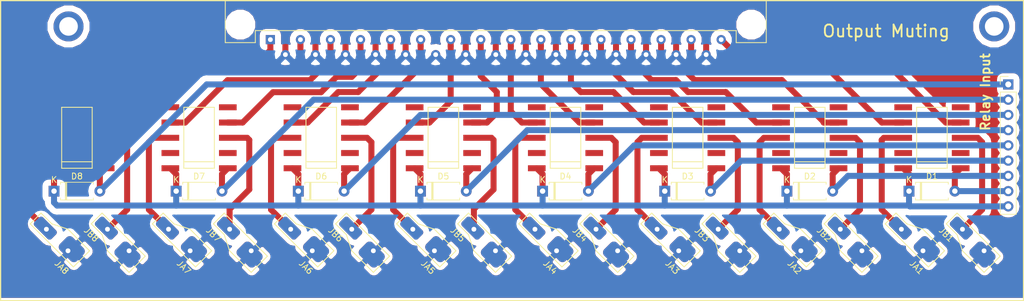
<source format=kicad_pcb>
(kicad_pcb (version 20171130) (host pcbnew 5.0.2-bee76a0~70~ubuntu16.04.1)

  (general
    (thickness 1.6)
    (drawings 6)
    (tracks 279)
    (zones 0)
    (modules 34)
    (nets 43)
  )

  (page A4)
  (layers
    (0 F.Cu signal)
    (31 B.Cu signal)
    (32 B.Adhes user)
    (33 F.Adhes user)
    (34 B.Paste user)
    (35 F.Paste user)
    (36 B.SilkS user)
    (37 F.SilkS user)
    (38 B.Mask user)
    (39 F.Mask user)
    (40 Dwgs.User user)
    (41 Cmts.User user)
    (42 Eco1.User user)
    (43 Eco2.User user)
    (44 Edge.Cuts user)
    (45 Margin user)
    (46 B.CrtYd user)
    (47 F.CrtYd user)
    (48 B.Fab user)
    (49 F.Fab user hide)
  )

  (setup
    (last_trace_width 1)
    (trace_clearance 0.5)
    (zone_clearance 1)
    (zone_45_only no)
    (trace_min 0.2)
    (segment_width 0.2)
    (edge_width 0.15)
    (via_size 0.8)
    (via_drill 0.4)
    (via_min_size 0.4)
    (via_min_drill 0.3)
    (uvia_size 0.3)
    (uvia_drill 0.1)
    (uvias_allowed no)
    (uvia_min_size 0.2)
    (uvia_min_drill 0.1)
    (pcb_text_width 0.3)
    (pcb_text_size 1.5 1.5)
    (mod_edge_width 0.15)
    (mod_text_size 1 1)
    (mod_text_width 0.15)
    (pad_size 1.524 1.524)
    (pad_drill 0.762)
    (pad_to_mask_clearance 0.051)
    (solder_mask_min_width 0.25)
    (aux_axis_origin 0 0)
    (visible_elements FFFFFF7F)
    (pcbplotparams
      (layerselection 0x010fc_ffffffff)
      (usegerberextensions false)
      (usegerberattributes false)
      (usegerberadvancedattributes false)
      (creategerberjobfile false)
      (excludeedgelayer true)
      (linewidth 0.100000)
      (plotframeref false)
      (viasonmask false)
      (mode 1)
      (useauxorigin false)
      (hpglpennumber 1)
      (hpglpenspeed 20)
      (hpglpendiameter 15.000000)
      (psnegative false)
      (psa4output false)
      (plotreference true)
      (plotvalue true)
      (plotinvisibletext false)
      (padsonsilk false)
      (subtractmaskfromsilk false)
      (outputformat 1)
      (mirror false)
      (drillshape 1)
      (scaleselection 1)
      (outputdirectory ""))
  )

  (net 0 "")
  (net 1 /relay/Relais1)
  (net 2 +9V)
  (net 3 /relay/Relais5)
  (net 4 /relay/Relais2)
  (net 5 /relay/Relais6)
  (net 6 /relay/Relais3)
  (net 7 /relay/Relais7)
  (net 8 /relay/Relais4)
  (net 9 /relay/Relais8)
  (net 10 GNDA)
  (net 11 /relay/R1A_NO)
  (net 12 /relay/R2B_NO)
  (net 13 /relay/R2A_NO)
  (net 14 /relay/R3B_NO)
  (net 15 /relay/R3A_NO)
  (net 16 /relay/R4B_NO)
  (net 17 /relay/R4A_NO)
  (net 18 /relay/R5B_NO)
  (net 19 /relay/R5A_NO)
  (net 20 /relay/R6B_NO)
  (net 21 /relay/R6A_NO)
  (net 22 /relay/R7B_NO)
  (net 23 /relay/R7A_NO)
  (net 24 /relay/R8B_NO)
  (net 25 /relay/R8A_NO)
  (net 26 "/output pads/1L")
  (net 27 "/output pads/2L")
  (net 28 "/output pads/3L")
  (net 29 "/output pads/4L")
  (net 30 "/output pads/5L")
  (net 31 "/output pads/6L")
  (net 32 "/output pads/7L")
  (net 33 "/output pads/8L")
  (net 34 "/output pads/1R")
  (net 35 "/output pads/2R")
  (net 36 "/output pads/3R")
  (net 37 "/output pads/4R")
  (net 38 "/output pads/5R")
  (net 39 "/output pads/6R")
  (net 40 "/output pads/7R")
  (net 41 "/output pads/8R")
  (net 42 /relay/R1B_NO)

  (net_class Default "This is the default net class."
    (clearance 0.5)
    (trace_width 1)
    (via_dia 0.8)
    (via_drill 0.4)
    (uvia_dia 0.3)
    (uvia_drill 0.1)
    (add_net +9V)
    (add_net "/output pads/1L")
    (add_net "/output pads/1R")
    (add_net "/output pads/2L")
    (add_net "/output pads/2R")
    (add_net "/output pads/3L")
    (add_net "/output pads/3R")
    (add_net "/output pads/4L")
    (add_net "/output pads/4R")
    (add_net "/output pads/5L")
    (add_net "/output pads/5R")
    (add_net "/output pads/6L")
    (add_net "/output pads/6R")
    (add_net "/output pads/7L")
    (add_net "/output pads/7R")
    (add_net "/output pads/8L")
    (add_net "/output pads/8R")
    (add_net /relay/R1A_NO)
    (add_net /relay/R1B_NO)
    (add_net /relay/R2A_NO)
    (add_net /relay/R2B_NO)
    (add_net /relay/R3A_NO)
    (add_net /relay/R3B_NO)
    (add_net /relay/R4A_NO)
    (add_net /relay/R4B_NO)
    (add_net /relay/R5A_NO)
    (add_net /relay/R5B_NO)
    (add_net /relay/R6A_NO)
    (add_net /relay/R6B_NO)
    (add_net /relay/R7A_NO)
    (add_net /relay/R7B_NO)
    (add_net /relay/R8A_NO)
    (add_net /relay/R8B_NO)
    (add_net /relay/Relais1)
    (add_net /relay/Relais2)
    (add_net /relay/Relais3)
    (add_net /relay/Relais4)
    (add_net /relay/Relais5)
    (add_net /relay/Relais6)
    (add_net /relay/Relais7)
    (add_net /relay/Relais8)
    (add_net GNDA)
  )

  (module Diode_THT:D_A-405_P7.62mm_Horizontal (layer F.Cu) (tedit 5AE50CD5) (tstamp 5CE3D31C)
    (at 163.83 44.45)
    (descr "Diode, A-405 series, Axial, Horizontal, pin pitch=7.62mm, , length*diameter=5.2*2.7mm^2, , http://www.diodes.com/_files/packages/A-405.pdf")
    (tags "Diode A-405 series Axial Horizontal pin pitch 7.62mm  length 5.2mm diameter 2.7mm")
    (path /5CE3EA9A/5CD2E7CE)
    (fp_text reference D1 (at 3.81 -2.47) (layer F.SilkS)
      (effects (font (size 1 1) (thickness 0.15)))
    )
    (fp_text value D (at 3.81 2.47) (layer F.Fab)
      (effects (font (size 1 1) (thickness 0.15)))
    )
    (fp_text user K (at 0 -1.9) (layer F.SilkS)
      (effects (font (size 1 1) (thickness 0.15)))
    )
    (fp_text user K (at 0 -1.9) (layer F.Fab)
      (effects (font (size 1 1) (thickness 0.15)))
    )
    (fp_text user %R (at 4.2 0) (layer F.Fab)
      (effects (font (size 1 1) (thickness 0.15)))
    )
    (fp_line (start 8.77 -1.6) (end -1.15 -1.6) (layer F.CrtYd) (width 0.05))
    (fp_line (start 8.77 1.6) (end 8.77 -1.6) (layer F.CrtYd) (width 0.05))
    (fp_line (start -1.15 1.6) (end 8.77 1.6) (layer F.CrtYd) (width 0.05))
    (fp_line (start -1.15 -1.6) (end -1.15 1.6) (layer F.CrtYd) (width 0.05))
    (fp_line (start 1.87 -1.47) (end 1.87 1.47) (layer F.SilkS) (width 0.12))
    (fp_line (start 2.11 -1.47) (end 2.11 1.47) (layer F.SilkS) (width 0.12))
    (fp_line (start 1.99 -1.47) (end 1.99 1.47) (layer F.SilkS) (width 0.12))
    (fp_line (start 6.53 1.47) (end 6.53 1.14) (layer F.SilkS) (width 0.12))
    (fp_line (start 1.09 1.47) (end 6.53 1.47) (layer F.SilkS) (width 0.12))
    (fp_line (start 1.09 1.14) (end 1.09 1.47) (layer F.SilkS) (width 0.12))
    (fp_line (start 6.53 -1.47) (end 6.53 -1.14) (layer F.SilkS) (width 0.12))
    (fp_line (start 1.09 -1.47) (end 6.53 -1.47) (layer F.SilkS) (width 0.12))
    (fp_line (start 1.09 -1.14) (end 1.09 -1.47) (layer F.SilkS) (width 0.12))
    (fp_line (start 1.89 -1.35) (end 1.89 1.35) (layer F.Fab) (width 0.1))
    (fp_line (start 2.09 -1.35) (end 2.09 1.35) (layer F.Fab) (width 0.1))
    (fp_line (start 1.99 -1.35) (end 1.99 1.35) (layer F.Fab) (width 0.1))
    (fp_line (start 7.62 0) (end 6.41 0) (layer F.Fab) (width 0.1))
    (fp_line (start 0 0) (end 1.21 0) (layer F.Fab) (width 0.1))
    (fp_line (start 6.41 -1.35) (end 1.21 -1.35) (layer F.Fab) (width 0.1))
    (fp_line (start 6.41 1.35) (end 6.41 -1.35) (layer F.Fab) (width 0.1))
    (fp_line (start 1.21 1.35) (end 6.41 1.35) (layer F.Fab) (width 0.1))
    (fp_line (start 1.21 -1.35) (end 1.21 1.35) (layer F.Fab) (width 0.1))
    (pad 2 thru_hole oval (at 7.62 0) (size 1.8 1.8) (drill 0.9) (layers *.Cu *.Mask)
      (net 1 /relay/Relais1))
    (pad 1 thru_hole rect (at 0 0) (size 1.8 1.8) (drill 0.9) (layers *.Cu *.Mask)
      (net 2 +9V))
    (model ${KISYS3DMOD}/Diode_THT.3dshapes/D_A-405_P7.62mm_Horizontal.wrl
      (at (xyz 0 0 0))
      (scale (xyz 1 1 1))
      (rotate (xyz 0 0 0))
    )
  )

  (module Diode_THT:D_A-405_P7.62mm_Horizontal (layer F.Cu) (tedit 5AE50CD5) (tstamp 5CE3D33B)
    (at 143.51 44.45)
    (descr "Diode, A-405 series, Axial, Horizontal, pin pitch=7.62mm, , length*diameter=5.2*2.7mm^2, , http://www.diodes.com/_files/packages/A-405.pdf")
    (tags "Diode A-405 series Axial Horizontal pin pitch 7.62mm  length 5.2mm diameter 2.7mm")
    (path /5CE3EA9A/5CD3037D)
    (fp_text reference D2 (at 3.81 -2.47) (layer F.SilkS)
      (effects (font (size 1 1) (thickness 0.15)))
    )
    (fp_text value D (at 3.81 2.47) (layer F.Fab)
      (effects (font (size 1 1) (thickness 0.15)))
    )
    (fp_line (start 1.21 -1.35) (end 1.21 1.35) (layer F.Fab) (width 0.1))
    (fp_line (start 1.21 1.35) (end 6.41 1.35) (layer F.Fab) (width 0.1))
    (fp_line (start 6.41 1.35) (end 6.41 -1.35) (layer F.Fab) (width 0.1))
    (fp_line (start 6.41 -1.35) (end 1.21 -1.35) (layer F.Fab) (width 0.1))
    (fp_line (start 0 0) (end 1.21 0) (layer F.Fab) (width 0.1))
    (fp_line (start 7.62 0) (end 6.41 0) (layer F.Fab) (width 0.1))
    (fp_line (start 1.99 -1.35) (end 1.99 1.35) (layer F.Fab) (width 0.1))
    (fp_line (start 2.09 -1.35) (end 2.09 1.35) (layer F.Fab) (width 0.1))
    (fp_line (start 1.89 -1.35) (end 1.89 1.35) (layer F.Fab) (width 0.1))
    (fp_line (start 1.09 -1.14) (end 1.09 -1.47) (layer F.SilkS) (width 0.12))
    (fp_line (start 1.09 -1.47) (end 6.53 -1.47) (layer F.SilkS) (width 0.12))
    (fp_line (start 6.53 -1.47) (end 6.53 -1.14) (layer F.SilkS) (width 0.12))
    (fp_line (start 1.09 1.14) (end 1.09 1.47) (layer F.SilkS) (width 0.12))
    (fp_line (start 1.09 1.47) (end 6.53 1.47) (layer F.SilkS) (width 0.12))
    (fp_line (start 6.53 1.47) (end 6.53 1.14) (layer F.SilkS) (width 0.12))
    (fp_line (start 1.99 -1.47) (end 1.99 1.47) (layer F.SilkS) (width 0.12))
    (fp_line (start 2.11 -1.47) (end 2.11 1.47) (layer F.SilkS) (width 0.12))
    (fp_line (start 1.87 -1.47) (end 1.87 1.47) (layer F.SilkS) (width 0.12))
    (fp_line (start -1.15 -1.6) (end -1.15 1.6) (layer F.CrtYd) (width 0.05))
    (fp_line (start -1.15 1.6) (end 8.77 1.6) (layer F.CrtYd) (width 0.05))
    (fp_line (start 8.77 1.6) (end 8.77 -1.6) (layer F.CrtYd) (width 0.05))
    (fp_line (start 8.77 -1.6) (end -1.15 -1.6) (layer F.CrtYd) (width 0.05))
    (fp_text user %R (at 4.2 0) (layer F.Fab)
      (effects (font (size 1 1) (thickness 0.15)))
    )
    (fp_text user K (at 0 -1.9) (layer F.Fab)
      (effects (font (size 1 1) (thickness 0.15)))
    )
    (fp_text user K (at 0 -1.9) (layer F.SilkS)
      (effects (font (size 1 1) (thickness 0.15)))
    )
    (pad 1 thru_hole rect (at 0 0) (size 1.8 1.8) (drill 0.9) (layers *.Cu *.Mask)
      (net 2 +9V))
    (pad 2 thru_hole oval (at 7.62 0) (size 1.8 1.8) (drill 0.9) (layers *.Cu *.Mask)
      (net 4 /relay/Relais2))
    (model ${KISYS3DMOD}/Diode_THT.3dshapes/D_A-405_P7.62mm_Horizontal.wrl
      (at (xyz 0 0 0))
      (scale (xyz 1 1 1))
      (rotate (xyz 0 0 0))
    )
  )

  (module Diode_THT:D_A-405_P7.62mm_Horizontal (layer F.Cu) (tedit 5AE50CD5) (tstamp 5CE3D35A)
    (at 123.19 44.45)
    (descr "Diode, A-405 series, Axial, Horizontal, pin pitch=7.62mm, , length*diameter=5.2*2.7mm^2, , http://www.diodes.com/_files/packages/A-405.pdf")
    (tags "Diode A-405 series Axial Horizontal pin pitch 7.62mm  length 5.2mm diameter 2.7mm")
    (path /5CE3EA9A/5CD316ED)
    (fp_text reference D3 (at 3.81 -2.47) (layer F.SilkS)
      (effects (font (size 1 1) (thickness 0.15)))
    )
    (fp_text value D (at 3.81 2.47) (layer F.Fab)
      (effects (font (size 1 1) (thickness 0.15)))
    )
    (fp_text user K (at 0 -1.9) (layer F.SilkS)
      (effects (font (size 1 1) (thickness 0.15)))
    )
    (fp_text user K (at 0 -1.9) (layer F.Fab)
      (effects (font (size 1 1) (thickness 0.15)))
    )
    (fp_text user %R (at 4.2 0) (layer F.Fab)
      (effects (font (size 1 1) (thickness 0.15)))
    )
    (fp_line (start 8.77 -1.6) (end -1.15 -1.6) (layer F.CrtYd) (width 0.05))
    (fp_line (start 8.77 1.6) (end 8.77 -1.6) (layer F.CrtYd) (width 0.05))
    (fp_line (start -1.15 1.6) (end 8.77 1.6) (layer F.CrtYd) (width 0.05))
    (fp_line (start -1.15 -1.6) (end -1.15 1.6) (layer F.CrtYd) (width 0.05))
    (fp_line (start 1.87 -1.47) (end 1.87 1.47) (layer F.SilkS) (width 0.12))
    (fp_line (start 2.11 -1.47) (end 2.11 1.47) (layer F.SilkS) (width 0.12))
    (fp_line (start 1.99 -1.47) (end 1.99 1.47) (layer F.SilkS) (width 0.12))
    (fp_line (start 6.53 1.47) (end 6.53 1.14) (layer F.SilkS) (width 0.12))
    (fp_line (start 1.09 1.47) (end 6.53 1.47) (layer F.SilkS) (width 0.12))
    (fp_line (start 1.09 1.14) (end 1.09 1.47) (layer F.SilkS) (width 0.12))
    (fp_line (start 6.53 -1.47) (end 6.53 -1.14) (layer F.SilkS) (width 0.12))
    (fp_line (start 1.09 -1.47) (end 6.53 -1.47) (layer F.SilkS) (width 0.12))
    (fp_line (start 1.09 -1.14) (end 1.09 -1.47) (layer F.SilkS) (width 0.12))
    (fp_line (start 1.89 -1.35) (end 1.89 1.35) (layer F.Fab) (width 0.1))
    (fp_line (start 2.09 -1.35) (end 2.09 1.35) (layer F.Fab) (width 0.1))
    (fp_line (start 1.99 -1.35) (end 1.99 1.35) (layer F.Fab) (width 0.1))
    (fp_line (start 7.62 0) (end 6.41 0) (layer F.Fab) (width 0.1))
    (fp_line (start 0 0) (end 1.21 0) (layer F.Fab) (width 0.1))
    (fp_line (start 6.41 -1.35) (end 1.21 -1.35) (layer F.Fab) (width 0.1))
    (fp_line (start 6.41 1.35) (end 6.41 -1.35) (layer F.Fab) (width 0.1))
    (fp_line (start 1.21 1.35) (end 6.41 1.35) (layer F.Fab) (width 0.1))
    (fp_line (start 1.21 -1.35) (end 1.21 1.35) (layer F.Fab) (width 0.1))
    (pad 2 thru_hole oval (at 7.62 0) (size 1.8 1.8) (drill 0.9) (layers *.Cu *.Mask)
      (net 6 /relay/Relais3))
    (pad 1 thru_hole rect (at 0 0) (size 1.8 1.8) (drill 0.9) (layers *.Cu *.Mask)
      (net 2 +9V))
    (model ${KISYS3DMOD}/Diode_THT.3dshapes/D_A-405_P7.62mm_Horizontal.wrl
      (at (xyz 0 0 0))
      (scale (xyz 1 1 1))
      (rotate (xyz 0 0 0))
    )
  )

  (module Diode_THT:D_A-405_P7.62mm_Horizontal (layer F.Cu) (tedit 5AE50CD5) (tstamp 5CE3D379)
    (at 102.87 44.45)
    (descr "Diode, A-405 series, Axial, Horizontal, pin pitch=7.62mm, , length*diameter=5.2*2.7mm^2, , http://www.diodes.com/_files/packages/A-405.pdf")
    (tags "Diode A-405 series Axial Horizontal pin pitch 7.62mm  length 5.2mm diameter 2.7mm")
    (path /5CE3EA9A/5CD3173F)
    (fp_text reference D4 (at 3.81 -2.47) (layer F.SilkS)
      (effects (font (size 1 1) (thickness 0.15)))
    )
    (fp_text value D (at 3.81 2.47) (layer F.Fab)
      (effects (font (size 1 1) (thickness 0.15)))
    )
    (fp_line (start 1.21 -1.35) (end 1.21 1.35) (layer F.Fab) (width 0.1))
    (fp_line (start 1.21 1.35) (end 6.41 1.35) (layer F.Fab) (width 0.1))
    (fp_line (start 6.41 1.35) (end 6.41 -1.35) (layer F.Fab) (width 0.1))
    (fp_line (start 6.41 -1.35) (end 1.21 -1.35) (layer F.Fab) (width 0.1))
    (fp_line (start 0 0) (end 1.21 0) (layer F.Fab) (width 0.1))
    (fp_line (start 7.62 0) (end 6.41 0) (layer F.Fab) (width 0.1))
    (fp_line (start 1.99 -1.35) (end 1.99 1.35) (layer F.Fab) (width 0.1))
    (fp_line (start 2.09 -1.35) (end 2.09 1.35) (layer F.Fab) (width 0.1))
    (fp_line (start 1.89 -1.35) (end 1.89 1.35) (layer F.Fab) (width 0.1))
    (fp_line (start 1.09 -1.14) (end 1.09 -1.47) (layer F.SilkS) (width 0.12))
    (fp_line (start 1.09 -1.47) (end 6.53 -1.47) (layer F.SilkS) (width 0.12))
    (fp_line (start 6.53 -1.47) (end 6.53 -1.14) (layer F.SilkS) (width 0.12))
    (fp_line (start 1.09 1.14) (end 1.09 1.47) (layer F.SilkS) (width 0.12))
    (fp_line (start 1.09 1.47) (end 6.53 1.47) (layer F.SilkS) (width 0.12))
    (fp_line (start 6.53 1.47) (end 6.53 1.14) (layer F.SilkS) (width 0.12))
    (fp_line (start 1.99 -1.47) (end 1.99 1.47) (layer F.SilkS) (width 0.12))
    (fp_line (start 2.11 -1.47) (end 2.11 1.47) (layer F.SilkS) (width 0.12))
    (fp_line (start 1.87 -1.47) (end 1.87 1.47) (layer F.SilkS) (width 0.12))
    (fp_line (start -1.15 -1.6) (end -1.15 1.6) (layer F.CrtYd) (width 0.05))
    (fp_line (start -1.15 1.6) (end 8.77 1.6) (layer F.CrtYd) (width 0.05))
    (fp_line (start 8.77 1.6) (end 8.77 -1.6) (layer F.CrtYd) (width 0.05))
    (fp_line (start 8.77 -1.6) (end -1.15 -1.6) (layer F.CrtYd) (width 0.05))
    (fp_text user %R (at 4.2 0) (layer F.Fab)
      (effects (font (size 1 1) (thickness 0.15)))
    )
    (fp_text user K (at 0 -1.9) (layer F.Fab)
      (effects (font (size 1 1) (thickness 0.15)))
    )
    (fp_text user K (at 0 -1.9) (layer F.SilkS)
      (effects (font (size 1 1) (thickness 0.15)))
    )
    (pad 1 thru_hole rect (at 0 0) (size 1.8 1.8) (drill 0.9) (layers *.Cu *.Mask)
      (net 2 +9V))
    (pad 2 thru_hole oval (at 7.62 0) (size 1.8 1.8) (drill 0.9) (layers *.Cu *.Mask)
      (net 8 /relay/Relais4))
    (model ${KISYS3DMOD}/Diode_THT.3dshapes/D_A-405_P7.62mm_Horizontal.wrl
      (at (xyz 0 0 0))
      (scale (xyz 1 1 1))
      (rotate (xyz 0 0 0))
    )
  )

  (module Diode_THT:D_A-405_P7.62mm_Horizontal (layer F.Cu) (tedit 5AE50CD5) (tstamp 5CE3D398)
    (at 82.55 44.45)
    (descr "Diode, A-405 series, Axial, Horizontal, pin pitch=7.62mm, , length*diameter=5.2*2.7mm^2, , http://www.diodes.com/_files/packages/A-405.pdf")
    (tags "Diode A-405 series Axial Horizontal pin pitch 7.62mm  length 5.2mm diameter 2.7mm")
    (path /5CE3EA9A/5CD2FCE5)
    (fp_text reference D5 (at 3.81 -2.47) (layer F.SilkS)
      (effects (font (size 1 1) (thickness 0.15)))
    )
    (fp_text value D (at 3.81 2.47) (layer F.Fab)
      (effects (font (size 1 1) (thickness 0.15)))
    )
    (fp_text user K (at 0 -1.9) (layer F.SilkS)
      (effects (font (size 1 1) (thickness 0.15)))
    )
    (fp_text user K (at 0 -1.9) (layer F.Fab)
      (effects (font (size 1 1) (thickness 0.15)))
    )
    (fp_text user %R (at 4.2 0) (layer F.Fab)
      (effects (font (size 1 1) (thickness 0.15)))
    )
    (fp_line (start 8.77 -1.6) (end -1.15 -1.6) (layer F.CrtYd) (width 0.05))
    (fp_line (start 8.77 1.6) (end 8.77 -1.6) (layer F.CrtYd) (width 0.05))
    (fp_line (start -1.15 1.6) (end 8.77 1.6) (layer F.CrtYd) (width 0.05))
    (fp_line (start -1.15 -1.6) (end -1.15 1.6) (layer F.CrtYd) (width 0.05))
    (fp_line (start 1.87 -1.47) (end 1.87 1.47) (layer F.SilkS) (width 0.12))
    (fp_line (start 2.11 -1.47) (end 2.11 1.47) (layer F.SilkS) (width 0.12))
    (fp_line (start 1.99 -1.47) (end 1.99 1.47) (layer F.SilkS) (width 0.12))
    (fp_line (start 6.53 1.47) (end 6.53 1.14) (layer F.SilkS) (width 0.12))
    (fp_line (start 1.09 1.47) (end 6.53 1.47) (layer F.SilkS) (width 0.12))
    (fp_line (start 1.09 1.14) (end 1.09 1.47) (layer F.SilkS) (width 0.12))
    (fp_line (start 6.53 -1.47) (end 6.53 -1.14) (layer F.SilkS) (width 0.12))
    (fp_line (start 1.09 -1.47) (end 6.53 -1.47) (layer F.SilkS) (width 0.12))
    (fp_line (start 1.09 -1.14) (end 1.09 -1.47) (layer F.SilkS) (width 0.12))
    (fp_line (start 1.89 -1.35) (end 1.89 1.35) (layer F.Fab) (width 0.1))
    (fp_line (start 2.09 -1.35) (end 2.09 1.35) (layer F.Fab) (width 0.1))
    (fp_line (start 1.99 -1.35) (end 1.99 1.35) (layer F.Fab) (width 0.1))
    (fp_line (start 7.62 0) (end 6.41 0) (layer F.Fab) (width 0.1))
    (fp_line (start 0 0) (end 1.21 0) (layer F.Fab) (width 0.1))
    (fp_line (start 6.41 -1.35) (end 1.21 -1.35) (layer F.Fab) (width 0.1))
    (fp_line (start 6.41 1.35) (end 6.41 -1.35) (layer F.Fab) (width 0.1))
    (fp_line (start 1.21 1.35) (end 6.41 1.35) (layer F.Fab) (width 0.1))
    (fp_line (start 1.21 -1.35) (end 1.21 1.35) (layer F.Fab) (width 0.1))
    (pad 2 thru_hole oval (at 7.62 0) (size 1.8 1.8) (drill 0.9) (layers *.Cu *.Mask)
      (net 3 /relay/Relais5))
    (pad 1 thru_hole rect (at 0 0) (size 1.8 1.8) (drill 0.9) (layers *.Cu *.Mask)
      (net 2 +9V))
    (model ${KISYS3DMOD}/Diode_THT.3dshapes/D_A-405_P7.62mm_Horizontal.wrl
      (at (xyz 0 0 0))
      (scale (xyz 1 1 1))
      (rotate (xyz 0 0 0))
    )
  )

  (module Diode_THT:D_A-405_P7.62mm_Horizontal (layer F.Cu) (tedit 5AE50CD5) (tstamp 5CE3D3B7)
    (at 62.23 44.45)
    (descr "Diode, A-405 series, Axial, Horizontal, pin pitch=7.62mm, , length*diameter=5.2*2.7mm^2, , http://www.diodes.com/_files/packages/A-405.pdf")
    (tags "Diode A-405 series Axial Horizontal pin pitch 7.62mm  length 5.2mm diameter 2.7mm")
    (path /5CE3EA9A/5CD303A6)
    (fp_text reference D6 (at 3.81 -2.47) (layer F.SilkS)
      (effects (font (size 1 1) (thickness 0.15)))
    )
    (fp_text value D (at 3.81 2.47) (layer F.Fab)
      (effects (font (size 1 1) (thickness 0.15)))
    )
    (fp_line (start 1.21 -1.35) (end 1.21 1.35) (layer F.Fab) (width 0.1))
    (fp_line (start 1.21 1.35) (end 6.41 1.35) (layer F.Fab) (width 0.1))
    (fp_line (start 6.41 1.35) (end 6.41 -1.35) (layer F.Fab) (width 0.1))
    (fp_line (start 6.41 -1.35) (end 1.21 -1.35) (layer F.Fab) (width 0.1))
    (fp_line (start 0 0) (end 1.21 0) (layer F.Fab) (width 0.1))
    (fp_line (start 7.62 0) (end 6.41 0) (layer F.Fab) (width 0.1))
    (fp_line (start 1.99 -1.35) (end 1.99 1.35) (layer F.Fab) (width 0.1))
    (fp_line (start 2.09 -1.35) (end 2.09 1.35) (layer F.Fab) (width 0.1))
    (fp_line (start 1.89 -1.35) (end 1.89 1.35) (layer F.Fab) (width 0.1))
    (fp_line (start 1.09 -1.14) (end 1.09 -1.47) (layer F.SilkS) (width 0.12))
    (fp_line (start 1.09 -1.47) (end 6.53 -1.47) (layer F.SilkS) (width 0.12))
    (fp_line (start 6.53 -1.47) (end 6.53 -1.14) (layer F.SilkS) (width 0.12))
    (fp_line (start 1.09 1.14) (end 1.09 1.47) (layer F.SilkS) (width 0.12))
    (fp_line (start 1.09 1.47) (end 6.53 1.47) (layer F.SilkS) (width 0.12))
    (fp_line (start 6.53 1.47) (end 6.53 1.14) (layer F.SilkS) (width 0.12))
    (fp_line (start 1.99 -1.47) (end 1.99 1.47) (layer F.SilkS) (width 0.12))
    (fp_line (start 2.11 -1.47) (end 2.11 1.47) (layer F.SilkS) (width 0.12))
    (fp_line (start 1.87 -1.47) (end 1.87 1.47) (layer F.SilkS) (width 0.12))
    (fp_line (start -1.15 -1.6) (end -1.15 1.6) (layer F.CrtYd) (width 0.05))
    (fp_line (start -1.15 1.6) (end 8.77 1.6) (layer F.CrtYd) (width 0.05))
    (fp_line (start 8.77 1.6) (end 8.77 -1.6) (layer F.CrtYd) (width 0.05))
    (fp_line (start 8.77 -1.6) (end -1.15 -1.6) (layer F.CrtYd) (width 0.05))
    (fp_text user %R (at 4.2 0) (layer F.Fab)
      (effects (font (size 1 1) (thickness 0.15)))
    )
    (fp_text user K (at 0 -1.9) (layer F.Fab)
      (effects (font (size 1 1) (thickness 0.15)))
    )
    (fp_text user K (at 0 -1.9) (layer F.SilkS)
      (effects (font (size 1 1) (thickness 0.15)))
    )
    (pad 1 thru_hole rect (at 0 0) (size 1.8 1.8) (drill 0.9) (layers *.Cu *.Mask)
      (net 2 +9V))
    (pad 2 thru_hole oval (at 7.62 0) (size 1.8 1.8) (drill 0.9) (layers *.Cu *.Mask)
      (net 5 /relay/Relais6))
    (model ${KISYS3DMOD}/Diode_THT.3dshapes/D_A-405_P7.62mm_Horizontal.wrl
      (at (xyz 0 0 0))
      (scale (xyz 1 1 1))
      (rotate (xyz 0 0 0))
    )
  )

  (module Diode_THT:D_A-405_P7.62mm_Horizontal (layer F.Cu) (tedit 5AE50CD5) (tstamp 5CE3D3D6)
    (at 41.91 44.45)
    (descr "Diode, A-405 series, Axial, Horizontal, pin pitch=7.62mm, , length*diameter=5.2*2.7mm^2, , http://www.diodes.com/_files/packages/A-405.pdf")
    (tags "Diode A-405 series Axial Horizontal pin pitch 7.62mm  length 5.2mm diameter 2.7mm")
    (path /5CE3EA9A/5CD31716)
    (fp_text reference D7 (at 3.81 -2.47) (layer F.SilkS)
      (effects (font (size 1 1) (thickness 0.15)))
    )
    (fp_text value D (at 3.81 2.47) (layer F.Fab)
      (effects (font (size 1 1) (thickness 0.15)))
    )
    (fp_text user K (at 0 -1.9) (layer F.SilkS)
      (effects (font (size 1 1) (thickness 0.15)))
    )
    (fp_text user K (at 0 -1.9) (layer F.Fab)
      (effects (font (size 1 1) (thickness 0.15)))
    )
    (fp_text user %R (at 4.2 0) (layer F.Fab)
      (effects (font (size 1 1) (thickness 0.15)))
    )
    (fp_line (start 8.77 -1.6) (end -1.15 -1.6) (layer F.CrtYd) (width 0.05))
    (fp_line (start 8.77 1.6) (end 8.77 -1.6) (layer F.CrtYd) (width 0.05))
    (fp_line (start -1.15 1.6) (end 8.77 1.6) (layer F.CrtYd) (width 0.05))
    (fp_line (start -1.15 -1.6) (end -1.15 1.6) (layer F.CrtYd) (width 0.05))
    (fp_line (start 1.87 -1.47) (end 1.87 1.47) (layer F.SilkS) (width 0.12))
    (fp_line (start 2.11 -1.47) (end 2.11 1.47) (layer F.SilkS) (width 0.12))
    (fp_line (start 1.99 -1.47) (end 1.99 1.47) (layer F.SilkS) (width 0.12))
    (fp_line (start 6.53 1.47) (end 6.53 1.14) (layer F.SilkS) (width 0.12))
    (fp_line (start 1.09 1.47) (end 6.53 1.47) (layer F.SilkS) (width 0.12))
    (fp_line (start 1.09 1.14) (end 1.09 1.47) (layer F.SilkS) (width 0.12))
    (fp_line (start 6.53 -1.47) (end 6.53 -1.14) (layer F.SilkS) (width 0.12))
    (fp_line (start 1.09 -1.47) (end 6.53 -1.47) (layer F.SilkS) (width 0.12))
    (fp_line (start 1.09 -1.14) (end 1.09 -1.47) (layer F.SilkS) (width 0.12))
    (fp_line (start 1.89 -1.35) (end 1.89 1.35) (layer F.Fab) (width 0.1))
    (fp_line (start 2.09 -1.35) (end 2.09 1.35) (layer F.Fab) (width 0.1))
    (fp_line (start 1.99 -1.35) (end 1.99 1.35) (layer F.Fab) (width 0.1))
    (fp_line (start 7.62 0) (end 6.41 0) (layer F.Fab) (width 0.1))
    (fp_line (start 0 0) (end 1.21 0) (layer F.Fab) (width 0.1))
    (fp_line (start 6.41 -1.35) (end 1.21 -1.35) (layer F.Fab) (width 0.1))
    (fp_line (start 6.41 1.35) (end 6.41 -1.35) (layer F.Fab) (width 0.1))
    (fp_line (start 1.21 1.35) (end 6.41 1.35) (layer F.Fab) (width 0.1))
    (fp_line (start 1.21 -1.35) (end 1.21 1.35) (layer F.Fab) (width 0.1))
    (pad 2 thru_hole oval (at 7.62 0) (size 1.8 1.8) (drill 0.9) (layers *.Cu *.Mask)
      (net 7 /relay/Relais7))
    (pad 1 thru_hole rect (at 0 0) (size 1.8 1.8) (drill 0.9) (layers *.Cu *.Mask)
      (net 2 +9V))
    (model ${KISYS3DMOD}/Diode_THT.3dshapes/D_A-405_P7.62mm_Horizontal.wrl
      (at (xyz 0 0 0))
      (scale (xyz 1 1 1))
      (rotate (xyz 0 0 0))
    )
  )

  (module Diode_THT:D_A-405_P7.62mm_Horizontal (layer F.Cu) (tedit 5AE50CD5) (tstamp 5CE3D3F5)
    (at 21.59 44.45)
    (descr "Diode, A-405 series, Axial, Horizontal, pin pitch=7.62mm, , length*diameter=5.2*2.7mm^2, , http://www.diodes.com/_files/packages/A-405.pdf")
    (tags "Diode A-405 series Axial Horizontal pin pitch 7.62mm  length 5.2mm diameter 2.7mm")
    (path /5CE3EA9A/5CD31768)
    (fp_text reference D8 (at 3.81 -2.47) (layer F.SilkS)
      (effects (font (size 1 1) (thickness 0.15)))
    )
    (fp_text value D (at 3.81 2.47) (layer F.Fab)
      (effects (font (size 1 1) (thickness 0.15)))
    )
    (fp_line (start 1.21 -1.35) (end 1.21 1.35) (layer F.Fab) (width 0.1))
    (fp_line (start 1.21 1.35) (end 6.41 1.35) (layer F.Fab) (width 0.1))
    (fp_line (start 6.41 1.35) (end 6.41 -1.35) (layer F.Fab) (width 0.1))
    (fp_line (start 6.41 -1.35) (end 1.21 -1.35) (layer F.Fab) (width 0.1))
    (fp_line (start 0 0) (end 1.21 0) (layer F.Fab) (width 0.1))
    (fp_line (start 7.62 0) (end 6.41 0) (layer F.Fab) (width 0.1))
    (fp_line (start 1.99 -1.35) (end 1.99 1.35) (layer F.Fab) (width 0.1))
    (fp_line (start 2.09 -1.35) (end 2.09 1.35) (layer F.Fab) (width 0.1))
    (fp_line (start 1.89 -1.35) (end 1.89 1.35) (layer F.Fab) (width 0.1))
    (fp_line (start 1.09 -1.14) (end 1.09 -1.47) (layer F.SilkS) (width 0.12))
    (fp_line (start 1.09 -1.47) (end 6.53 -1.47) (layer F.SilkS) (width 0.12))
    (fp_line (start 6.53 -1.47) (end 6.53 -1.14) (layer F.SilkS) (width 0.12))
    (fp_line (start 1.09 1.14) (end 1.09 1.47) (layer F.SilkS) (width 0.12))
    (fp_line (start 1.09 1.47) (end 6.53 1.47) (layer F.SilkS) (width 0.12))
    (fp_line (start 6.53 1.47) (end 6.53 1.14) (layer F.SilkS) (width 0.12))
    (fp_line (start 1.99 -1.47) (end 1.99 1.47) (layer F.SilkS) (width 0.12))
    (fp_line (start 2.11 -1.47) (end 2.11 1.47) (layer F.SilkS) (width 0.12))
    (fp_line (start 1.87 -1.47) (end 1.87 1.47) (layer F.SilkS) (width 0.12))
    (fp_line (start -1.15 -1.6) (end -1.15 1.6) (layer F.CrtYd) (width 0.05))
    (fp_line (start -1.15 1.6) (end 8.77 1.6) (layer F.CrtYd) (width 0.05))
    (fp_line (start 8.77 1.6) (end 8.77 -1.6) (layer F.CrtYd) (width 0.05))
    (fp_line (start 8.77 -1.6) (end -1.15 -1.6) (layer F.CrtYd) (width 0.05))
    (fp_text user %R (at 4.2 0) (layer F.Fab)
      (effects (font (size 1 1) (thickness 0.15)))
    )
    (fp_text user K (at 0 -1.9) (layer F.Fab)
      (effects (font (size 1 1) (thickness 0.15)))
    )
    (fp_text user K (at 0 -1.9) (layer F.SilkS)
      (effects (font (size 1 1) (thickness 0.15)))
    )
    (pad 1 thru_hole rect (at 0 0) (size 1.8 1.8) (drill 0.9) (layers *.Cu *.Mask)
      (net 2 +9V))
    (pad 2 thru_hole oval (at 7.62 0) (size 1.8 1.8) (drill 0.9) (layers *.Cu *.Mask)
      (net 9 /relay/Relais8))
    (model ${KISYS3DMOD}/Diode_THT.3dshapes/D_A-405_P7.62mm_Horizontal.wrl
      (at (xyz 0 0 0))
      (scale (xyz 1 1 1))
      (rotate (xyz 0 0 0))
    )
  )

  (module Connector_PinHeader_2.54mm:PinHeader_1x09_P2.54mm_Vertical (layer F.Cu) (tedit 5CE3DE35) (tstamp 5CE3D412)
    (at 180.34 26.67)
    (descr "Through hole straight pin header, 1x09, 2.54mm pitch, single row")
    (tags "Through hole pin header THT 1x09 2.54mm single row")
    (path /5CE3C8DC)
    (fp_text reference J1 (at 0 -2.33) (layer F.SilkS) hide
      (effects (font (size 1 1) (thickness 0.15)))
    )
    (fp_text value Conn_01x09 (at 0 22.65) (layer F.Fab)
      (effects (font (size 1 1) (thickness 0.15)))
    )
    (fp_line (start -0.635 -1.27) (end 1.27 -1.27) (layer F.Fab) (width 0.1))
    (fp_line (start 1.27 -1.27) (end 1.27 21.59) (layer F.Fab) (width 0.1))
    (fp_line (start 1.27 21.59) (end -1.27 21.59) (layer F.Fab) (width 0.1))
    (fp_line (start -1.27 21.59) (end -1.27 -0.635) (layer F.Fab) (width 0.1))
    (fp_line (start -1.27 -0.635) (end -0.635 -1.27) (layer F.Fab) (width 0.1))
    (fp_line (start -1.33 21.65) (end 1.33 21.65) (layer F.SilkS) (width 0.12))
    (fp_line (start -1.33 1.27) (end -1.33 21.65) (layer F.SilkS) (width 0.12))
    (fp_line (start 1.33 1.27) (end 1.33 21.65) (layer F.SilkS) (width 0.12))
    (fp_line (start -1.33 1.27) (end 1.33 1.27) (layer F.SilkS) (width 0.12))
    (fp_line (start -1.33 0) (end -1.33 -1.33) (layer F.SilkS) (width 0.12))
    (fp_line (start -1.33 -1.33) (end 0 -1.33) (layer F.SilkS) (width 0.12))
    (fp_line (start -1.8 -1.8) (end -1.8 22.1) (layer F.CrtYd) (width 0.05))
    (fp_line (start -1.8 22.1) (end 1.8 22.1) (layer F.CrtYd) (width 0.05))
    (fp_line (start 1.8 22.1) (end 1.8 -1.8) (layer F.CrtYd) (width 0.05))
    (fp_line (start 1.8 -1.8) (end -1.8 -1.8) (layer F.CrtYd) (width 0.05))
    (fp_text user %R (at 0 10.16 90) (layer F.Fab)
      (effects (font (size 1 1) (thickness 0.15)))
    )
    (pad 1 thru_hole rect (at 0 0) (size 1.7 1.7) (drill 1) (layers *.Cu *.Mask)
      (net 9 /relay/Relais8))
    (pad 2 thru_hole oval (at 0 2.54) (size 1.7 1.7) (drill 1) (layers *.Cu *.Mask)
      (net 7 /relay/Relais7))
    (pad 3 thru_hole oval (at 0 5.08) (size 1.7 1.7) (drill 1) (layers *.Cu *.Mask)
      (net 5 /relay/Relais6))
    (pad 4 thru_hole oval (at 0 7.62) (size 1.7 1.7) (drill 1) (layers *.Cu *.Mask)
      (net 3 /relay/Relais5))
    (pad 5 thru_hole oval (at 0 10.16) (size 1.7 1.7) (drill 1) (layers *.Cu *.Mask)
      (net 8 /relay/Relais4))
    (pad 6 thru_hole oval (at 0 12.7) (size 1.7 1.7) (drill 1) (layers *.Cu *.Mask)
      (net 6 /relay/Relais3))
    (pad 7 thru_hole oval (at 0 15.24) (size 1.7 1.7) (drill 1) (layers *.Cu *.Mask)
      (net 4 /relay/Relais2))
    (pad 8 thru_hole oval (at 0 17.78) (size 1.7 1.7) (drill 1) (layers *.Cu *.Mask)
      (net 1 /relay/Relais1))
    (pad 9 thru_hole oval (at 0 20.32) (size 1.7 1.7) (drill 1) (layers *.Cu *.Mask)
      (net 2 +9V))
    (model ${KISYS3DMOD}/Connector_PinHeader_2.54mm.3dshapes/PinHeader_1x09_P2.54mm_Vertical.wrl
      (at (xyz 0 0 0))
      (scale (xyz 1 1 1))
      (rotate (xyz 0 0 0))
    )
  )

  (module footprints:Schroff_69001-908_Male (layer F.Cu) (tedit 5CE3E1B3) (tstamp 5CE44983)
    (at 95.08 21.7)
    (path /5CE3C8CF)
    (fp_text reference J2 (at 0 -11) (layer F.SilkS) hide
      (effects (font (size 1 1) (thickness 0.15)))
    )
    (fp_text value Conn_02x16_Odd_Even (at 1 -7) (layer F.Fab)
      (effects (font (size 1 1) (thickness 0.15)))
    )
    (fp_line (start -45 -9) (end 45 -9) (layer F.SilkS) (width 0.15))
    (fp_line (start -45 -2) (end -45 -9) (layer F.SilkS) (width 0.15))
    (fp_line (start -40 -2) (end -45 -2) (layer F.SilkS) (width 0.15))
    (fp_line (start -40 -4) (end -40 -2) (layer F.SilkS) (width 0.15))
    (fp_line (start 40 -4) (end -40 -4) (layer F.SilkS) (width 0.15))
    (fp_line (start 40 -2) (end 40 -4) (layer F.SilkS) (width 0.15))
    (fp_line (start 45 -2) (end 40 -2) (layer F.SilkS) (width 0.15))
    (fp_line (start 45 -9) (end 45 -2) (layer F.SilkS) (width 0.15))
    (pad "" np_thru_hole circle (at 42.5 -5) (size 3 3) (drill 3) (layers *.Cu *.Mask))
    (pad "" np_thru_hole circle (at -42.5 -5) (size 3 3) (drill 3) (layers *.Cu *.Mask))
    (pad 31 thru_hole circle (at 37.5 -2.5) (size 1.524 1.524) (drill 0.8) (layers *.Cu *.Mask)
      (net 42 /relay/R1B_NO))
    (pad 30 thru_hole circle (at 35 0) (size 1.524 1.524) (drill 0.8) (layers *.Cu *.Mask)
      (net 10 GNDA))
    (pad 29 thru_hole circle (at 32.5 -2.5) (size 1.524 1.524) (drill 0.8) (layers *.Cu *.Mask)
      (net 11 /relay/R1A_NO))
    (pad 28 thru_hole circle (at 30 0) (size 1.524 1.524) (drill 0.8) (layers *.Cu *.Mask)
      (net 10 GNDA))
    (pad 27 thru_hole circle (at 27.5 -2.5) (size 1.524 1.524) (drill 0.8) (layers *.Cu *.Mask)
      (net 12 /relay/R2B_NO))
    (pad 26 thru_hole circle (at 25 0) (size 1.524 1.524) (drill 0.8) (layers *.Cu *.Mask)
      (net 10 GNDA))
    (pad 25 thru_hole circle (at 22.5 -2.5) (size 1.524 1.524) (drill 0.8) (layers *.Cu *.Mask)
      (net 13 /relay/R2A_NO))
    (pad 24 thru_hole circle (at 20 0) (size 1.524 1.524) (drill 0.8) (layers *.Cu *.Mask)
      (net 10 GNDA))
    (pad 23 thru_hole circle (at 17.5 -2.5) (size 1.524 1.524) (drill 0.8) (layers *.Cu *.Mask)
      (net 14 /relay/R3B_NO))
    (pad 22 thru_hole circle (at 15 0) (size 1.524 1.524) (drill 0.8) (layers *.Cu *.Mask)
      (net 10 GNDA))
    (pad 21 thru_hole circle (at 12.5 -2.5) (size 1.524 1.524) (drill 0.8) (layers *.Cu *.Mask)
      (net 15 /relay/R3A_NO))
    (pad 20 thru_hole circle (at 10 0) (size 1.524 1.524) (drill 0.8) (layers *.Cu *.Mask)
      (net 10 GNDA))
    (pad 19 thru_hole circle (at 7.5 -2.5) (size 1.524 1.524) (drill 0.8) (layers *.Cu *.Mask)
      (net 16 /relay/R4B_NO))
    (pad 18 thru_hole circle (at 5 0) (size 1.524 1.524) (drill 0.8) (layers *.Cu *.Mask)
      (net 10 GNDA))
    (pad 17 thru_hole circle (at 2.5 -2.5) (size 1.524 1.524) (drill 0.8) (layers *.Cu *.Mask)
      (net 17 /relay/R4A_NO))
    (pad 16 thru_hole circle (at 0 0) (size 1.524 1.524) (drill 0.8) (layers *.Cu *.Mask)
      (net 10 GNDA))
    (pad 15 thru_hole circle (at -2.5 -2.5) (size 1.524 1.524) (drill 0.8) (layers *.Cu *.Mask)
      (net 18 /relay/R5B_NO))
    (pad 14 thru_hole circle (at -5 0) (size 1.524 1.524) (drill 0.8) (layers *.Cu *.Mask)
      (net 10 GNDA))
    (pad 13 thru_hole circle (at -7.5 -2.5) (size 1.524 1.524) (drill 0.8) (layers *.Cu *.Mask)
      (net 19 /relay/R5A_NO))
    (pad 12 thru_hole circle (at -10 0) (size 1.524 1.524) (drill 0.8) (layers *.Cu *.Mask)
      (net 10 GNDA))
    (pad 11 thru_hole circle (at -12.5 -2.5) (size 1.524 1.524) (drill 0.8) (layers *.Cu *.Mask)
      (net 20 /relay/R6B_NO))
    (pad 10 thru_hole circle (at -15 0) (size 1.524 1.524) (drill 0.8) (layers *.Cu *.Mask)
      (net 10 GNDA))
    (pad 9 thru_hole circle (at -17.5 -2.5) (size 1.524 1.524) (drill 0.8) (layers *.Cu *.Mask)
      (net 21 /relay/R6A_NO))
    (pad 8 thru_hole circle (at -20 0) (size 1.524 1.524) (drill 0.8) (layers *.Cu *.Mask)
      (net 10 GNDA))
    (pad 7 thru_hole circle (at -22.5 -2.5) (size 1.524 1.524) (drill 0.8) (layers *.Cu *.Mask)
      (net 22 /relay/R7B_NO))
    (pad 6 thru_hole circle (at -25 0) (size 1.524 1.524) (drill 0.8) (layers *.Cu *.Mask)
      (net 10 GNDA))
    (pad 5 thru_hole circle (at -27.5 -2.5) (size 1.524 1.524) (drill 0.8) (layers *.Cu *.Mask)
      (net 23 /relay/R7A_NO))
    (pad 4 thru_hole circle (at -30 0) (size 1.524 1.524) (drill 0.8) (layers *.Cu *.Mask)
      (net 10 GNDA))
    (pad 3 thru_hole circle (at -32.5 -2.5) (size 1.524 1.524) (drill 0.8) (layers *.Cu *.Mask)
      (net 24 /relay/R8B_NO))
    (pad 2 thru_hole circle (at -35 0) (size 1.524 1.524) (drill 0.8) (layers *.Cu *.Mask)
      (net 10 GNDA))
    (pad 1 thru_hole rect (at -37.5 -2.5) (size 1.524 1.524) (drill 0.8) (layers *.Cu *.Mask)
      (net 25 /relay/R8A_NO))
  )

  (module footprints:NEC-EB2-12NU (layer F.Cu) (tedit 5CE3DE32) (tstamp 5CE3F0EA)
    (at 167.64 35.56 90)
    (path /5CE3EA9A/5CD2D6AA)
    (fp_text reference U1 (at 10.16 0 90) (layer F.SilkS) hide
      (effects (font (size 1 1) (thickness 0.15)))
    )
    (fp_text value NEC-EB2-12NU (at 0 0 90) (layer F.Fab)
      (effects (font (size 1 1) (thickness 0.15)))
    )
    (fp_line (start -7.15 -4.65) (end 7.15 -4.65) (layer F.Fab) (width 0.15))
    (fp_line (start 7.15 -4.65) (end 7.15 4.65) (layer F.Fab) (width 0.15))
    (fp_line (start 7.15 4.65) (end -7.15 4.65) (layer F.Fab) (width 0.15))
    (fp_line (start -7.15 4.65) (end -7.15 -4.65) (layer F.Fab) (width 0.15))
    (fp_line (start -6 -4.65) (end -6 4.65) (layer F.Fab) (width 0.15))
    (fp_line (start -5.08 -2.54) (end 5.08 -2.54) (layer F.SilkS) (width 0.15))
    (fp_line (start 5.08 -2.54) (end 5.08 2.54) (layer F.SilkS) (width 0.15))
    (fp_line (start 5.08 2.54) (end -5.08 2.54) (layer F.SilkS) (width 0.15))
    (fp_line (start -5.08 2.54) (end -5.08 -2.54) (layer F.SilkS) (width 0.15))
    (fp_line (start -4 -2.54) (end -4 2.54) (layer F.SilkS) (width 0.15))
    (pad 1 smd rect (at -5.08 -4.78 90) (size 1 2.94) (layers F.Cu F.Paste F.Mask)
      (net 2 +9V))
    (pad 2 smd rect (at -2.54 -4.78 90) (size 1 2.94) (layers F.Cu F.Paste F.Mask))
    (pad 3 smd rect (at 0 -4.78 90) (size 1 2.94) (layers F.Cu F.Paste F.Mask)
      (net 34 "/output pads/1R"))
    (pad 4 smd rect (at 2.54 -4.78 90) (size 1 2.94) (layers F.Cu F.Paste F.Mask)
      (net 11 /relay/R1A_NO))
    (pad 5 smd rect (at 5.08 -4.78 90) (size 1 2.94) (layers F.Cu F.Paste F.Mask))
    (pad 6 smd rect (at 5.08 4.78 90) (size 1 2.94) (layers F.Cu F.Paste F.Mask))
    (pad 7 smd rect (at 2.54 4.78 90) (size 1 2.94) (layers F.Cu F.Paste F.Mask)
      (net 42 /relay/R1B_NO))
    (pad 8 smd rect (at 0 4.78 90) (size 1 2.94) (layers F.Cu F.Paste F.Mask)
      (net 26 "/output pads/1L"))
    (pad 9 smd rect (at -2.54 4.78 90) (size 1 2.94) (layers F.Cu F.Paste F.Mask))
    (pad 10 smd rect (at -5.08 4.78 90) (size 1 2.94) (layers F.Cu F.Paste F.Mask)
      (net 1 /relay/Relais1))
  )

  (module footprints:NEC-EB2-12NU (layer F.Cu) (tedit 5CE3DE24) (tstamp 5CE3D52F)
    (at 86.36 35.56 90)
    (path /5CE3EA9A/5CD2FCCA)
    (fp_text reference U2 (at 10.16 0 90) (layer F.SilkS) hide
      (effects (font (size 1 1) (thickness 0.15)))
    )
    (fp_text value NEC-EB2-12NU (at 0 0 90) (layer F.Fab)
      (effects (font (size 1 1) (thickness 0.15)))
    )
    (fp_line (start -4 -2.54) (end -4 2.54) (layer F.SilkS) (width 0.15))
    (fp_line (start -5.08 2.54) (end -5.08 -2.54) (layer F.SilkS) (width 0.15))
    (fp_line (start 5.08 2.54) (end -5.08 2.54) (layer F.SilkS) (width 0.15))
    (fp_line (start 5.08 -2.54) (end 5.08 2.54) (layer F.SilkS) (width 0.15))
    (fp_line (start -5.08 -2.54) (end 5.08 -2.54) (layer F.SilkS) (width 0.15))
    (fp_line (start -6 -4.65) (end -6 4.65) (layer F.Fab) (width 0.15))
    (fp_line (start -7.15 4.65) (end -7.15 -4.65) (layer F.Fab) (width 0.15))
    (fp_line (start 7.15 4.65) (end -7.15 4.65) (layer F.Fab) (width 0.15))
    (fp_line (start 7.15 -4.65) (end 7.15 4.65) (layer F.Fab) (width 0.15))
    (fp_line (start -7.15 -4.65) (end 7.15 -4.65) (layer F.Fab) (width 0.15))
    (pad 10 smd rect (at -5.08 4.78 90) (size 1 2.94) (layers F.Cu F.Paste F.Mask)
      (net 3 /relay/Relais5))
    (pad 9 smd rect (at -2.54 4.78 90) (size 1 2.94) (layers F.Cu F.Paste F.Mask))
    (pad 8 smd rect (at 0 4.78 90) (size 1 2.94) (layers F.Cu F.Paste F.Mask)
      (net 30 "/output pads/5L"))
    (pad 7 smd rect (at 2.54 4.78 90) (size 1 2.94) (layers F.Cu F.Paste F.Mask)
      (net 18 /relay/R5B_NO))
    (pad 6 smd rect (at 5.08 4.78 90) (size 1 2.94) (layers F.Cu F.Paste F.Mask))
    (pad 5 smd rect (at 5.08 -4.78 90) (size 1 2.94) (layers F.Cu F.Paste F.Mask))
    (pad 4 smd rect (at 2.54 -4.78 90) (size 1 2.94) (layers F.Cu F.Paste F.Mask)
      (net 19 /relay/R5A_NO))
    (pad 3 smd rect (at 0 -4.78 90) (size 1 2.94) (layers F.Cu F.Paste F.Mask)
      (net 38 "/output pads/5R"))
    (pad 2 smd rect (at -2.54 -4.78 90) (size 1 2.94) (layers F.Cu F.Paste F.Mask))
    (pad 1 smd rect (at -5.08 -4.78 90) (size 1 2.94) (layers F.Cu F.Paste F.Mask)
      (net 2 +9V))
  )

  (module footprints:NEC-EB2-12NU (layer F.Cu) (tedit 5CE3DE2E) (tstamp 5CE3D547)
    (at 147.32 35.56 90)
    (path /5CE3EA9A/5CD30362)
    (fp_text reference U3 (at 10.16 0 90) (layer F.SilkS) hide
      (effects (font (size 1 1) (thickness 0.15)))
    )
    (fp_text value NEC-EB2-12NU (at 0 0 90) (layer F.Fab)
      (effects (font (size 1 1) (thickness 0.15)))
    )
    (fp_line (start -7.15 -4.65) (end 7.15 -4.65) (layer F.Fab) (width 0.15))
    (fp_line (start 7.15 -4.65) (end 7.15 4.65) (layer F.Fab) (width 0.15))
    (fp_line (start 7.15 4.65) (end -7.15 4.65) (layer F.Fab) (width 0.15))
    (fp_line (start -7.15 4.65) (end -7.15 -4.65) (layer F.Fab) (width 0.15))
    (fp_line (start -6 -4.65) (end -6 4.65) (layer F.Fab) (width 0.15))
    (fp_line (start -5.08 -2.54) (end 5.08 -2.54) (layer F.SilkS) (width 0.15))
    (fp_line (start 5.08 -2.54) (end 5.08 2.54) (layer F.SilkS) (width 0.15))
    (fp_line (start 5.08 2.54) (end -5.08 2.54) (layer F.SilkS) (width 0.15))
    (fp_line (start -5.08 2.54) (end -5.08 -2.54) (layer F.SilkS) (width 0.15))
    (fp_line (start -4 -2.54) (end -4 2.54) (layer F.SilkS) (width 0.15))
    (pad 1 smd rect (at -5.08 -4.78 90) (size 1 2.94) (layers F.Cu F.Paste F.Mask)
      (net 2 +9V))
    (pad 2 smd rect (at -2.54 -4.78 90) (size 1 2.94) (layers F.Cu F.Paste F.Mask))
    (pad 3 smd rect (at 0 -4.78 90) (size 1 2.94) (layers F.Cu F.Paste F.Mask)
      (net 35 "/output pads/2R"))
    (pad 4 smd rect (at 2.54 -4.78 90) (size 1 2.94) (layers F.Cu F.Paste F.Mask)
      (net 13 /relay/R2A_NO))
    (pad 5 smd rect (at 5.08 -4.78 90) (size 1 2.94) (layers F.Cu F.Paste F.Mask))
    (pad 6 smd rect (at 5.08 4.78 90) (size 1 2.94) (layers F.Cu F.Paste F.Mask))
    (pad 7 smd rect (at 2.54 4.78 90) (size 1 2.94) (layers F.Cu F.Paste F.Mask)
      (net 12 /relay/R2B_NO))
    (pad 8 smd rect (at 0 4.78 90) (size 1 2.94) (layers F.Cu F.Paste F.Mask)
      (net 27 "/output pads/2L"))
    (pad 9 smd rect (at -2.54 4.78 90) (size 1 2.94) (layers F.Cu F.Paste F.Mask))
    (pad 10 smd rect (at -5.08 4.78 90) (size 1 2.94) (layers F.Cu F.Paste F.Mask)
      (net 4 /relay/Relais2))
  )

  (module footprints:NEC-EB2-12NU (layer F.Cu) (tedit 5CE3DE22) (tstamp 5CE3D55F)
    (at 66.04 35.56 90)
    (path /5CE3EA9A/5CD3038B)
    (fp_text reference U4 (at 10.16 0 90) (layer F.SilkS) hide
      (effects (font (size 1 1) (thickness 0.15)))
    )
    (fp_text value NEC-EB2-12NU (at 0 0 90) (layer F.Fab)
      (effects (font (size 1 1) (thickness 0.15)))
    )
    (fp_line (start -4 -2.54) (end -4 2.54) (layer F.SilkS) (width 0.15))
    (fp_line (start -5.08 2.54) (end -5.08 -2.54) (layer F.SilkS) (width 0.15))
    (fp_line (start 5.08 2.54) (end -5.08 2.54) (layer F.SilkS) (width 0.15))
    (fp_line (start 5.08 -2.54) (end 5.08 2.54) (layer F.SilkS) (width 0.15))
    (fp_line (start -5.08 -2.54) (end 5.08 -2.54) (layer F.SilkS) (width 0.15))
    (fp_line (start -6 -4.65) (end -6 4.65) (layer F.Fab) (width 0.15))
    (fp_line (start -7.15 4.65) (end -7.15 -4.65) (layer F.Fab) (width 0.15))
    (fp_line (start 7.15 4.65) (end -7.15 4.65) (layer F.Fab) (width 0.15))
    (fp_line (start 7.15 -4.65) (end 7.15 4.65) (layer F.Fab) (width 0.15))
    (fp_line (start -7.15 -4.65) (end 7.15 -4.65) (layer F.Fab) (width 0.15))
    (pad 10 smd rect (at -5.08 4.78 90) (size 1 2.94) (layers F.Cu F.Paste F.Mask)
      (net 5 /relay/Relais6))
    (pad 9 smd rect (at -2.54 4.78 90) (size 1 2.94) (layers F.Cu F.Paste F.Mask))
    (pad 8 smd rect (at 0 4.78 90) (size 1 2.94) (layers F.Cu F.Paste F.Mask)
      (net 31 "/output pads/6L"))
    (pad 7 smd rect (at 2.54 4.78 90) (size 1 2.94) (layers F.Cu F.Paste F.Mask)
      (net 20 /relay/R6B_NO))
    (pad 6 smd rect (at 5.08 4.78 90) (size 1 2.94) (layers F.Cu F.Paste F.Mask))
    (pad 5 smd rect (at 5.08 -4.78 90) (size 1 2.94) (layers F.Cu F.Paste F.Mask))
    (pad 4 smd rect (at 2.54 -4.78 90) (size 1 2.94) (layers F.Cu F.Paste F.Mask)
      (net 21 /relay/R6A_NO))
    (pad 3 smd rect (at 0 -4.78 90) (size 1 2.94) (layers F.Cu F.Paste F.Mask)
      (net 39 "/output pads/6R"))
    (pad 2 smd rect (at -2.54 -4.78 90) (size 1 2.94) (layers F.Cu F.Paste F.Mask))
    (pad 1 smd rect (at -5.08 -4.78 90) (size 1 2.94) (layers F.Cu F.Paste F.Mask)
      (net 2 +9V))
  )

  (module footprints:NEC-EB2-12NU (layer F.Cu) (tedit 5CE3DE2B) (tstamp 5CE3D577)
    (at 127 35.56 90)
    (path /5CE3EA9A/5CD316D2)
    (fp_text reference U5 (at 10.16 0 90) (layer F.SilkS) hide
      (effects (font (size 1 1) (thickness 0.15)))
    )
    (fp_text value NEC-EB2-12NU (at 0 0 90) (layer F.Fab)
      (effects (font (size 1 1) (thickness 0.15)))
    )
    (fp_line (start -7.15 -4.65) (end 7.15 -4.65) (layer F.Fab) (width 0.15))
    (fp_line (start 7.15 -4.65) (end 7.15 4.65) (layer F.Fab) (width 0.15))
    (fp_line (start 7.15 4.65) (end -7.15 4.65) (layer F.Fab) (width 0.15))
    (fp_line (start -7.15 4.65) (end -7.15 -4.65) (layer F.Fab) (width 0.15))
    (fp_line (start -6 -4.65) (end -6 4.65) (layer F.Fab) (width 0.15))
    (fp_line (start -5.08 -2.54) (end 5.08 -2.54) (layer F.SilkS) (width 0.15))
    (fp_line (start 5.08 -2.54) (end 5.08 2.54) (layer F.SilkS) (width 0.15))
    (fp_line (start 5.08 2.54) (end -5.08 2.54) (layer F.SilkS) (width 0.15))
    (fp_line (start -5.08 2.54) (end -5.08 -2.54) (layer F.SilkS) (width 0.15))
    (fp_line (start -4 -2.54) (end -4 2.54) (layer F.SilkS) (width 0.15))
    (pad 1 smd rect (at -5.08 -4.78 90) (size 1 2.94) (layers F.Cu F.Paste F.Mask)
      (net 2 +9V))
    (pad 2 smd rect (at -2.54 -4.78 90) (size 1 2.94) (layers F.Cu F.Paste F.Mask))
    (pad 3 smd rect (at 0 -4.78 90) (size 1 2.94) (layers F.Cu F.Paste F.Mask)
      (net 36 "/output pads/3R"))
    (pad 4 smd rect (at 2.54 -4.78 90) (size 1 2.94) (layers F.Cu F.Paste F.Mask)
      (net 15 /relay/R3A_NO))
    (pad 5 smd rect (at 5.08 -4.78 90) (size 1 2.94) (layers F.Cu F.Paste F.Mask))
    (pad 6 smd rect (at 5.08 4.78 90) (size 1 2.94) (layers F.Cu F.Paste F.Mask))
    (pad 7 smd rect (at 2.54 4.78 90) (size 1 2.94) (layers F.Cu F.Paste F.Mask)
      (net 14 /relay/R3B_NO))
    (pad 8 smd rect (at 0 4.78 90) (size 1 2.94) (layers F.Cu F.Paste F.Mask)
      (net 28 "/output pads/3L"))
    (pad 9 smd rect (at -2.54 4.78 90) (size 1 2.94) (layers F.Cu F.Paste F.Mask))
    (pad 10 smd rect (at -5.08 4.78 90) (size 1 2.94) (layers F.Cu F.Paste F.Mask)
      (net 6 /relay/Relais3))
  )

  (module footprints:NEC-EB2-12NU (layer F.Cu) (tedit 5CE3DE1E) (tstamp 5CE3D58F)
    (at 45.72 35.56 90)
    (path /5CE3EA9A/5CD316FB)
    (fp_text reference U6 (at 10.16 0 90) (layer F.SilkS) hide
      (effects (font (size 1 1) (thickness 0.15)))
    )
    (fp_text value NEC-EB2-12NU (at 0 0 90) (layer F.Fab)
      (effects (font (size 1 1) (thickness 0.15)))
    )
    (fp_line (start -7.15 -4.65) (end 7.15 -4.65) (layer F.Fab) (width 0.15))
    (fp_line (start 7.15 -4.65) (end 7.15 4.65) (layer F.Fab) (width 0.15))
    (fp_line (start 7.15 4.65) (end -7.15 4.65) (layer F.Fab) (width 0.15))
    (fp_line (start -7.15 4.65) (end -7.15 -4.65) (layer F.Fab) (width 0.15))
    (fp_line (start -6 -4.65) (end -6 4.65) (layer F.Fab) (width 0.15))
    (fp_line (start -5.08 -2.54) (end 5.08 -2.54) (layer F.SilkS) (width 0.15))
    (fp_line (start 5.08 -2.54) (end 5.08 2.54) (layer F.SilkS) (width 0.15))
    (fp_line (start 5.08 2.54) (end -5.08 2.54) (layer F.SilkS) (width 0.15))
    (fp_line (start -5.08 2.54) (end -5.08 -2.54) (layer F.SilkS) (width 0.15))
    (fp_line (start -4 -2.54) (end -4 2.54) (layer F.SilkS) (width 0.15))
    (pad 1 smd rect (at -5.08 -4.78 90) (size 1 2.94) (layers F.Cu F.Paste F.Mask)
      (net 2 +9V))
    (pad 2 smd rect (at -2.54 -4.78 90) (size 1 2.94) (layers F.Cu F.Paste F.Mask))
    (pad 3 smd rect (at 0 -4.78 90) (size 1 2.94) (layers F.Cu F.Paste F.Mask)
      (net 40 "/output pads/7R"))
    (pad 4 smd rect (at 2.54 -4.78 90) (size 1 2.94) (layers F.Cu F.Paste F.Mask)
      (net 23 /relay/R7A_NO))
    (pad 5 smd rect (at 5.08 -4.78 90) (size 1 2.94) (layers F.Cu F.Paste F.Mask))
    (pad 6 smd rect (at 5.08 4.78 90) (size 1 2.94) (layers F.Cu F.Paste F.Mask))
    (pad 7 smd rect (at 2.54 4.78 90) (size 1 2.94) (layers F.Cu F.Paste F.Mask)
      (net 22 /relay/R7B_NO))
    (pad 8 smd rect (at 0 4.78 90) (size 1 2.94) (layers F.Cu F.Paste F.Mask)
      (net 32 "/output pads/7L"))
    (pad 9 smd rect (at -2.54 4.78 90) (size 1 2.94) (layers F.Cu F.Paste F.Mask))
    (pad 10 smd rect (at -5.08 4.78 90) (size 1 2.94) (layers F.Cu F.Paste F.Mask)
      (net 7 /relay/Relais7))
  )

  (module footprints:NEC-EB2-12NU (layer F.Cu) (tedit 5CE3DE28) (tstamp 5CE3D5A7)
    (at 106.68 35.56 90)
    (path /5CE3EA9A/5CD31724)
    (fp_text reference U7 (at 10.16 0 90) (layer F.SilkS) hide
      (effects (font (size 1 1) (thickness 0.15)))
    )
    (fp_text value NEC-EB2-12NU (at 0 0 90) (layer F.Fab)
      (effects (font (size 1 1) (thickness 0.15)))
    )
    (fp_line (start -4 -2.54) (end -4 2.54) (layer F.SilkS) (width 0.15))
    (fp_line (start -5.08 2.54) (end -5.08 -2.54) (layer F.SilkS) (width 0.15))
    (fp_line (start 5.08 2.54) (end -5.08 2.54) (layer F.SilkS) (width 0.15))
    (fp_line (start 5.08 -2.54) (end 5.08 2.54) (layer F.SilkS) (width 0.15))
    (fp_line (start -5.08 -2.54) (end 5.08 -2.54) (layer F.SilkS) (width 0.15))
    (fp_line (start -6 -4.65) (end -6 4.65) (layer F.Fab) (width 0.15))
    (fp_line (start -7.15 4.65) (end -7.15 -4.65) (layer F.Fab) (width 0.15))
    (fp_line (start 7.15 4.65) (end -7.15 4.65) (layer F.Fab) (width 0.15))
    (fp_line (start 7.15 -4.65) (end 7.15 4.65) (layer F.Fab) (width 0.15))
    (fp_line (start -7.15 -4.65) (end 7.15 -4.65) (layer F.Fab) (width 0.15))
    (pad 10 smd rect (at -5.08 4.78 90) (size 1 2.94) (layers F.Cu F.Paste F.Mask)
      (net 8 /relay/Relais4))
    (pad 9 smd rect (at -2.54 4.78 90) (size 1 2.94) (layers F.Cu F.Paste F.Mask))
    (pad 8 smd rect (at 0 4.78 90) (size 1 2.94) (layers F.Cu F.Paste F.Mask)
      (net 29 "/output pads/4L"))
    (pad 7 smd rect (at 2.54 4.78 90) (size 1 2.94) (layers F.Cu F.Paste F.Mask)
      (net 16 /relay/R4B_NO))
    (pad 6 smd rect (at 5.08 4.78 90) (size 1 2.94) (layers F.Cu F.Paste F.Mask))
    (pad 5 smd rect (at 5.08 -4.78 90) (size 1 2.94) (layers F.Cu F.Paste F.Mask))
    (pad 4 smd rect (at 2.54 -4.78 90) (size 1 2.94) (layers F.Cu F.Paste F.Mask)
      (net 17 /relay/R4A_NO))
    (pad 3 smd rect (at 0 -4.78 90) (size 1 2.94) (layers F.Cu F.Paste F.Mask)
      (net 37 "/output pads/4R"))
    (pad 2 smd rect (at -2.54 -4.78 90) (size 1 2.94) (layers F.Cu F.Paste F.Mask))
    (pad 1 smd rect (at -5.08 -4.78 90) (size 1 2.94) (layers F.Cu F.Paste F.Mask)
      (net 2 +9V))
  )

  (module footprints:NEC-EB2-12NU (layer F.Cu) (tedit 5CE3DE1A) (tstamp 5CE3EF5E)
    (at 25.4 35.56 90)
    (path /5CE3EA9A/5CD3174D)
    (fp_text reference U8 (at 10.16 0 90) (layer F.SilkS) hide
      (effects (font (size 1 1) (thickness 0.15)))
    )
    (fp_text value NEC-EB2-12NU (at 0 0 90) (layer F.Fab)
      (effects (font (size 1 1) (thickness 0.15)))
    )
    (fp_line (start -4 -2.54) (end -4 2.54) (layer F.SilkS) (width 0.15))
    (fp_line (start -5.08 2.54) (end -5.08 -2.54) (layer F.SilkS) (width 0.15))
    (fp_line (start 5.08 2.54) (end -5.08 2.54) (layer F.SilkS) (width 0.15))
    (fp_line (start 5.08 -2.54) (end 5.08 2.54) (layer F.SilkS) (width 0.15))
    (fp_line (start -5.08 -2.54) (end 5.08 -2.54) (layer F.SilkS) (width 0.15))
    (fp_line (start -6 -4.65) (end -6 4.65) (layer F.Fab) (width 0.15))
    (fp_line (start -7.15 4.65) (end -7.15 -4.65) (layer F.Fab) (width 0.15))
    (fp_line (start 7.15 4.65) (end -7.15 4.65) (layer F.Fab) (width 0.15))
    (fp_line (start 7.15 -4.65) (end 7.15 4.65) (layer F.Fab) (width 0.15))
    (fp_line (start -7.15 -4.65) (end 7.15 -4.65) (layer F.Fab) (width 0.15))
    (pad 10 smd rect (at -5.08 4.78 90) (size 1 2.94) (layers F.Cu F.Paste F.Mask)
      (net 9 /relay/Relais8))
    (pad 9 smd rect (at -2.54 4.78 90) (size 1 2.94) (layers F.Cu F.Paste F.Mask))
    (pad 8 smd rect (at 0 4.78 90) (size 1 2.94) (layers F.Cu F.Paste F.Mask)
      (net 33 "/output pads/8L"))
    (pad 7 smd rect (at 2.54 4.78 90) (size 1 2.94) (layers F.Cu F.Paste F.Mask)
      (net 24 /relay/R8B_NO))
    (pad 6 smd rect (at 5.08 4.78 90) (size 1 2.94) (layers F.Cu F.Paste F.Mask))
    (pad 5 smd rect (at 5.08 -4.78 90) (size 1 2.94) (layers F.Cu F.Paste F.Mask))
    (pad 4 smd rect (at 2.54 -4.78 90) (size 1 2.94) (layers F.Cu F.Paste F.Mask)
      (net 25 /relay/R8A_NO))
    (pad 3 smd rect (at 0 -4.78 90) (size 1 2.94) (layers F.Cu F.Paste F.Mask)
      (net 41 "/output pads/8R"))
    (pad 2 smd rect (at -2.54 -4.78 90) (size 1 2.94) (layers F.Cu F.Paste F.Mask))
    (pad 1 smd rect (at -5.08 -4.78 90) (size 1 2.94) (layers F.Cu F.Paste F.Mask)
      (net 2 +9V))
  )

  (module footprints:coax_solder_pad_flipped (layer F.Cu) (tedit 5CD00DB1) (tstamp 5CE4385A)
    (at 166.152102 54.392102 135)
    (path /5CE52E53/5CE531B5)
    (fp_text reference JA1 (at -1.20618 -2.694077 135) (layer F.SilkS)
      (effects (font (size 1 1) (thickness 0.15)))
    )
    (fp_text value Conn_01x02 (at 3.57 -3.57 135) (layer F.Fab)
      (effects (font (size 1 1) (thickness 0.15)))
    )
    (fp_line (start -2.54 2.54) (end 2.54 2.54) (layer F.SilkS) (width 0.15))
    (fp_line (start 2.54 2.54) (end 5.08 1.27) (layer F.SilkS) (width 0.15))
    (fp_line (start 5.08 1.27) (end 7.62 1.27) (layer F.SilkS) (width 0.15))
    (fp_line (start 7.62 1.27) (end 7.62 -1.27) (layer F.SilkS) (width 0.15))
    (fp_line (start 7.62 -1.27) (end -2.54 -1.27) (layer F.SilkS) (width 0.15))
    (fp_line (start -2.54 -1.27) (end -2.54 2.54) (layer F.SilkS) (width 0.15))
    (pad 1 thru_hole roundrect (at 0 0 315) (size 4 3) (drill 0.8 (offset 0.254 -0.635)) (layers *.Cu *.Mask) (roundrect_rratio 0.25)
      (net 10 GNDA))
    (pad 2 thru_hole roundrect (at 5.079999 0 315) (size 4 2) (drill 0.8 (offset -0.254 0)) (layers *.Cu *.Mask) (roundrect_rratio 0.25)
      (net 34 "/output pads/1R"))
  )

  (module footprints:coax_solder_pad_flipped (layer F.Cu) (tedit 5CD00DB1) (tstamp 5CE43866)
    (at 145.832102 54.392102 135)
    (path /5CE52E53/5CE533CA)
    (fp_text reference JA2 (at -1.20618 -2.694077 135) (layer F.SilkS)
      (effects (font (size 1 1) (thickness 0.15)))
    )
    (fp_text value Conn_01x02 (at 3.57 -3.57 135) (layer F.Fab)
      (effects (font (size 1 1) (thickness 0.15)))
    )
    (fp_line (start -2.54 -1.27) (end -2.54 2.54) (layer F.SilkS) (width 0.15))
    (fp_line (start 7.62 -1.27) (end -2.54 -1.27) (layer F.SilkS) (width 0.15))
    (fp_line (start 7.62 1.27) (end 7.62 -1.27) (layer F.SilkS) (width 0.15))
    (fp_line (start 5.08 1.27) (end 7.62 1.27) (layer F.SilkS) (width 0.15))
    (fp_line (start 2.54 2.54) (end 5.08 1.27) (layer F.SilkS) (width 0.15))
    (fp_line (start -2.54 2.54) (end 2.54 2.54) (layer F.SilkS) (width 0.15))
    (pad 2 thru_hole roundrect (at 5.079999 0 315) (size 4 2) (drill 0.8 (offset -0.254 0)) (layers *.Cu *.Mask) (roundrect_rratio 0.25)
      (net 35 "/output pads/2R"))
    (pad 1 thru_hole roundrect (at 0 0 315) (size 4 3) (drill 0.8 (offset 0.254 -0.635)) (layers *.Cu *.Mask) (roundrect_rratio 0.25)
      (net 10 GNDA))
  )

  (module footprints:coax_solder_pad_flipped (layer F.Cu) (tedit 5CD00DB1) (tstamp 5CE43872)
    (at 125.512102 54.392102 135)
    (path /5CE52E53/5CE546EA)
    (fp_text reference JA3 (at -1.20618 -2.694077 135) (layer F.SilkS)
      (effects (font (size 1 1) (thickness 0.15)))
    )
    (fp_text value Conn_01x02 (at 3.57 -3.57 135) (layer F.Fab)
      (effects (font (size 1 1) (thickness 0.15)))
    )
    (fp_line (start -2.54 2.54) (end 2.54 2.54) (layer F.SilkS) (width 0.15))
    (fp_line (start 2.54 2.54) (end 5.08 1.27) (layer F.SilkS) (width 0.15))
    (fp_line (start 5.08 1.27) (end 7.62 1.27) (layer F.SilkS) (width 0.15))
    (fp_line (start 7.62 1.27) (end 7.62 -1.27) (layer F.SilkS) (width 0.15))
    (fp_line (start 7.62 -1.27) (end -2.54 -1.27) (layer F.SilkS) (width 0.15))
    (fp_line (start -2.54 -1.27) (end -2.54 2.54) (layer F.SilkS) (width 0.15))
    (pad 1 thru_hole roundrect (at 0 0 315) (size 4 3) (drill 0.8 (offset 0.254 -0.635)) (layers *.Cu *.Mask) (roundrect_rratio 0.25)
      (net 10 GNDA))
    (pad 2 thru_hole roundrect (at 5.079999 0 315) (size 4 2) (drill 0.8 (offset -0.254 0)) (layers *.Cu *.Mask) (roundrect_rratio 0.25)
      (net 36 "/output pads/3R"))
  )

  (module footprints:coax_solder_pad_flipped (layer F.Cu) (tedit 5CD00DB1) (tstamp 5CE4387E)
    (at 105.192102 54.392102 135)
    (path /5CE52E53/5CE54708)
    (fp_text reference JA4 (at -1.20618 -2.694077 135) (layer F.SilkS)
      (effects (font (size 1 1) (thickness 0.15)))
    )
    (fp_text value Conn_01x02 (at 3.57 -3.57 135) (layer F.Fab)
      (effects (font (size 1 1) (thickness 0.15)))
    )
    (fp_line (start -2.54 -1.27) (end -2.54 2.54) (layer F.SilkS) (width 0.15))
    (fp_line (start 7.62 -1.27) (end -2.54 -1.27) (layer F.SilkS) (width 0.15))
    (fp_line (start 7.62 1.27) (end 7.62 -1.27) (layer F.SilkS) (width 0.15))
    (fp_line (start 5.08 1.27) (end 7.62 1.27) (layer F.SilkS) (width 0.15))
    (fp_line (start 2.54 2.54) (end 5.08 1.27) (layer F.SilkS) (width 0.15))
    (fp_line (start -2.54 2.54) (end 2.54 2.54) (layer F.SilkS) (width 0.15))
    (pad 2 thru_hole roundrect (at 5.079999 0 315) (size 4 2) (drill 0.8 (offset -0.254 0)) (layers *.Cu *.Mask) (roundrect_rratio 0.25)
      (net 37 "/output pads/4R"))
    (pad 1 thru_hole roundrect (at 0 0 315) (size 4 3) (drill 0.8 (offset 0.254 -0.635)) (layers *.Cu *.Mask) (roundrect_rratio 0.25)
      (net 10 GNDA))
  )

  (module footprints:coax_solder_pad_flipped (layer F.Cu) (tedit 5CD00DB1) (tstamp 5CE4388A)
    (at 84.872102 54.392102 135)
    (path /5CE52E53/5CE54DBA)
    (fp_text reference JA5 (at -1.20618 -2.694077 135) (layer F.SilkS)
      (effects (font (size 1 1) (thickness 0.15)))
    )
    (fp_text value Conn_01x02 (at 3.57 -3.57 135) (layer F.Fab)
      (effects (font (size 1 1) (thickness 0.15)))
    )
    (fp_line (start -2.54 2.54) (end 2.54 2.54) (layer F.SilkS) (width 0.15))
    (fp_line (start 2.54 2.54) (end 5.08 1.27) (layer F.SilkS) (width 0.15))
    (fp_line (start 5.08 1.27) (end 7.62 1.27) (layer F.SilkS) (width 0.15))
    (fp_line (start 7.62 1.27) (end 7.62 -1.27) (layer F.SilkS) (width 0.15))
    (fp_line (start 7.62 -1.27) (end -2.54 -1.27) (layer F.SilkS) (width 0.15))
    (fp_line (start -2.54 -1.27) (end -2.54 2.54) (layer F.SilkS) (width 0.15))
    (pad 1 thru_hole roundrect (at 0 0 315) (size 4 3) (drill 0.8 (offset 0.254 -0.635)) (layers *.Cu *.Mask) (roundrect_rratio 0.25)
      (net 10 GNDA))
    (pad 2 thru_hole roundrect (at 5.079999 0 315) (size 4 2) (drill 0.8 (offset -0.254 0)) (layers *.Cu *.Mask) (roundrect_rratio 0.25)
      (net 38 "/output pads/5R"))
  )

  (module footprints:coax_solder_pad_flipped (layer F.Cu) (tedit 5CD00DB1) (tstamp 5CE43896)
    (at 64.552102 54.392102 135)
    (path /5CE52E53/5CE54DD8)
    (fp_text reference JA6 (at -1.20618 -2.694077 135) (layer F.SilkS)
      (effects (font (size 1 1) (thickness 0.15)))
    )
    (fp_text value Conn_01x02 (at 3.57 -3.57 135) (layer F.Fab)
      (effects (font (size 1 1) (thickness 0.15)))
    )
    (fp_line (start -2.54 2.54) (end 2.54 2.54) (layer F.SilkS) (width 0.15))
    (fp_line (start 2.54 2.54) (end 5.08 1.27) (layer F.SilkS) (width 0.15))
    (fp_line (start 5.08 1.27) (end 7.62 1.27) (layer F.SilkS) (width 0.15))
    (fp_line (start 7.62 1.27) (end 7.62 -1.27) (layer F.SilkS) (width 0.15))
    (fp_line (start 7.62 -1.27) (end -2.54 -1.27) (layer F.SilkS) (width 0.15))
    (fp_line (start -2.54 -1.27) (end -2.54 2.54) (layer F.SilkS) (width 0.15))
    (pad 1 thru_hole roundrect (at 0 0 315) (size 4 3) (drill 0.8 (offset 0.254 -0.635)) (layers *.Cu *.Mask) (roundrect_rratio 0.25)
      (net 10 GNDA))
    (pad 2 thru_hole roundrect (at 5.079999 0 315) (size 4 2) (drill 0.8 (offset -0.254 0)) (layers *.Cu *.Mask) (roundrect_rratio 0.25)
      (net 39 "/output pads/6R"))
  )

  (module footprints:coax_solder_pad_flipped (layer F.Cu) (tedit 5CD00DB1) (tstamp 5CE438A2)
    (at 44.232102 54.392102 135)
    (path /5CE52E53/5CE54DF6)
    (fp_text reference JA7 (at -1.20618 -2.694077 135) (layer F.SilkS)
      (effects (font (size 1 1) (thickness 0.15)))
    )
    (fp_text value Conn_01x02 (at 3.57 -3.57 135) (layer F.Fab)
      (effects (font (size 1 1) (thickness 0.15)))
    )
    (fp_line (start -2.54 -1.27) (end -2.54 2.54) (layer F.SilkS) (width 0.15))
    (fp_line (start 7.62 -1.27) (end -2.54 -1.27) (layer F.SilkS) (width 0.15))
    (fp_line (start 7.62 1.27) (end 7.62 -1.27) (layer F.SilkS) (width 0.15))
    (fp_line (start 5.08 1.27) (end 7.62 1.27) (layer F.SilkS) (width 0.15))
    (fp_line (start 2.54 2.54) (end 5.08 1.27) (layer F.SilkS) (width 0.15))
    (fp_line (start -2.54 2.54) (end 2.54 2.54) (layer F.SilkS) (width 0.15))
    (pad 2 thru_hole roundrect (at 5.079999 0 315) (size 4 2) (drill 0.8 (offset -0.254 0)) (layers *.Cu *.Mask) (roundrect_rratio 0.25)
      (net 40 "/output pads/7R"))
    (pad 1 thru_hole roundrect (at 0 0 315) (size 4 3) (drill 0.8 (offset 0.254 -0.635)) (layers *.Cu *.Mask) (roundrect_rratio 0.25)
      (net 10 GNDA))
  )

  (module footprints:coax_solder_pad_flipped (layer F.Cu) (tedit 5CD00DB1) (tstamp 5CE438AE)
    (at 23.912102 54.392102 135)
    (path /5CE52E53/5CE54E14)
    (fp_text reference JA8 (at -1.20618 -2.694077 135) (layer F.SilkS)
      (effects (font (size 1 1) (thickness 0.15)))
    )
    (fp_text value Conn_01x02 (at 3.57 -3.57 135) (layer F.Fab)
      (effects (font (size 1 1) (thickness 0.15)))
    )
    (fp_line (start -2.54 -1.27) (end -2.54 2.54) (layer F.SilkS) (width 0.15))
    (fp_line (start 7.62 -1.27) (end -2.54 -1.27) (layer F.SilkS) (width 0.15))
    (fp_line (start 7.62 1.27) (end 7.62 -1.27) (layer F.SilkS) (width 0.15))
    (fp_line (start 5.08 1.27) (end 7.62 1.27) (layer F.SilkS) (width 0.15))
    (fp_line (start 2.54 2.54) (end 5.08 1.27) (layer F.SilkS) (width 0.15))
    (fp_line (start -2.54 2.54) (end 2.54 2.54) (layer F.SilkS) (width 0.15))
    (pad 2 thru_hole roundrect (at 5.079999 0 315) (size 4 2) (drill 0.8 (offset -0.254 0)) (layers *.Cu *.Mask) (roundrect_rratio 0.25)
      (net 41 "/output pads/8R"))
    (pad 1 thru_hole roundrect (at 0 0 315) (size 4 3) (drill 0.8 (offset 0.254 -0.635)) (layers *.Cu *.Mask) (roundrect_rratio 0.25)
      (net 10 GNDA))
  )

  (module footprints:coax_solder_pad (layer F.Cu) (tedit 5CB1CA80) (tstamp 5CE43E26)
    (at 176.312102 54.392102 135)
    (path /5CE52E53/5CE52F04)
    (fp_text reference JB1 (at 6.35 -2.54 135) (layer F.SilkS)
      (effects (font (size 1 1) (thickness 0.15)))
    )
    (fp_text value Conn_01x02 (at 3.81 -3.81 135) (layer F.Fab)
      (effects (font (size 1 1) (thickness 0.15)))
    )
    (fp_line (start -2.54 1.27) (end -2.54 -2.54) (layer F.SilkS) (width 0.15))
    (fp_line (start 7.62 1.27) (end -2.54 1.27) (layer F.SilkS) (width 0.15))
    (fp_line (start 7.62 -1.27) (end 7.62 1.27) (layer F.SilkS) (width 0.15))
    (fp_line (start 5.08 -1.27) (end 7.62 -1.27) (layer F.SilkS) (width 0.15))
    (fp_line (start 2.54 -2.54) (end 5.08 -1.27) (layer F.SilkS) (width 0.15))
    (fp_line (start -2.54 -2.54) (end 2.54 -2.54) (layer F.SilkS) (width 0.15))
    (pad 2 thru_hole roundrect (at 5.079999 0 135) (size 4 2) (drill 0.8 (offset 0.254 0)) (layers *.Cu *.Mask) (roundrect_rratio 0.25)
      (net 26 "/output pads/1L"))
    (pad 1 thru_hole roundrect (at 0 0 135) (size 4 3) (drill 0.8 (offset -0.254 -0.635)) (layers *.Cu *.Mask) (roundrect_rratio 0.25)
      (net 10 GNDA))
  )

  (module footprints:coax_solder_pad (layer F.Cu) (tedit 5CB1CA80) (tstamp 5CE438C6)
    (at 155.992102 54.392102 135)
    (path /5CE52E53/5CE533BB)
    (fp_text reference JB2 (at 6.35 -2.54 135) (layer F.SilkS)
      (effects (font (size 1 1) (thickness 0.15)))
    )
    (fp_text value Conn_01x02 (at 3.81 -3.81 135) (layer F.Fab)
      (effects (font (size 1 1) (thickness 0.15)))
    )
    (fp_line (start -2.54 -2.54) (end 2.54 -2.54) (layer F.SilkS) (width 0.15))
    (fp_line (start 2.54 -2.54) (end 5.08 -1.27) (layer F.SilkS) (width 0.15))
    (fp_line (start 5.08 -1.27) (end 7.62 -1.27) (layer F.SilkS) (width 0.15))
    (fp_line (start 7.62 -1.27) (end 7.62 1.27) (layer F.SilkS) (width 0.15))
    (fp_line (start 7.62 1.27) (end -2.54 1.27) (layer F.SilkS) (width 0.15))
    (fp_line (start -2.54 1.27) (end -2.54 -2.54) (layer F.SilkS) (width 0.15))
    (pad 1 thru_hole roundrect (at 0 0 135) (size 4 3) (drill 0.8 (offset -0.254 -0.635)) (layers *.Cu *.Mask) (roundrect_rratio 0.25)
      (net 10 GNDA))
    (pad 2 thru_hole roundrect (at 5.079999 0 135) (size 4 2) (drill 0.8 (offset 0.254 0)) (layers *.Cu *.Mask) (roundrect_rratio 0.25)
      (net 27 "/output pads/2L"))
  )

  (module footprints:coax_solder_pad (layer F.Cu) (tedit 5CB1CA80) (tstamp 5CE438D2)
    (at 135.672102 54.392102 135)
    (path /5CE52E53/5CE546DB)
    (fp_text reference JB3 (at 6.35 -2.54 135) (layer F.SilkS)
      (effects (font (size 1 1) (thickness 0.15)))
    )
    (fp_text value Conn_01x02 (at 3.81 -3.81 135) (layer F.Fab)
      (effects (font (size 1 1) (thickness 0.15)))
    )
    (fp_line (start -2.54 1.27) (end -2.54 -2.54) (layer F.SilkS) (width 0.15))
    (fp_line (start 7.62 1.27) (end -2.54 1.27) (layer F.SilkS) (width 0.15))
    (fp_line (start 7.62 -1.27) (end 7.62 1.27) (layer F.SilkS) (width 0.15))
    (fp_line (start 5.08 -1.27) (end 7.62 -1.27) (layer F.SilkS) (width 0.15))
    (fp_line (start 2.54 -2.54) (end 5.08 -1.27) (layer F.SilkS) (width 0.15))
    (fp_line (start -2.54 -2.54) (end 2.54 -2.54) (layer F.SilkS) (width 0.15))
    (pad 2 thru_hole roundrect (at 5.079999 0 135) (size 4 2) (drill 0.8 (offset 0.254 0)) (layers *.Cu *.Mask) (roundrect_rratio 0.25)
      (net 28 "/output pads/3L"))
    (pad 1 thru_hole roundrect (at 0 0 135) (size 4 3) (drill 0.8 (offset -0.254 -0.635)) (layers *.Cu *.Mask) (roundrect_rratio 0.25)
      (net 10 GNDA))
  )

  (module footprints:coax_solder_pad (layer F.Cu) (tedit 5CB1CA80) (tstamp 5CE438DE)
    (at 115.352102 54.392102 135)
    (path /5CE52E53/5CE546F9)
    (fp_text reference JB4 (at 6.35 -2.54 135) (layer F.SilkS)
      (effects (font (size 1 1) (thickness 0.15)))
    )
    (fp_text value Conn_01x02 (at 3.81 -3.81 135) (layer F.Fab)
      (effects (font (size 1 1) (thickness 0.15)))
    )
    (fp_line (start -2.54 -2.54) (end 2.54 -2.54) (layer F.SilkS) (width 0.15))
    (fp_line (start 2.54 -2.54) (end 5.08 -1.27) (layer F.SilkS) (width 0.15))
    (fp_line (start 5.08 -1.27) (end 7.62 -1.27) (layer F.SilkS) (width 0.15))
    (fp_line (start 7.62 -1.27) (end 7.62 1.27) (layer F.SilkS) (width 0.15))
    (fp_line (start 7.62 1.27) (end -2.54 1.27) (layer F.SilkS) (width 0.15))
    (fp_line (start -2.54 1.27) (end -2.54 -2.54) (layer F.SilkS) (width 0.15))
    (pad 1 thru_hole roundrect (at 0 0 135) (size 4 3) (drill 0.8 (offset -0.254 -0.635)) (layers *.Cu *.Mask) (roundrect_rratio 0.25)
      (net 10 GNDA))
    (pad 2 thru_hole roundrect (at 5.079999 0 135) (size 4 2) (drill 0.8 (offset 0.254 0)) (layers *.Cu *.Mask) (roundrect_rratio 0.25)
      (net 29 "/output pads/4L"))
  )

  (module footprints:coax_solder_pad (layer F.Cu) (tedit 5CB1CA80) (tstamp 5CE438EA)
    (at 95.032102 54.392102 135)
    (path /5CE52E53/5CE54DAB)
    (fp_text reference JB5 (at 6.35 -2.54 135) (layer F.SilkS)
      (effects (font (size 1 1) (thickness 0.15)))
    )
    (fp_text value Conn_01x02 (at 3.81 -3.81 135) (layer F.Fab)
      (effects (font (size 1 1) (thickness 0.15)))
    )
    (fp_line (start -2.54 1.27) (end -2.54 -2.54) (layer F.SilkS) (width 0.15))
    (fp_line (start 7.62 1.27) (end -2.54 1.27) (layer F.SilkS) (width 0.15))
    (fp_line (start 7.62 -1.27) (end 7.62 1.27) (layer F.SilkS) (width 0.15))
    (fp_line (start 5.08 -1.27) (end 7.62 -1.27) (layer F.SilkS) (width 0.15))
    (fp_line (start 2.54 -2.54) (end 5.08 -1.27) (layer F.SilkS) (width 0.15))
    (fp_line (start -2.54 -2.54) (end 2.54 -2.54) (layer F.SilkS) (width 0.15))
    (pad 2 thru_hole roundrect (at 5.079999 0 135) (size 4 2) (drill 0.8 (offset 0.254 0)) (layers *.Cu *.Mask) (roundrect_rratio 0.25)
      (net 30 "/output pads/5L"))
    (pad 1 thru_hole roundrect (at 0 0 135) (size 4 3) (drill 0.8 (offset -0.254 -0.635)) (layers *.Cu *.Mask) (roundrect_rratio 0.25)
      (net 10 GNDA))
  )

  (module footprints:coax_solder_pad (layer F.Cu) (tedit 5CB1CA80) (tstamp 5CE438F6)
    (at 74.712102 54.392102 135)
    (path /5CE52E53/5CE54DC9)
    (fp_text reference JB6 (at 6.35 -2.54 135) (layer F.SilkS)
      (effects (font (size 1 1) (thickness 0.15)))
    )
    (fp_text value Conn_01x02 (at 3.81 -3.81 135) (layer F.Fab)
      (effects (font (size 1 1) (thickness 0.15)))
    )
    (fp_line (start -2.54 -2.54) (end 2.54 -2.54) (layer F.SilkS) (width 0.15))
    (fp_line (start 2.54 -2.54) (end 5.08 -1.27) (layer F.SilkS) (width 0.15))
    (fp_line (start 5.08 -1.27) (end 7.62 -1.27) (layer F.SilkS) (width 0.15))
    (fp_line (start 7.62 -1.27) (end 7.62 1.27) (layer F.SilkS) (width 0.15))
    (fp_line (start 7.62 1.27) (end -2.54 1.27) (layer F.SilkS) (width 0.15))
    (fp_line (start -2.54 1.27) (end -2.54 -2.54) (layer F.SilkS) (width 0.15))
    (pad 1 thru_hole roundrect (at 0 0 135) (size 4 3) (drill 0.8 (offset -0.254 -0.635)) (layers *.Cu *.Mask) (roundrect_rratio 0.25)
      (net 10 GNDA))
    (pad 2 thru_hole roundrect (at 5.079999 0 135) (size 4 2) (drill 0.8 (offset 0.254 0)) (layers *.Cu *.Mask) (roundrect_rratio 0.25)
      (net 31 "/output pads/6L"))
  )

  (module footprints:coax_solder_pad (layer F.Cu) (tedit 5CB1CA80) (tstamp 5CE43902)
    (at 54.392102 54.392102 135)
    (path /5CE52E53/5CE54DE7)
    (fp_text reference JB7 (at 6.35 -2.54 135) (layer F.SilkS)
      (effects (font (size 1 1) (thickness 0.15)))
    )
    (fp_text value Conn_01x02 (at 3.81 -3.81 135) (layer F.Fab)
      (effects (font (size 1 1) (thickness 0.15)))
    )
    (fp_line (start -2.54 1.27) (end -2.54 -2.54) (layer F.SilkS) (width 0.15))
    (fp_line (start 7.62 1.27) (end -2.54 1.27) (layer F.SilkS) (width 0.15))
    (fp_line (start 7.62 -1.27) (end 7.62 1.27) (layer F.SilkS) (width 0.15))
    (fp_line (start 5.08 -1.27) (end 7.62 -1.27) (layer F.SilkS) (width 0.15))
    (fp_line (start 2.54 -2.54) (end 5.08 -1.27) (layer F.SilkS) (width 0.15))
    (fp_line (start -2.54 -2.54) (end 2.54 -2.54) (layer F.SilkS) (width 0.15))
    (pad 2 thru_hole roundrect (at 5.079999 0 135) (size 4 2) (drill 0.8 (offset 0.254 0)) (layers *.Cu *.Mask) (roundrect_rratio 0.25)
      (net 32 "/output pads/7L"))
    (pad 1 thru_hole roundrect (at 0 0 135) (size 4 3) (drill 0.8 (offset -0.254 -0.635)) (layers *.Cu *.Mask) (roundrect_rratio 0.25)
      (net 10 GNDA))
  )

  (module footprints:coax_solder_pad (layer F.Cu) (tedit 5CB1CA80) (tstamp 5CE4390E)
    (at 34.072102 54.392102 135)
    (path /5CE52E53/5CE54E05)
    (fp_text reference JB8 (at 6.35 -2.54 135) (layer F.SilkS)
      (effects (font (size 1 1) (thickness 0.15)))
    )
    (fp_text value Conn_01x02 (at 3.81 -3.81 135) (layer F.Fab)
      (effects (font (size 1 1) (thickness 0.15)))
    )
    (fp_line (start -2.54 -2.54) (end 2.54 -2.54) (layer F.SilkS) (width 0.15))
    (fp_line (start 2.54 -2.54) (end 5.08 -1.27) (layer F.SilkS) (width 0.15))
    (fp_line (start 5.08 -1.27) (end 7.62 -1.27) (layer F.SilkS) (width 0.15))
    (fp_line (start 7.62 -1.27) (end 7.62 1.27) (layer F.SilkS) (width 0.15))
    (fp_line (start 7.62 1.27) (end -2.54 1.27) (layer F.SilkS) (width 0.15))
    (fp_line (start -2.54 1.27) (end -2.54 -2.54) (layer F.SilkS) (width 0.15))
    (pad 1 thru_hole roundrect (at 0 0 135) (size 4 3) (drill 0.8 (offset -0.254 -0.635)) (layers *.Cu *.Mask) (roundrect_rratio 0.25)
      (net 10 GNDA))
    (pad 2 thru_hole roundrect (at 5.079999 0 135) (size 4 2) (drill 0.8 (offset 0.254 0)) (layers *.Cu *.Mask) (roundrect_rratio 0.25)
      (net 33 "/output pads/8L"))
  )

  (gr_text "Output Muting" (at 160.02 17.78) (layer F.SilkS)
    (effects (font (size 2 2) (thickness 0.3)))
  )
  (gr_text "Relay Input" (at 176.53 27.94 90) (layer F.SilkS)
    (effects (font (size 1.5 1.5) (thickness 0.3)))
  )
  (gr_line (start 12.7 62.7) (end 12.7 12.7) (layer F.SilkS) (width 0.2))
  (gr_line (start 182.88 62.7) (end 12.7 62.7) (layer F.SilkS) (width 0.2))
  (gr_line (start 182.88 12.7) (end 182.88 62.7) (layer F.SilkS) (width 0.2))
  (gr_line (start 12.7 12.7) (end 182.88 12.7) (layer F.SilkS) (width 0.2))

  (via (at 178 17) (size 5) (drill 3.1) (layers F.Cu B.Cu) (net 0))
  (via (at 24 17) (size 5) (drill 3.1) (layers F.Cu B.Cu) (net 0) (tstamp 5CE42A1E))
  (segment (start 171.45 41.61) (end 172.42 40.64) (width 1) (layer F.Cu) (net 1) (status 20))
  (segment (start 171.45 44.45) (end 171.45 41.61) (width 1) (layer F.Cu) (net 1) (status 10))
  (segment (start 180.34 44.45) (end 171.45 44.45) (width 1) (layer B.Cu) (net 1) (status 30))
  (segment (start 21.59 41.61) (end 20.62 40.64) (width 1) (layer F.Cu) (net 2) (status 20))
  (segment (start 21.59 44.45) (end 21.59 41.61) (width 1) (layer F.Cu) (net 2) (status 10))
  (segment (start 41.91 41.61) (end 40.94 40.64) (width 1) (layer F.Cu) (net 2) (status 20))
  (segment (start 41.91 44.45) (end 41.91 41.61) (width 1) (layer F.Cu) (net 2) (status 10))
  (segment (start 62.23 41.61) (end 61.26 40.64) (width 1) (layer F.Cu) (net 2) (status 20))
  (segment (start 62.23 44.45) (end 62.23 41.61) (width 1) (layer F.Cu) (net 2) (status 10))
  (segment (start 82.55 41.61) (end 81.58 40.64) (width 1) (layer F.Cu) (net 2) (status 20))
  (segment (start 82.55 44.45) (end 82.55 41.61) (width 1) (layer F.Cu) (net 2) (status 10))
  (segment (start 102.87 41.61) (end 101.9 40.64) (width 1) (layer F.Cu) (net 2) (status 20))
  (segment (start 102.87 44.45) (end 102.87 41.61) (width 1) (layer F.Cu) (net 2) (status 10))
  (segment (start 123.19 41.61) (end 122.22 40.64) (width 1) (layer F.Cu) (net 2) (status 20))
  (segment (start 123.19 44.45) (end 123.19 41.61) (width 1) (layer F.Cu) (net 2) (status 10))
  (segment (start 143.51 41.61) (end 142.54 40.64) (width 1) (layer F.Cu) (net 2) (status 20))
  (segment (start 143.51 44.45) (end 143.51 41.61) (width 1) (layer F.Cu) (net 2) (status 10))
  (segment (start 163.83 41.61) (end 162.86 40.64) (width 1) (layer F.Cu) (net 2) (status 20))
  (segment (start 163.83 44.45) (end 163.83 41.61) (width 1) (layer F.Cu) (net 2) (status 10))
  (segment (start 21.59 46.35) (end 22.090001 46.850001) (width 1) (layer B.Cu) (net 2))
  (segment (start 21.59 44.45) (end 21.59 46.35) (width 1) (layer B.Cu) (net 2) (status 10))
  (segment (start 163.83 46.35) (end 163.83 46.850001) (width 1) (layer B.Cu) (net 2))
  (segment (start 163.83 44.45) (end 163.83 46.35) (width 1) (layer B.Cu) (net 2) (status 10))
  (segment (start 143.51 44.45) (end 143.51 46.850001) (width 1) (layer B.Cu) (net 2) (status 10))
  (segment (start 143.51 46.850001) (end 163.83 46.850001) (width 1) (layer B.Cu) (net 2))
  (segment (start 123.19 44.45) (end 123.19 46.850001) (width 1) (layer B.Cu) (net 2) (status 10))
  (segment (start 123.19 46.850001) (end 143.51 46.850001) (width 1) (layer B.Cu) (net 2))
  (segment (start 102.87 44.45) (end 102.87 46.850001) (width 1) (layer B.Cu) (net 2) (status 10))
  (segment (start 102.87 46.850001) (end 123.19 46.850001) (width 1) (layer B.Cu) (net 2))
  (segment (start 82.55 44.45) (end 82.55 46.850001) (width 1) (layer B.Cu) (net 2) (status 10))
  (segment (start 82.55 46.850001) (end 102.87 46.850001) (width 1) (layer B.Cu) (net 2))
  (segment (start 62.23 44.45) (end 62.23 46.850001) (width 1) (layer B.Cu) (net 2) (status 10))
  (segment (start 62.23 46.850001) (end 82.55 46.850001) (width 1) (layer B.Cu) (net 2))
  (segment (start 41.91 44.45) (end 41.91 46.850001) (width 1) (layer B.Cu) (net 2) (status 10))
  (segment (start 41.91 46.850001) (end 62.23 46.850001) (width 1) (layer B.Cu) (net 2))
  (segment (start 22.090001 46.850001) (end 41.91 46.850001) (width 1) (layer B.Cu) (net 2))
  (segment (start 163.969999 46.99) (end 163.83 46.850001) (width 1) (layer B.Cu) (net 2))
  (segment (start 180.34 46.99) (end 163.969999 46.99) (width 1) (layer B.Cu) (net 2) (status 10))
  (segment (start 90.17 41.61) (end 91.14 40.64) (width 1) (layer F.Cu) (net 3) (status 20))
  (segment (start 180.34 34.29) (end 100.33 34.29) (width 1) (layer B.Cu) (net 3) (status 10))
  (segment (start 100.33 34.29) (end 90.17 44.45) (width 1) (layer B.Cu) (net 3) (status 20))
  (segment (start 90.17 41.61) (end 90.17 44.45) (width 1) (layer F.Cu) (net 3) (status 20))
  (segment (start 151.13 41.61) (end 152.1 40.64) (width 1) (layer F.Cu) (net 4) (status 20))
  (segment (start 180.34 41.91) (end 153.67 41.91) (width 1) (layer B.Cu) (net 4) (status 10))
  (segment (start 153.67 41.91) (end 151.13 44.45) (width 1) (layer B.Cu) (net 4) (status 20))
  (segment (start 151.13 41.61) (end 151.13 44.45) (width 1) (layer F.Cu) (net 4) (status 20))
  (segment (start 69.85 41.61) (end 70.82 40.64) (width 1) (layer F.Cu) (net 5) (status 20))
  (segment (start 180.34 31.75) (end 82.55 31.75) (width 1) (layer B.Cu) (net 5) (status 10))
  (segment (start 82.55 31.75) (end 69.85 44.45) (width 1) (layer B.Cu) (net 5) (status 20))
  (segment (start 69.85 41.61) (end 69.85 44.45) (width 1) (layer F.Cu) (net 5) (status 20))
  (segment (start 130.81 41.61) (end 131.78 40.64) (width 1) (layer F.Cu) (net 6) (status 20))
  (segment (start 180.34 39.37) (end 135.89 39.37) (width 1) (layer B.Cu) (net 6) (status 10))
  (segment (start 135.89 39.37) (end 130.81 44.45) (width 1) (layer B.Cu) (net 6) (status 20))
  (segment (start 130.81 41.61) (end 130.81 44.45) (width 1) (layer F.Cu) (net 6) (status 20))
  (segment (start 49.53 41.61) (end 50.5 40.64) (width 1) (layer F.Cu) (net 7) (status 20))
  (segment (start 180.34 29.21) (end 64.77 29.21) (width 1) (layer B.Cu) (net 7) (status 10))
  (segment (start 64.77 29.21) (end 49.53 44.45) (width 1) (layer B.Cu) (net 7) (status 20))
  (segment (start 49.53 41.61) (end 49.53 44.45) (width 1) (layer F.Cu) (net 7) (status 20))
  (segment (start 110.49 41.61) (end 111.46 40.64) (width 1) (layer F.Cu) (net 8) (status 20))
  (segment (start 180.34 36.83) (end 118.11 36.83) (width 1) (layer B.Cu) (net 8) (status 10))
  (segment (start 118.11 36.83) (end 110.49 44.45) (width 1) (layer B.Cu) (net 8) (status 20))
  (segment (start 110.49 41.61) (end 110.49 44.45) (width 1) (layer F.Cu) (net 8) (status 20))
  (segment (start 29.21 41.61) (end 30.18 40.64) (width 1) (layer F.Cu) (net 9) (status 20))
  (segment (start 29.21 44.45) (end 29.21 41.61) (width 1) (layer F.Cu) (net 9) (status 10))
  (segment (start 46.99 26.67) (end 29.21 44.45) (width 1) (layer B.Cu) (net 9) (status 20))
  (segment (start 180.34 26.67) (end 46.99 26.67) (width 1) (layer B.Cu) (net 9) (status 10))
  (segment (start 60.08 21.7) (end 60.08 16.12) (width 1) (layer F.Cu) (net 10) (status 10))
  (segment (start 130.08 21.7) (end 130.08 16.215) (width 1) (layer F.Cu) (net 10) (status 10))
  (segment (start 130.08 16.215) (end 130.175 16.12) (width 1) (layer F.Cu) (net 10))
  (segment (start 130.175 16.12) (end 132.96 16.12) (width 1) (layer F.Cu) (net 10))
  (segment (start 125.08 16.135) (end 125.095 16.12) (width 1) (layer F.Cu) (net 10))
  (segment (start 125.08 21.7) (end 125.08 16.135) (width 1) (layer F.Cu) (net 10) (status 10))
  (segment (start 125.095 16.12) (end 130.175 16.12) (width 1) (layer F.Cu) (net 10))
  (segment (start 120.08 16.69) (end 120.65 16.12) (width 1) (layer F.Cu) (net 10))
  (segment (start 120.08 21.7) (end 120.08 16.69) (width 1) (layer F.Cu) (net 10) (status 10))
  (segment (start 120.65 16.12) (end 125.095 16.12) (width 1) (layer F.Cu) (net 10))
  (segment (start 115.08 16.265) (end 114.935 16.12) (width 1) (layer F.Cu) (net 10))
  (segment (start 115.08 21.7) (end 115.08 16.265) (width 1) (layer F.Cu) (net 10) (status 10))
  (segment (start 114.935 16.12) (end 120.65 16.12) (width 1) (layer F.Cu) (net 10))
  (segment (start 110.08 16.276) (end 110.08 21.7) (width 1) (layer F.Cu) (net 10) (status 20))
  (segment (start 110.236 16.12) (end 110.08 16.276) (width 1) (layer F.Cu) (net 10))
  (segment (start 110.236 16.12) (end 114.935 16.12) (width 1) (layer F.Cu) (net 10))
  (segment (start 105.08 16.196) (end 105.08 21.7) (width 1) (layer F.Cu) (net 10) (status 20))
  (segment (start 105.156 16.12) (end 105.08 16.196) (width 1) (layer F.Cu) (net 10))
  (segment (start 105.156 16.12) (end 110.236 16.12) (width 1) (layer F.Cu) (net 10))
  (segment (start 100.08 16.624) (end 100.08 21.7) (width 1) (layer F.Cu) (net 10) (status 20))
  (segment (start 100.584 16.12) (end 100.08 16.624) (width 1) (layer F.Cu) (net 10))
  (segment (start 100.584 16.12) (end 105.156 16.12) (width 1) (layer F.Cu) (net 10))
  (segment (start 95.08 16.204) (end 95.08 21.7) (width 1) (layer F.Cu) (net 10) (status 20))
  (segment (start 94.996 16.12) (end 95.08 16.204) (width 1) (layer F.Cu) (net 10))
  (segment (start 94.996 16.12) (end 100.584 16.12) (width 1) (layer F.Cu) (net 10))
  (segment (start 90.08 16.284) (end 90.08 21.7) (width 1) (layer F.Cu) (net 10) (status 20))
  (segment (start 89.916 16.12) (end 90.08 16.284) (width 1) (layer F.Cu) (net 10))
  (segment (start 89.916 16.12) (end 94.996 16.12) (width 1) (layer F.Cu) (net 10))
  (segment (start 85.344 16.12) (end 89.916 16.12) (width 1) (layer F.Cu) (net 10))
  (segment (start 80.08 16.304) (end 80.08 21.7) (width 1) (layer F.Cu) (net 10) (status 30))
  (segment (start 80.264 16.12) (end 80.08 16.304) (width 1) (layer F.Cu) (net 10) (status 30))
  (segment (start 80.264 16.12) (end 85.344 16.12) (width 1) (layer F.Cu) (net 10) (status 10))
  (segment (start 75.08 16.224) (end 75.08 21.7) (width 1) (layer F.Cu) (net 10) (status 20))
  (segment (start 75.184 16.12) (end 75.08 16.224) (width 1) (layer F.Cu) (net 10))
  (segment (start 75.184 16.12) (end 80.264 16.12) (width 1) (layer F.Cu) (net 10) (status 20))
  (segment (start 70.08 16.144) (end 70.08 21.7) (width 1) (layer F.Cu) (net 10) (status 20))
  (segment (start 70.104 16.12) (end 70.08 16.144) (width 1) (layer F.Cu) (net 10))
  (segment (start 70.104 16.12) (end 75.184 16.12) (width 1) (layer F.Cu) (net 10))
  (segment (start 65.024 16.12) (end 65.08 16.176) (width 1) (layer F.Cu) (net 10))
  (segment (start 60.08 16.12) (end 65.024 16.12) (width 1) (layer F.Cu) (net 10))
  (segment (start 65.08 16.176) (end 65.08 21.7) (width 1) (layer F.Cu) (net 10) (status 20))
  (segment (start 65.024 16.12) (end 70.104 16.12) (width 1) (layer F.Cu) (net 10))
  (segment (start 127.58 22.547762) (end 127.58 19.2) (width 1) (layer F.Cu) (net 11) (status 20))
  (segment (start 162.86 33.02) (end 159.310002 33.02) (width 1) (layer F.Cu) (net 11) (status 10))
  (segment (start 159.310002 33.02) (end 150.420002 24.13) (width 1) (layer F.Cu) (net 11))
  (segment (start 150.420002 24.13) (end 129.162238 24.13) (width 1) (layer F.Cu) (net 11))
  (segment (start 129.162238 24.13) (end 127.58 22.547762) (width 1) (layer F.Cu) (net 11))
  (segment (start 149.63 33.02) (end 152.1 33.02) (width 1) (layer F.Cu) (net 12) (status 20))
  (segment (start 122.58 22.547762) (end 124.162238 24.13) (width 1) (layer F.Cu) (net 12))
  (segment (start 122.58 19.2) (end 122.58 22.547762) (width 1) (layer F.Cu) (net 12) (status 10))
  (segment (start 149.63 32.899998) (end 143.400002 26.67) (width 1) (layer F.Cu) (net 12))
  (segment (start 149.63 33.02) (end 149.63 32.899998) (width 1) (layer F.Cu) (net 12))
  (segment (start 142.669992 25.93999) (end 143.400002 26.67) (width 1) (layer F.Cu) (net 12))
  (segment (start 128.143787 25.93999) (end 142.669992 25.93999) (width 1) (layer F.Cu) (net 12))
  (segment (start 126.333797 24.13) (end 128.143787 25.93999) (width 1) (layer F.Cu) (net 12))
  (segment (start 124.162238 24.13) (end 126.333797 24.13) (width 1) (layer F.Cu) (net 12))
  (segment (start 117.58 22.547762) (end 117.58 19.2) (width 1) (layer F.Cu) (net 13) (status 20))
  (segment (start 120.972228 25.93999) (end 117.58 22.547762) (width 1) (layer F.Cu) (net 13))
  (segment (start 125.05843 25.93999) (end 120.972228 25.93999) (width 1) (layer F.Cu) (net 13))
  (segment (start 142.54 33.02) (end 138.43 33.02) (width 1) (layer F.Cu) (net 13) (status 10))
  (segment (start 127.05844 27.94) (end 125.05843 25.93999) (width 1) (layer F.Cu) (net 13))
  (segment (start 138.43 33.02) (end 133.35 27.94) (width 1) (layer F.Cu) (net 13))
  (segment (start 133.35 27.94) (end 127.05844 27.94) (width 1) (layer F.Cu) (net 13))
  (segment (start 129.31 33.02) (end 124.23 27.94) (width 1) (layer F.Cu) (net 14))
  (segment (start 131.78 33.02) (end 129.31 33.02) (width 1) (layer F.Cu) (net 14) (status 10))
  (segment (start 112.58 20.27763) (end 112.58 19.2) (width 1) (layer F.Cu) (net 14) (status 20))
  (segment (start 117.972238 27.94) (end 112.58 22.547762) (width 1) (layer F.Cu) (net 14))
  (segment (start 112.58 22.547762) (end 112.58 20.27763) (width 1) (layer F.Cu) (net 14))
  (segment (start 124.23 27.94) (end 117.972238 27.94) (width 1) (layer F.Cu) (net 14))
  (segment (start 119.75 33.02) (end 122.22 33.02) (width 1) (layer F.Cu) (net 15) (status 20))
  (segment (start 107.58 19.2) (end 107.58 26.3) (width 1) (layer F.Cu) (net 15) (status 10))
  (segment (start 107.58 26.3) (end 109.22 27.94) (width 1) (layer F.Cu) (net 15))
  (segment (start 109.22 27.94) (end 114.67 27.94) (width 1) (layer F.Cu) (net 15))
  (segment (start 114.67 27.94) (end 119.75 33.02) (width 1) (layer F.Cu) (net 15))
  (segment (start 102.58 20.27763) (end 102.58 19.2) (width 1) (layer F.Cu) (net 16) (status 20))
  (segment (start 102.58 26.61) (end 102.58 20.27763) (width 1) (layer F.Cu) (net 16))
  (segment (start 108.99 33.02) (end 102.58 26.61) (width 1) (layer F.Cu) (net 16))
  (segment (start 111.46 33.02) (end 108.99 33.02) (width 1) (layer F.Cu) (net 16) (status 10))
  (segment (start 97.58 20.27763) (end 97.58 19.2) (width 1) (layer F.Cu) (net 17) (status 20))
  (segment (start 99.43 33.02) (end 97.58 31.17) (width 1) (layer F.Cu) (net 17))
  (segment (start 97.58 31.17) (end 97.58 20.27763) (width 1) (layer F.Cu) (net 17))
  (segment (start 101.9 33.02) (end 99.43 33.02) (width 1) (layer F.Cu) (net 17) (status 10))
  (segment (start 93.61 33.02) (end 91.14 33.02) (width 1) (layer F.Cu) (net 18) (status 20))
  (segment (start 92.58 19.2) (end 92.58 25.27) (width 1) (layer F.Cu) (net 18) (status 10))
  (segment (start 95.25 31.38) (end 93.61 33.02) (width 1) (layer F.Cu) (net 18))
  (segment (start 92.58 25.27) (end 95.25 27.94) (width 1) (layer F.Cu) (net 18))
  (segment (start 95.25 27.94) (end 95.25 31.38) (width 1) (layer F.Cu) (net 18))
  (segment (start 87.58 20.27763) (end 87.58 19.2) (width 1) (layer F.Cu) (net 19) (status 20))
  (segment (start 87.58 29.49) (end 87.58 20.27763) (width 1) (layer F.Cu) (net 19))
  (segment (start 84.05 33.02) (end 87.58 29.49) (width 1) (layer F.Cu) (net 19))
  (segment (start 81.58 33.02) (end 84.05 33.02) (width 1) (layer F.Cu) (net 19) (status 10))
  (segment (start 82.58 20.27763) (end 82.58 19.2) (width 1) (layer F.Cu) (net 20) (status 20))
  (segment (start 82.58 23.73) (end 82.58 20.27763) (width 1) (layer F.Cu) (net 20))
  (segment (start 73.29 33.02) (end 82.58 23.73) (width 1) (layer F.Cu) (net 20))
  (segment (start 70.82 33.02) (end 73.29 33.02) (width 1) (layer F.Cu) (net 20) (status 10))
  (segment (start 77.58 22.547762) (end 77.58 19.2) (width 1) (layer F.Cu) (net 21) (status 20))
  (segment (start 61.26 33.02) (end 63.78844 33.02) (width 1) (layer F.Cu) (net 21) (status 10))
  (segment (start 63.78844 33.02) (end 68.86844 27.94) (width 1) (layer F.Cu) (net 21))
  (segment (start 68.86844 27.94) (end 72.187762 27.94) (width 1) (layer F.Cu) (net 21))
  (segment (start 72.187762 27.94) (end 77.58 22.547762) (width 1) (layer F.Cu) (net 21))
  (segment (start 52.97 33.02) (end 50.5 33.02) (width 1) (layer F.Cu) (net 22) (status 20))
  (segment (start 66.017979 27.962021) (end 58.027979 27.962021) (width 1) (layer F.Cu) (net 22))
  (segment (start 72.58 19.2) (end 72.58 23.94) (width 1) (layer F.Cu) (net 22) (status 10))
  (segment (start 58.027979 27.962021) (end 52.97 33.02) (width 1) (layer F.Cu) (net 22))
  (segment (start 71.12 25.4) (end 68.58 25.4) (width 1) (layer F.Cu) (net 22))
  (segment (start 72.58 23.94) (end 71.12 25.4) (width 1) (layer F.Cu) (net 22))
  (segment (start 68.58 25.4) (end 66.017979 27.962021) (width 1) (layer F.Cu) (net 22))
  (segment (start 67.58 22.547762) (end 67.58 19.2) (width 1) (layer F.Cu) (net 23) (status 20))
  (segment (start 50.467989 25.962011) (end 64.165751 25.962011) (width 1) (layer F.Cu) (net 23))
  (segment (start 64.165751 25.962011) (end 67.58 22.547762) (width 1) (layer F.Cu) (net 23))
  (segment (start 43.41 33.02) (end 50.467989 25.962011) (width 1) (layer F.Cu) (net 23))
  (segment (start 40.94 33.02) (end 43.41 33.02) (width 1) (layer F.Cu) (net 23) (status 10))
  (segment (start 62.58 20.27763) (end 62.58 19.2) (width 1) (layer F.Cu) (net 24) (status 20))
  (segment (start 62.58 22.547762) (end 62.58 20.27763) (width 1) (layer F.Cu) (net 24))
  (segment (start 42.787997 23.962001) (end 61.165761 23.962001) (width 1) (layer F.Cu) (net 24))
  (segment (start 61.165761 23.962001) (end 62.58 22.547762) (width 1) (layer F.Cu) (net 24))
  (segment (start 33.729998 33.02) (end 42.787997 23.962001) (width 1) (layer F.Cu) (net 24))
  (segment (start 30.18 33.02) (end 33.729998 33.02) (width 1) (layer F.Cu) (net 24) (status 10))
  (segment (start 20.62 33.02) (end 23.09 33.02) (width 1) (layer F.Cu) (net 25) (status 10))
  (segment (start 57.58 20.962) (end 56.952 21.59) (width 1) (layer F.Cu) (net 25))
  (segment (start 57.58 19.2) (end 57.58 20.962) (width 1) (layer F.Cu) (net 25) (status 10))
  (segment (start 56.952 21.59) (end 33.02 21.59) (width 1) (layer F.Cu) (net 25))
  (segment (start 33.02 21.59) (end 25.4 29.21) (width 1) (layer F.Cu) (net 25))
  (segment (start 25.4 30.71) (end 23.09 33.02) (width 1) (layer F.Cu) (net 25))
  (segment (start 25.4 29.21) (end 25.4 30.71) (width 1) (layer F.Cu) (net 25))
  (segment (start 174.89 35.56) (end 172.42 35.56) (width 1) (layer F.Cu) (net 26) (status 20))
  (segment (start 175.26 35.56) (end 174.89 35.56) (width 1) (layer F.Cu) (net 26))
  (segment (start 175.990001 36.290001) (end 175.26 35.56) (width 1) (layer F.Cu) (net 26))
  (segment (start 175.990001 47.529999) (end 175.990001 36.290001) (width 1) (layer F.Cu) (net 26))
  (segment (start 172.72 50.8) (end 175.990001 47.529999) (width 1) (layer F.Cu) (net 26))
  (segment (start 154.57 35.56) (end 152.1 35.56) (width 1) (layer F.Cu) (net 27) (status 20))
  (segment (start 154.94 35.56) (end 154.57 35.56) (width 1) (layer F.Cu) (net 27))
  (segment (start 155.670001 36.290001) (end 154.94 35.56) (width 1) (layer F.Cu) (net 27))
  (segment (start 155.670001 47.529999) (end 155.670001 36.290001) (width 1) (layer F.Cu) (net 27))
  (segment (start 152.4 50.8) (end 155.670001 47.529999) (width 1) (layer F.Cu) (net 27))
  (segment (start 134.62 35.56) (end 134.25 35.56) (width 1) (layer F.Cu) (net 28))
  (segment (start 135.350001 36.290001) (end 134.62 35.56) (width 1) (layer F.Cu) (net 28))
  (segment (start 135.350001 47.529999) (end 135.350001 36.290001) (width 1) (layer F.Cu) (net 28))
  (segment (start 134.25 35.56) (end 131.78 35.56) (width 1) (layer F.Cu) (net 28) (status 20))
  (segment (start 132.08 50.8) (end 135.350001 47.529999) (width 1) (layer F.Cu) (net 28))
  (segment (start 113.93 35.56) (end 111.46 35.56) (width 1) (layer F.Cu) (net 29) (status 20))
  (segment (start 114.3 35.56) (end 113.93 35.56) (width 1) (layer F.Cu) (net 29))
  (segment (start 115.030001 36.290001) (end 114.3 35.56) (width 1) (layer F.Cu) (net 29))
  (segment (start 115.030001 47.529999) (end 115.030001 36.290001) (width 1) (layer F.Cu) (net 29))
  (segment (start 111.76 50.8) (end 115.030001 47.529999) (width 1) (layer F.Cu) (net 29))
  (segment (start 93.61 35.56) (end 91.14 35.56) (width 1) (layer F.Cu) (net 30) (status 20))
  (segment (start 94.350002 35.56) (end 93.61 35.56) (width 1) (layer F.Cu) (net 30))
  (segment (start 94.710001 35.919999) (end 94.350002 35.56) (width 1) (layer F.Cu) (net 30))
  (segment (start 91.44 47.450001) (end 94.710001 44.18) (width 1) (layer F.Cu) (net 30))
  (segment (start 94.710001 44.18) (end 94.710001 35.919999) (width 1) (layer F.Cu) (net 30))
  (segment (start 91.44 50.8) (end 91.44 47.450001) (width 1) (layer F.Cu) (net 30))
  (segment (start 74.390001 36.290001) (end 73.66 35.56) (width 1) (layer F.Cu) (net 31))
  (segment (start 73.29 35.56) (end 70.82 35.56) (width 1) (layer F.Cu) (net 31) (status 20))
  (segment (start 74.390001 47.529999) (end 74.390001 36.290001) (width 1) (layer F.Cu) (net 31))
  (segment (start 73.66 35.56) (end 73.29 35.56) (width 1) (layer F.Cu) (net 31))
  (segment (start 71.12 50.8) (end 74.390001 47.529999) (width 1) (layer F.Cu) (net 31))
  (segment (start 52.97 35.56) (end 50.5 35.56) (width 1) (layer F.Cu) (net 32) (status 20))
  (segment (start 53.710002 35.56) (end 52.97 35.56) (width 1) (layer F.Cu) (net 32))
  (segment (start 54.070001 35.919999) (end 53.710002 35.56) (width 1) (layer F.Cu) (net 32))
  (segment (start 54.070001 44.18) (end 54.070001 35.919999) (width 1) (layer F.Cu) (net 32))
  (segment (start 50.8 47.450001) (end 54.070001 44.18) (width 1) (layer F.Cu) (net 32))
  (segment (start 50.8 50.8) (end 50.8 47.450001) (width 1) (layer F.Cu) (net 32))
  (segment (start 33.02 35.56) (end 32.65 35.56) (width 1) (layer F.Cu) (net 33))
  (segment (start 33.750001 36.290001) (end 33.02 35.56) (width 1) (layer F.Cu) (net 33))
  (segment (start 33.750001 47.529999) (end 33.750001 36.290001) (width 1) (layer F.Cu) (net 33))
  (segment (start 32.65 35.56) (end 30.18 35.56) (width 1) (layer F.Cu) (net 33) (status 20))
  (segment (start 30.48 50.8) (end 33.750001 47.529999) (width 1) (layer F.Cu) (net 33))
  (segment (start 160.39 35.56) (end 162.86 35.56) (width 1) (layer F.Cu) (net 34) (status 20))
  (segment (start 159.649998 35.56) (end 160.39 35.56) (width 1) (layer F.Cu) (net 34))
  (segment (start 159.289999 35.919999) (end 159.649998 35.56) (width 1) (layer F.Cu) (net 34))
  (segment (start 159.289999 47.529999) (end 159.289999 35.919999) (width 1) (layer F.Cu) (net 34))
  (segment (start 162.56 50.8) (end 159.289999 47.529999) (width 1) (layer F.Cu) (net 34))
  (segment (start 139.7 35.56) (end 140.07 35.56) (width 1) (layer F.Cu) (net 35))
  (segment (start 140.07 35.56) (end 142.54 35.56) (width 1) (layer F.Cu) (net 35) (status 20))
  (segment (start 138.969999 36.290001) (end 139.7 35.56) (width 1) (layer F.Cu) (net 35))
  (segment (start 138.969999 47.529999) (end 138.969999 36.290001) (width 1) (layer F.Cu) (net 35))
  (segment (start 142.24 50.8) (end 138.969999 47.529999) (width 1) (layer F.Cu) (net 35))
  (segment (start 119.75 35.56) (end 122.22 35.56) (width 1) (layer F.Cu) (net 36) (status 20))
  (segment (start 119.38 35.56) (end 119.75 35.56) (width 1) (layer F.Cu) (net 36))
  (segment (start 118.649999 36.290001) (end 119.38 35.56) (width 1) (layer F.Cu) (net 36))
  (segment (start 118.649999 47.529999) (end 118.649999 36.290001) (width 1) (layer F.Cu) (net 36))
  (segment (start 121.92 50.8) (end 118.649999 47.529999) (width 1) (layer F.Cu) (net 36))
  (segment (start 99.06 35.56) (end 99.43 35.56) (width 1) (layer F.Cu) (net 37))
  (segment (start 98.329999 36.290001) (end 99.06 35.56) (width 1) (layer F.Cu) (net 37))
  (segment (start 98.329999 47.529999) (end 98.329999 36.290001) (width 1) (layer F.Cu) (net 37))
  (segment (start 99.43 35.56) (end 101.9 35.56) (width 1) (layer F.Cu) (net 37) (status 20))
  (segment (start 101.6 50.8) (end 98.329999 47.529999) (width 1) (layer F.Cu) (net 37))
  (segment (start 78.74 35.56) (end 79.11 35.56) (width 1) (layer F.Cu) (net 38))
  (segment (start 78.009999 36.290001) (end 78.74 35.56) (width 1) (layer F.Cu) (net 38))
  (segment (start 79.11 35.56) (end 81.58 35.56) (width 1) (layer F.Cu) (net 38) (status 20))
  (segment (start 78.009999 47.529999) (end 78.009999 36.290001) (width 1) (layer F.Cu) (net 38))
  (segment (start 81.28 50.8) (end 78.009999 47.529999) (width 1) (layer F.Cu) (net 38))
  (segment (start 58.79 35.56) (end 61.26 35.56) (width 1) (layer F.Cu) (net 39) (status 20))
  (segment (start 58.42 35.56) (end 58.79 35.56) (width 1) (layer F.Cu) (net 39))
  (segment (start 57.689999 36.290001) (end 58.42 35.56) (width 1) (layer F.Cu) (net 39))
  (segment (start 57.689999 47.529999) (end 57.689999 36.290001) (width 1) (layer F.Cu) (net 39))
  (segment (start 60.96 50.8) (end 57.689999 47.529999) (width 1) (layer F.Cu) (net 39))
  (segment (start 38.47 35.56) (end 40.94 35.56) (width 1) (layer F.Cu) (net 40) (status 20))
  (segment (start 37.369999 47.529999) (end 37.369999 36.290001) (width 1) (layer F.Cu) (net 40))
  (segment (start 38.1 35.56) (end 38.47 35.56) (width 1) (layer F.Cu) (net 40))
  (segment (start 37.369999 36.290001) (end 38.1 35.56) (width 1) (layer F.Cu) (net 40))
  (segment (start 40.64 50.8) (end 37.369999 47.529999) (width 1) (layer F.Cu) (net 40))
  (segment (start 18.15 35.56) (end 20.62 35.56) (width 1) (layer F.Cu) (net 41) (status 20))
  (segment (start 17.78 35.56) (end 18.15 35.56) (width 1) (layer F.Cu) (net 41))
  (segment (start 17.049999 36.290001) (end 17.78 35.56) (width 1) (layer F.Cu) (net 41))
  (segment (start 17.049999 47.529999) (end 17.049999 36.290001) (width 1) (layer F.Cu) (net 41))
  (segment (start 20.32 50.8) (end 17.049999 47.529999) (width 1) (layer F.Cu) (net 41))
  (segment (start 169.95 33.02) (end 172.42 33.02) (width 1) (layer F.Cu) (net 42) (status 20))
  (segment (start 159.05999 22.12999) (end 169.95 33.02) (width 1) (layer F.Cu) (net 42))
  (segment (start 135.50999 22.12999) (end 159.05999 22.12999) (width 1) (layer F.Cu) (net 42))
  (segment (start 132.58 19.2) (end 135.50999 22.12999) (width 1) (layer F.Cu) (net 42) (status 10))

  (zone (net 10) (net_name GNDA) (layer F.Cu) (tstamp 0) (hatch edge 0.508)
    (connect_pads (clearance 1))
    (min_thickness 0.3)
    (fill yes (arc_segments 16) (thermal_gap 1) (thermal_bridge_width 1))
    (polygon
      (pts
        (xy 12.7 12.7) (xy 182.88 12.7) (xy 182.88 62.23) (xy 12.7 62.23)
      )
    )
    (filled_polygon
      (pts
        (xy 182.73 62.08) (xy 12.85 62.08) (xy 12.85 56.040721) (xy 23.117668 56.040721) (xy 23.117668 56.447308)
        (xy 24.242851 57.572491) (xy 24.665524 57.747567) (xy 25.123022 57.747568) (xy 25.545696 57.572491) (xy 26.17944 56.938747)
        (xy 32.379642 56.938747) (xy 32.379642 57.345334) (xy 33.504825 58.470517) (xy 33.927498 58.645593) (xy 34.384996 58.645594)
        (xy 34.80767 58.470517) (xy 35.5793 57.698887) (xy 35.5793 57.292301) (xy 33.802694 55.515695) (xy 32.379642 56.938747)
        (xy 26.17944 56.938747) (xy 26.317326 56.800861) (xy 26.317326 56.394275) (xy 24.54072 54.617669) (xy 23.117668 56.040721)
        (xy 12.85 56.040721) (xy 12.85 36.290001) (xy 15.367675 36.290001) (xy 15.4 36.45251) (xy 15.399999 47.367495)
        (xy 15.367675 47.529999) (xy 15.399999 47.692503) (xy 15.399999 47.692507) (xy 15.495733 48.173796) (xy 15.860416 48.719582)
        (xy 15.998187 48.811638) (xy 17.061315 49.874766) (xy 17.053652 49.913288) (xy 17.180966 50.553337) (xy 17.543524 51.095945)
        (xy 19.664845 53.217266) (xy 20.207453 53.579824) (xy 20.847502 53.707138) (xy 20.915846 53.693543) (xy 20.915847 53.99789)
        (xy 21.090923 54.420563) (xy 22.216106 55.545746) (xy 22.622693 55.545746) (xy 24.045745 54.122694) (xy 25.035695 54.122694)
        (xy 26.812301 55.8993) (xy 27.218887 55.8993) (xy 27.990517 55.12767) (xy 28.165594 54.704996) (xy 28.165593 54.247498)
        (xy 27.990517 53.824825) (xy 26.865334 52.699642) (xy 26.458747 52.699642) (xy 25.035695 54.122694) (xy 24.045745 54.122694)
        (xy 24.031603 54.108552) (xy 24.526578 53.613577) (xy 24.54072 53.627719) (xy 25.948439 52.22) (xy 28.827579 52.22)
        (xy 29.824845 53.217266) (xy 30.367453 53.579824) (xy 30.718908 53.649733) (xy 30.352897 54.015744) (xy 30.17782 54.438418)
        (xy 30.177821 54.895916) (xy 30.352897 55.318589) (xy 31.47808 56.443772) (xy 31.884667 56.443772) (xy 33.307719 55.02072)
        (xy 34.297669 55.02072) (xy 36.074275 56.797326) (xy 36.480861 56.797326) (xy 37.237466 56.040721) (xy 43.437668 56.040721)
        (xy 43.437668 56.447308) (xy 44.562851 57.572491) (xy 44.985524 57.747567) (xy 45.443022 57.747568) (xy 45.865696 57.572491)
        (xy 46.49944 56.938747) (xy 52.699642 56.938747) (xy 52.699642 57.345334) (xy 53.824825 58.470517) (xy 54.247498 58.645593)
        (xy 54.704996 58.645594) (xy 55.12767 58.470517) (xy 55.8993 57.698887) (xy 55.8993 57.292301) (xy 54.122694 55.515695)
        (xy 52.699642 56.938747) (xy 46.49944 56.938747) (xy 46.637326 56.800861) (xy 46.637326 56.394275) (xy 44.86072 54.617669)
        (xy 43.437668 56.040721) (xy 37.237466 56.040721) (xy 37.252491 56.025696) (xy 37.427568 55.603022) (xy 37.427567 55.145524)
        (xy 37.252491 54.722851) (xy 36.127308 53.597668) (xy 35.720721 53.597668) (xy 34.297669 55.02072) (xy 33.307719 55.02072)
        (xy 33.293577 55.006578) (xy 33.788552 54.511603) (xy 33.802694 54.525745) (xy 35.225746 53.102693) (xy 35.225746 52.696106)
        (xy 34.74964 52.22) (xy 38.987579 52.22) (xy 39.984845 53.217266) (xy 40.527453 53.579824) (xy 41.167502 53.707138)
        (xy 41.235846 53.693543) (xy 41.235847 53.99789) (xy 41.410923 54.420563) (xy 42.536106 55.545746) (xy 42.942693 55.545746)
        (xy 44.365745 54.122694) (xy 45.355695 54.122694) (xy 47.132301 55.8993) (xy 47.538887 55.8993) (xy 48.310517 55.12767)
        (xy 48.485594 54.704996) (xy 48.485593 54.247498) (xy 48.310517 53.824825) (xy 47.185334 52.699642) (xy 46.778747 52.699642)
        (xy 45.355695 54.122694) (xy 44.365745 54.122694) (xy 44.351603 54.108552) (xy 44.846578 53.613577) (xy 44.86072 53.627719)
        (xy 46.268439 52.22) (xy 49.147579 52.22) (xy 50.144845 53.217266) (xy 50.687453 53.579824) (xy 51.038908 53.649733)
        (xy 50.672897 54.015744) (xy 50.49782 54.438418) (xy 50.497821 54.895916) (xy 50.672897 55.318589) (xy 51.79808 56.443772)
        (xy 52.204667 56.443772) (xy 53.627719 55.02072) (xy 54.617669 55.02072) (xy 56.394275 56.797326) (xy 56.800861 56.797326)
        (xy 57.557466 56.040721) (xy 63.757668 56.040721) (xy 63.757668 56.447308) (xy 64.882851 57.572491) (xy 65.305524 57.747567)
        (xy 65.763022 57.747568) (xy 66.185696 57.572491) (xy 66.81944 56.938747) (xy 73.019642 56.938747) (xy 73.019642 57.345334)
        (xy 74.144825 58.470517) (xy 74.567498 58.645593) (xy 75.024996 58.645594) (xy 75.44767 58.470517) (xy 76.2193 57.698887)
        (xy 76.2193 57.292301) (xy 74.442694 55.515695) (xy 73.019642 56.938747) (xy 66.81944 56.938747) (xy 66.957326 56.800861)
        (xy 66.957326 56.394275) (xy 65.18072 54.617669) (xy 63.757668 56.040721) (xy 57.557466 56.040721) (xy 57.572491 56.025696)
        (xy 57.747568 55.603022) (xy 57.747567 55.145524) (xy 57.572491 54.722851) (xy 56.447308 53.597668) (xy 56.040721 53.597668)
        (xy 54.617669 55.02072) (xy 53.627719 55.02072) (xy 53.613577 55.006578) (xy 54.108552 54.511603) (xy 54.122694 54.525745)
        (xy 55.545746 53.102693) (xy 55.545746 52.696106) (xy 55.06964 52.22) (xy 59.307579 52.22) (xy 60.304845 53.217266)
        (xy 60.847453 53.579824) (xy 61.487502 53.707138) (xy 61.555846 53.693543) (xy 61.555847 53.99789) (xy 61.730923 54.420563)
        (xy 62.856106 55.545746) (xy 63.262693 55.545746) (xy 64.685745 54.122694) (xy 65.675695 54.122694) (xy 67.452301 55.8993)
        (xy 67.858887 55.8993) (xy 68.630517 55.12767) (xy 68.805594 54.704996) (xy 68.805593 54.247498) (xy 68.630517 53.824825)
        (xy 67.505334 52.699642) (xy 67.098747 52.699642) (xy 65.675695 54.122694) (xy 64.685745 54.122694) (xy 64.671603 54.108552)
        (xy 65.166578 53.613577) (xy 65.18072 53.627719) (xy 66.588439 52.22) (xy 69.467579 52.22) (xy 70.464845 53.217266)
        (xy 71.007453 53.579824) (xy 71.358908 53.649733) (xy 70.992897 54.015744) (xy 70.81782 54.438418) (xy 70.817821 54.895916)
        (xy 70.992897 55.318589) (xy 72.11808 56.443772) (xy 72.524667 56.443772) (xy 73.947719 55.02072) (xy 74.937669 55.02072)
        (xy 76.714275 56.797326) (xy 77.120861 56.797326) (xy 77.877466 56.040721) (xy 84.077668 56.040721) (xy 84.077668 56.447308)
        (xy 85.202851 57.572491) (xy 85.625524 57.747567) (xy 86.083022 57.747568) (xy 86.505696 57.572491) (xy 87.13944 56.938747)
        (xy 93.339642 56.938747) (xy 93.339642 57.345334) (xy 94.464825 58.470517) (xy 94.887498 58.645593) (xy 95.344996 58.645594)
        (xy 95.76767 58.470517) (xy 96.5393 57.698887) (xy 96.5393 57.292301) (xy 94.762694 55.515695) (xy 93.339642 56.938747)
        (xy 87.13944 56.938747) (xy 87.277326 56.800861) (xy 87.277326 56.394275) (xy 85.50072 54.617669) (xy 84.077668 56.040721)
        (xy 77.877466 56.040721) (xy 77.892491 56.025696) (xy 78.067568 55.603022) (xy 78.067567 55.145524) (xy 77.892491 54.722851)
        (xy 76.767308 53.597668) (xy 76.360721 53.597668) (xy 74.937669 55.02072) (xy 73.947719 55.02072) (xy 73.933577 55.006578)
        (xy 74.428552 54.511603) (xy 74.442694 54.525745) (xy 75.865746 53.102693) (xy 75.865746 52.696106) (xy 75.38964 52.22)
        (xy 79.627579 52.22) (xy 80.624845 53.217266) (xy 81.167453 53.579824) (xy 81.807502 53.707138) (xy 81.875846 53.693543)
        (xy 81.875847 53.99789) (xy 82.050923 54.420563) (xy 83.176106 55.545746) (xy 83.582693 55.545746) (xy 85.005745 54.122694)
        (xy 85.995695 54.122694) (xy 87.772301 55.8993) (xy 88.178887 55.8993) (xy 88.950517 55.12767) (xy 89.125594 54.704996)
        (xy 89.125593 54.247498) (xy 88.950517 53.824825) (xy 87.825334 52.699642) (xy 87.418747 52.699642) (xy 85.995695 54.122694)
        (xy 85.005745 54.122694) (xy 84.991603 54.108552) (xy 85.486578 53.613577) (xy 85.50072 53.627719) (xy 86.908439 52.22)
        (xy 89.787579 52.22) (xy 90.784845 53.217266) (xy 91.327453 53.579824) (xy 91.678908 53.649733) (xy 91.312897 54.015744)
        (xy 91.13782 54.438418) (xy 91.137821 54.895916) (xy 91.312897 55.318589) (xy 92.43808 56.443772) (xy 92.844667 56.443772)
        (xy 94.267719 55.02072) (xy 95.257669 55.02072) (xy 97.034275 56.797326) (xy 97.440861 56.797326) (xy 98.197466 56.040721)
        (xy 104.397668 56.040721) (xy 104.397668 56.447308) (xy 105.522851 57.572491) (xy 105.945524 57.747567) (xy 106.403022 57.747568)
        (xy 106.825696 57.572491) (xy 107.45944 56.938747) (xy 113.659642 56.938747) (xy 113.659642 57.345334) (xy 114.784825 58.470517)
        (xy 115.207498 58.645593) (xy 115.664996 58.645594) (xy 116.08767 58.470517) (xy 116.8593 57.698887) (xy 116.8593 57.292301)
        (xy 115.082694 55.515695) (xy 113.659642 56.938747) (xy 107.45944 56.938747) (xy 107.597326 56.800861) (xy 107.597326 56.394275)
        (xy 105.82072 54.617669) (xy 104.397668 56.040721) (xy 98.197466 56.040721) (xy 98.212491 56.025696) (xy 98.387568 55.603022)
        (xy 98.387567 55.145524) (xy 98.212491 54.722851) (xy 97.087308 53.597668) (xy 96.680721 53.597668) (xy 95.257669 55.02072)
        (xy 94.267719 55.02072) (xy 94.253577 55.006578) (xy 94.748552 54.511603) (xy 94.762694 54.525745) (xy 96.185746 53.102693)
        (xy 96.185746 52.696106) (xy 95.70964 52.22) (xy 99.947579 52.22) (xy 100.944845 53.217266) (xy 101.487453 53.579824)
        (xy 102.127502 53.707138) (xy 102.195846 53.693543) (xy 102.195847 53.99789) (xy 102.370923 54.420563) (xy 103.496106 55.545746)
        (xy 103.902693 55.545746) (xy 105.325745 54.122694) (xy 106.315695 54.122694) (xy 108.092301 55.8993) (xy 108.498887 55.8993)
        (xy 109.270517 55.12767) (xy 109.445594 54.704996) (xy 109.445593 54.247498) (xy 109.270517 53.824825) (xy 108.145334 52.699642)
        (xy 107.738747 52.699642) (xy 106.315695 54.122694) (xy 105.325745 54.122694) (xy 105.311603 54.108552) (xy 105.806578 53.613577)
        (xy 105.82072 53.627719) (xy 107.228439 52.22) (xy 110.107579 52.22) (xy 111.104845 53.217266) (xy 111.647453 53.579824)
        (xy 111.998908 53.649733) (xy 111.632897 54.015744) (xy 111.45782 54.438418) (xy 111.457821 54.895916) (xy 111.632897 55.318589)
        (xy 112.75808 56.443772) (xy 113.164667 56.443772) (xy 114.587719 55.02072) (xy 115.577669 55.02072) (xy 117.354275 56.797326)
        (xy 117.760861 56.797326) (xy 118.517466 56.040721) (xy 124.717668 56.040721) (xy 124.717668 56.447308) (xy 125.842851 57.572491)
        (xy 126.265524 57.747567) (xy 126.723022 57.747568) (xy 127.145696 57.572491) (xy 127.77944 56.938747) (xy 133.979642 56.938747)
        (xy 133.979642 57.345334) (xy 135.104825 58.470517) (xy 135.527498 58.645593) (xy 135.984996 58.645594) (xy 136.40767 58.470517)
        (xy 137.1793 57.698887) (xy 137.1793 57.292301) (xy 135.402694 55.515695) (xy 133.979642 56.938747) (xy 127.77944 56.938747)
        (xy 127.917326 56.800861) (xy 127.917326 56.394275) (xy 126.14072 54.617669) (xy 124.717668 56.040721) (xy 118.517466 56.040721)
        (xy 118.532491 56.025696) (xy 118.707568 55.603022) (xy 118.707567 55.145524) (xy 118.532491 54.722851) (xy 117.407308 53.597668)
        (xy 117.000721 53.597668) (xy 115.577669 55.02072) (xy 114.587719 55.02072) (xy 114.573577 55.006578) (xy 115.068552 54.511603)
        (xy 115.082694 54.525745) (xy 116.505746 53.102693) (xy 116.505746 52.696106) (xy 116.02964 52.22) (xy 120.267579 52.22)
        (xy 121.264845 53.217266) (xy 121.807453 53.579824) (xy 122.447502 53.707138) (xy 122.515846 53.693543) (xy 122.515847 53.99789)
        (xy 122.690923 54.420563) (xy 123.816106 55.545746) (xy 124.222693 55.545746) (xy 125.645745 54.122694) (xy 126.635695 54.122694)
        (xy 128.412301 55.8993) (xy 128.818887 55.8993) (xy 129.590517 55.12767) (xy 129.765594 54.704996) (xy 129.765593 54.247498)
        (xy 129.590517 53.824825) (xy 128.465334 52.699642) (xy 128.058747 52.699642) (xy 126.635695 54.122694) (xy 125.645745 54.122694)
        (xy 125.631603 54.108552) (xy 126.126578 53.613577) (xy 126.14072 53.627719) (xy 127.548439 52.22) (xy 130.427579 52.22)
        (xy 131.424845 53.217266) (xy 131.967453 53.579824) (xy 132.318908 53.649733) (xy 131.952897 54.015744) (xy 131.77782 54.438418)
        (xy 131.777821 54.895916) (xy 131.952897 55.318589) (xy 133.07808 56.443772) (xy 133.484667 56.443772) (xy 134.907719 55.02072)
        (xy 135.897669 55.02072) (xy 137.674275 56.797326) (xy 138.080861 56.797326) (xy 138.837466 56.040721) (xy 145.037668 56.040721)
        (xy 145.037668 56.447308) (xy 146.162851 57.572491) (xy 146.585524 57.747567) (xy 147.043022 57.747568) (xy 147.465696 57.572491)
        (xy 148.09944 56.938747) (xy 154.299642 56.938747) (xy 154.299642 57.345334) (xy 155.424825 58.470517) (xy 155.847498 58.645593)
        (xy 156.304996 58.645594) (xy 156.72767 58.470517) (xy 157.4993 57.698887) (xy 157.4993 57.292301) (xy 155.722694 55.515695)
        (xy 154.299642 56.938747) (xy 148.09944 56.938747) (xy 148.237326 56.800861) (xy 148.237326 56.394275) (xy 146.46072 54.617669)
        (xy 145.037668 56.040721) (xy 138.837466 56.040721) (xy 138.852491 56.025696) (xy 139.027568 55.603022) (xy 139.027567 55.145524)
        (xy 138.852491 54.722851) (xy 137.727308 53.597668) (xy 137.320721 53.597668) (xy 135.897669 55.02072) (xy 134.907719 55.02072)
        (xy 134.893577 55.006578) (xy 135.388552 54.511603) (xy 135.402694 54.525745) (xy 136.825746 53.102693) (xy 136.825746 52.696106)
        (xy 136.34964 52.22) (xy 140.587579 52.22) (xy 141.584845 53.217266) (xy 142.127453 53.579824) (xy 142.767502 53.707138)
        (xy 142.835846 53.693543) (xy 142.835847 53.99789) (xy 143.010923 54.420563) (xy 144.136106 55.545746) (xy 144.542693 55.545746)
        (xy 145.965745 54.122694) (xy 146.955695 54.122694) (xy 148.732301 55.8993) (xy 149.138887 55.8993) (xy 149.910517 55.12767)
        (xy 150.085594 54.704996) (xy 150.085593 54.247498) (xy 149.910517 53.824825) (xy 148.785334 52.699642) (xy 148.378747 52.699642)
        (xy 146.955695 54.122694) (xy 145.965745 54.122694) (xy 145.951603 54.108552) (xy 146.446578 53.613577) (xy 146.46072 53.627719)
        (xy 147.868439 52.22) (xy 150.747579 52.22) (xy 151.744845 53.217266) (xy 152.287453 53.579824) (xy 152.638908 53.649733)
        (xy 152.272897 54.015744) (xy 152.09782 54.438418) (xy 152.097821 54.895916) (xy 152.272897 55.318589) (xy 153.39808 56.443772)
        (xy 153.804667 56.443772) (xy 155.227719 55.02072) (xy 156.217669 55.02072) (xy 157.994275 56.797326) (xy 158.400861 56.797326)
        (xy 159.157466 56.040721) (xy 165.357668 56.040721) (xy 165.357668 56.447308) (xy 166.482851 57.572491) (xy 166.905524 57.747567)
        (xy 167.363022 57.747568) (xy 167.785696 57.572491) (xy 168.41944 56.938747) (xy 174.619642 56.938747) (xy 174.619642 57.345334)
        (xy 175.744825 58.470517) (xy 176.167498 58.645593) (xy 176.624996 58.645594) (xy 177.04767 58.470517) (xy 177.8193 57.698887)
        (xy 177.8193 57.292301) (xy 176.042694 55.515695) (xy 174.619642 56.938747) (xy 168.41944 56.938747) (xy 168.557326 56.800861)
        (xy 168.557326 56.394275) (xy 166.78072 54.617669) (xy 165.357668 56.040721) (xy 159.157466 56.040721) (xy 159.172491 56.025696)
        (xy 159.347568 55.603022) (xy 159.347567 55.145524) (xy 159.172491 54.722851) (xy 158.047308 53.597668) (xy 157.640721 53.597668)
        (xy 156.217669 55.02072) (xy 155.227719 55.02072) (xy 155.213577 55.006578) (xy 155.708552 54.511603) (xy 155.722694 54.525745)
        (xy 157.145746 53.102693) (xy 157.145746 52.696106) (xy 156.66964 52.22) (xy 160.907579 52.22) (xy 161.904845 53.217266)
        (xy 162.447453 53.579824) (xy 163.087502 53.707138) (xy 163.155846 53.693543) (xy 163.155847 53.99789) (xy 163.330923 54.420563)
        (xy 164.456106 55.545746) (xy 164.862693 55.545746) (xy 166.285745 54.122694) (xy 167.275695 54.122694) (xy 169.052301 55.8993)
        (xy 169.458887 55.8993) (xy 170.230517 55.12767) (xy 170.405594 54.704996) (xy 170.405593 54.247498) (xy 170.230517 53.824825)
        (xy 169.105334 52.699642) (xy 168.698747 52.699642) (xy 167.275695 54.122694) (xy 166.285745 54.122694) (xy 166.271603 54.108552)
        (xy 166.766578 53.613577) (xy 166.78072 53.627719) (xy 168.188439 52.22) (xy 171.067579 52.22) (xy 172.064845 53.217266)
        (xy 172.607453 53.579824) (xy 172.958908 53.649733) (xy 172.592897 54.015744) (xy 172.41782 54.438418) (xy 172.417821 54.895916)
        (xy 172.592897 55.318589) (xy 173.71808 56.443772) (xy 174.124667 56.443772) (xy 175.547719 55.02072) (xy 176.537669 55.02072)
        (xy 178.314275 56.797326) (xy 178.720861 56.797326) (xy 179.492491 56.025696) (xy 179.667568 55.603022) (xy 179.667567 55.145524)
        (xy 179.492491 54.722851) (xy 178.367308 53.597668) (xy 177.960721 53.597668) (xy 176.537669 55.02072) (xy 175.547719 55.02072)
        (xy 175.533577 55.006578) (xy 176.028552 54.511603) (xy 176.042694 54.525745) (xy 177.465746 53.102693) (xy 177.465746 52.696106)
        (xy 176.340563 51.570923) (xy 175.91789 51.395847) (xy 175.613543 51.395846) (xy 175.627138 51.327502) (xy 175.499824 50.687453)
        (xy 175.366112 50.487339) (xy 177.041817 48.811635) (xy 177.179584 48.719582) (xy 177.544267 48.173797) (xy 177.640001 47.692508)
        (xy 177.640001 47.692504) (xy 177.672325 47.529999) (xy 177.640001 47.367494) (xy 177.640001 36.452504) (xy 177.672325 36.29)
        (xy 177.640001 36.127496) (xy 177.640001 36.127492) (xy 177.544267 35.646203) (xy 177.179584 35.100418) (xy 177.041816 35.008364)
        (xy 176.541638 34.508187) (xy 176.449583 34.370417) (xy 175.903798 34.005734) (xy 175.422509 33.91) (xy 175.422504 33.91)
        (xy 175.26 33.877676) (xy 175.097496 33.91) (xy 174.984953 33.91) (xy 175.062529 33.52) (xy 175.062529 32.52)
        (xy 174.973276 32.071293) (xy 174.758594 31.75) (xy 174.973276 31.428707) (xy 175.062529 30.98) (xy 175.062529 29.98)
        (xy 174.973276 29.531293) (xy 174.758595 29.21) (xy 178.300818 29.21) (xy 178.456041 29.990361) (xy 178.783208 30.48)
        (xy 178.456041 30.969639) (xy 178.300818 31.75) (xy 178.456041 32.530361) (xy 178.783208 33.02) (xy 178.456041 33.509639)
        (xy 178.300818 34.29) (xy 178.456041 35.070361) (xy 178.783208 35.56) (xy 178.456041 36.049639) (xy 178.300818 36.83)
        (xy 178.456041 37.610361) (xy 178.783208 38.1) (xy 178.456041 38.589639) (xy 178.300818 39.37) (xy 178.456041 40.150361)
        (xy 178.783208 40.64) (xy 178.456041 41.129639) (xy 178.300818 41.91) (xy 178.456041 42.690361) (xy 178.783208 43.18)
        (xy 178.456041 43.669639) (xy 178.300818 44.45) (xy 178.456041 45.230361) (xy 178.783208 45.72) (xy 178.456041 46.209639)
        (xy 178.300818 46.99) (xy 178.456041 47.770361) (xy 178.898081 48.431919) (xy 179.559639 48.873959) (xy 180.143018 48.99)
        (xy 180.536982 48.99) (xy 181.120361 48.873959) (xy 181.781919 48.431919) (xy 182.223959 47.770361) (xy 182.379182 46.99)
        (xy 182.223959 46.209639) (xy 181.896792 45.72) (xy 182.223959 45.230361) (xy 182.379182 44.45) (xy 182.223959 43.669639)
        (xy 181.896792 43.18) (xy 182.223959 42.690361) (xy 182.379182 41.91) (xy 182.223959 41.129639) (xy 181.896792 40.64)
        (xy 182.223959 40.150361) (xy 182.379182 39.37) (xy 182.223959 38.589639) (xy 181.896792 38.1) (xy 182.223959 37.610361)
        (xy 182.379182 36.83) (xy 182.223959 36.049639) (xy 181.896792 35.56) (xy 182.223959 35.070361) (xy 182.379182 34.29)
        (xy 182.223959 33.509639) (xy 181.896792 33.02) (xy 182.223959 32.530361) (xy 182.379182 31.75) (xy 182.223959 30.969639)
        (xy 181.896792 30.48) (xy 182.223959 29.990361) (xy 182.379182 29.21) (xy 182.223959 28.429639) (xy 182.094625 28.236077)
        (xy 182.273276 27.968707) (xy 182.362529 27.52) (xy 182.362529 25.82) (xy 182.273276 25.371293) (xy 182.019103 24.990897)
        (xy 181.638707 24.736724) (xy 181.19 24.647471) (xy 179.49 24.647471) (xy 179.041293 24.736724) (xy 178.660897 24.990897)
        (xy 178.406724 25.371293) (xy 178.317471 25.82) (xy 178.317471 27.52) (xy 178.406724 27.968707) (xy 178.585375 28.236077)
        (xy 178.456041 28.429639) (xy 178.300818 29.21) (xy 174.758595 29.21) (xy 174.719103 29.150897) (xy 174.338707 28.896724)
        (xy 173.89 28.807471) (xy 170.95 28.807471) (xy 170.501293 28.896724) (xy 170.120897 29.150897) (xy 169.866724 29.531293)
        (xy 169.777471 29.98) (xy 169.777471 30.33) (xy 169.593452 30.33) (xy 160.341629 21.078178) (xy 160.249573 20.940407)
        (xy 159.703788 20.575724) (xy 159.222499 20.47999) (xy 159.222494 20.47999) (xy 159.05999 20.447666) (xy 158.897486 20.47999)
        (xy 136.193442 20.47999) (xy 134.462916 18.749465) (xy 134.200915 18.116939) (xy 133.663061 17.579085) (xy 132.96032 17.288)
        (xy 132.19968 17.288) (xy 131.496939 17.579085) (xy 130.959085 18.116939) (xy 130.668 18.81968) (xy 130.668 19.58032)
        (xy 130.805509 19.912295) (xy 130.187369 19.7535) (xy 129.434303 19.860581) (xy 129.363819 19.889776) (xy 129.492 19.58032)
        (xy 129.492 18.81968) (xy 129.200915 18.116939) (xy 128.663061 17.579085) (xy 127.96032 17.288) (xy 127.19968 17.288)
        (xy 126.496939 17.579085) (xy 125.959085 18.116939) (xy 125.668 18.81968) (xy 125.668 19.58032) (xy 125.805509 19.912295)
        (xy 125.187369 19.7535) (xy 124.434303 19.860581) (xy 124.363819 19.889776) (xy 124.492 19.58032) (xy 124.492 18.81968)
        (xy 124.200915 18.116939) (xy 123.663061 17.579085) (xy 122.96032 17.288) (xy 122.19968 17.288) (xy 121.496939 17.579085)
        (xy 120.959085 18.116939) (xy 120.668 18.81968) (xy 120.668 19.58032) (xy 120.805509 19.912295) (xy 120.187369 19.7535)
        (xy 119.434303 19.860581) (xy 119.363819 19.889776) (xy 119.492 19.58032) (xy 119.492 18.81968) (xy 119.200915 18.116939)
        (xy 118.663061 17.579085) (xy 117.96032 17.288) (xy 117.19968 17.288) (xy 116.496939 17.579085) (xy 115.959085 18.116939)
        (xy 115.668 18.81968) (xy 115.668 19.58032) (xy 115.805509 19.912295) (xy 115.187369 19.7535) (xy 114.434303 19.860581)
        (xy 114.363819 19.889776) (xy 114.492 19.58032) (xy 114.492 18.81968) (xy 114.200915 18.116939) (xy 113.663061 17.579085)
        (xy 112.96032 17.288) (xy 112.19968 17.288) (xy 111.496939 17.579085) (xy 110.959085 18.116939) (xy 110.668 18.81968)
        (xy 110.668 19.58032) (xy 110.805509 19.912295) (xy 110.187369 19.7535) (xy 109.434303 19.860581) (xy 109.363819 19.889776)
        (xy 109.492 19.58032) (xy 109.492 18.81968) (xy 109.200915 18.116939) (xy 108.663061 17.579085) (xy 107.96032 17.288)
        (xy 107.19968 17.288) (xy 106.496939 17.579085) (xy 105.959085 18.116939) (xy 105.668 18.81968) (xy 105.668 19.58032)
        (xy 105.805509 19.912295) (xy 105.187369 19.7535) (xy 104.434303 19.860581) (xy 104.363819 19.889776) (xy 104.492 19.58032)
        (xy 104.492 18.81968) (xy 104.200915 18.116939) (xy 103.663061 17.579085) (xy 102.96032 17.288) (xy 102.19968 17.288)
        (xy 101.496939 17.579085) (xy 100.959085 18.116939) (xy 100.668 18.81968) (xy 100.668 19.58032) (xy 100.805509 19.912295)
        (xy 100.187369 19.7535) (xy 99.434303 19.860581) (xy 99.363819 19.889776) (xy 99.492 19.58032) (xy 99.492 18.81968)
        (xy 99.200915 18.116939) (xy 98.663061 17.579085) (xy 97.96032 17.288) (xy 97.19968 17.288) (xy 96.496939 17.579085)
        (xy 95.959085 18.116939) (xy 95.668 18.81968) (xy 95.668 19.58032) (xy 95.805509 19.912295) (xy 95.187369 19.7535)
        (xy 94.434303 19.860581) (xy 94.363819 19.889776) (xy 94.492 19.58032) (xy 94.492 18.81968) (xy 94.200915 18.116939)
        (xy 93.663061 17.579085) (xy 92.96032 17.288) (xy 92.19968 17.288) (xy 91.496939 17.579085) (xy 90.959085 18.116939)
        (xy 90.668 18.81968) (xy 90.668 19.58032) (xy 90.805509 19.912295) (xy 90.187369 19.7535) (xy 89.434303 19.860581)
        (xy 89.363819 19.889776) (xy 89.492 19.58032) (xy 89.492 18.81968) (xy 89.200915 18.116939) (xy 88.663061 17.579085)
        (xy 87.96032 17.288) (xy 87.19968 17.288) (xy 86.496939 17.579085) (xy 85.959085 18.116939) (xy 85.668 18.81968)
        (xy 85.668 19.58032) (xy 85.805509 19.912295) (xy 85.187369 19.7535) (xy 84.434303 19.860581) (xy 84.363819 19.889776)
        (xy 84.492 19.58032) (xy 84.492 18.81968) (xy 84.200915 18.116939) (xy 83.663061 17.579085) (xy 82.96032 17.288)
        (xy 82.19968 17.288) (xy 81.496939 17.579085) (xy 80.959085 18.116939) (xy 80.668 18.81968) (xy 80.668 19.58032)
        (xy 80.805509 19.912295) (xy 80.187369 19.7535) (xy 79.434303 19.860581) (xy 79.363819 19.889776) (xy 79.492 19.58032)
        (xy 79.492 18.81968) (xy 79.200915 18.116939) (xy 78.663061 17.579085) (xy 77.96032 17.288) (xy 77.19968 17.288)
        (xy 76.496939 17.579085) (xy 75.959085 18.116939) (xy 75.668 18.81968) (xy 75.668 19.58032) (xy 75.805509 19.912295)
        (xy 75.187369 19.7535) (xy 74.434303 19.860581) (xy 74.363819 19.889776) (xy 74.492 19.58032) (xy 74.492 18.81968)
        (xy 74.200915 18.116939) (xy 73.663061 17.579085) (xy 72.96032 17.288) (xy 72.19968 17.288) (xy 71.496939 17.579085)
        (xy 70.959085 18.116939) (xy 70.668 18.81968) (xy 70.668 19.58032) (xy 70.805509 19.912295) (xy 70.187369 19.7535)
        (xy 69.434303 19.860581) (xy 69.363819 19.889776) (xy 69.492 19.58032) (xy 69.492 18.81968) (xy 69.200915 18.116939)
        (xy 68.663061 17.579085) (xy 67.96032 17.288) (xy 67.19968 17.288) (xy 66.496939 17.579085) (xy 65.959085 18.116939)
        (xy 65.668 18.81968) (xy 65.668 19.58032) (xy 65.805509 19.912295) (xy 65.187369 19.7535) (xy 64.434303 19.860581)
        (xy 64.363819 19.889776) (xy 64.492 19.58032) (xy 64.492 18.81968) (xy 64.200915 18.116939) (xy 63.663061 17.579085)
        (xy 62.96032 17.288) (xy 62.19968 17.288) (xy 61.496939 17.579085) (xy 60.959085 18.116939) (xy 60.668 18.81968)
        (xy 60.668 19.58032) (xy 60.805509 19.912295) (xy 60.187369 19.7535) (xy 59.514529 19.849173) (xy 59.514529 18.438)
        (xy 59.425276 17.989293) (xy 59.171103 17.608897) (xy 58.790707 17.354724) (xy 58.342 17.265471) (xy 56.818 17.265471)
        (xy 56.369293 17.354724) (xy 55.988897 17.608897) (xy 55.734724 17.989293) (xy 55.645471 18.438) (xy 55.645471 19.94)
        (xy 33.182503 19.94) (xy 33.019999 19.907676) (xy 32.857495 19.94) (xy 32.857491 19.94) (xy 32.376202 20.035734)
        (xy 32.3762 20.035735) (xy 32.376201 20.035735) (xy 31.968184 20.308363) (xy 31.968182 20.308365) (xy 31.830417 20.400417)
        (xy 31.738365 20.538182) (xy 24.348188 27.928361) (xy 24.210417 28.020417) (xy 23.845734 28.566203) (xy 23.75 29.047492)
        (xy 23.75 29.047496) (xy 23.717676 29.21) (xy 23.75 29.372504) (xy 23.75 30.026547) (xy 23.446548 30.33)
        (xy 23.262529 30.33) (xy 23.262529 29.98) (xy 23.173276 29.531293) (xy 22.919103 29.150897) (xy 22.538707 28.896724)
        (xy 22.09 28.807471) (xy 19.15 28.807471) (xy 18.701293 28.896724) (xy 18.320897 29.150897) (xy 18.066724 29.531293)
        (xy 17.977471 29.98) (xy 17.977471 30.98) (xy 18.066724 31.428707) (xy 18.281406 31.75) (xy 18.066724 32.071293)
        (xy 17.977471 32.52) (xy 17.977471 33.52) (xy 18.055047 33.91) (xy 17.942503 33.91) (xy 17.779999 33.877676)
        (xy 17.617495 33.91) (xy 17.617491 33.91) (xy 17.136202 34.005734) (xy 16.590417 34.370417) (xy 16.498363 34.508185)
        (xy 15.998184 35.008365) (xy 15.860417 35.100418) (xy 15.768363 35.238186) (xy 15.768362 35.238187) (xy 15.495734 35.646203)
        (xy 15.367675 36.290001) (xy 12.85 36.290001) (xy 12.85 16.27397) (xy 20.35 16.27397) (xy 20.35 17.72603)
        (xy 20.905679 19.067559) (xy 21.932441 20.094321) (xy 23.27397 20.65) (xy 24.72603 20.65) (xy 26.067559 20.094321)
        (xy 27.094321 19.067559) (xy 27.65 17.72603) (xy 27.65 16.27397) (xy 27.608129 16.172882) (xy 49.93 16.172882)
        (xy 49.93 17.227118) (xy 50.333438 18.201105) (xy 51.078895 18.946562) (xy 52.052882 19.35) (xy 53.107118 19.35)
        (xy 54.081105 18.946562) (xy 54.826562 18.201105) (xy 55.23 17.227118) (xy 55.23 16.172882) (xy 134.93 16.172882)
        (xy 134.93 17.227118) (xy 135.333438 18.201105) (xy 136.078895 18.946562) (xy 137.052882 19.35) (xy 138.107118 19.35)
        (xy 139.081105 18.946562) (xy 139.826562 18.201105) (xy 140.23 17.227118) (xy 140.23 16.27397) (xy 174.35 16.27397)
        (xy 174.35 17.72603) (xy 174.905679 19.067559) (xy 175.932441 20.094321) (xy 177.27397 20.65) (xy 178.72603 20.65)
        (xy 180.067559 20.094321) (xy 181.094321 19.067559) (xy 181.65 17.72603) (xy 181.65 16.27397) (xy 181.094321 14.932441)
        (xy 180.067559 13.905679) (xy 178.72603 13.35) (xy 177.27397 13.35) (xy 175.932441 13.905679) (xy 174.905679 14.932441)
        (xy 174.35 16.27397) (xy 140.23 16.27397) (xy 140.23 16.172882) (xy 139.826562 15.198895) (xy 139.081105 14.453438)
        (xy 138.107118 14.05) (xy 137.052882 14.05) (xy 136.078895 14.453438) (xy 135.333438 15.198895) (xy 134.93 16.172882)
        (xy 55.23 16.172882) (xy 54.826562 15.198895) (xy 54.081105 14.453438) (xy 53.107118 14.05) (xy 52.052882 14.05)
        (xy 51.078895 14.453438) (xy 50.333438 15.198895) (xy 49.93 16.172882) (xy 27.608129 16.172882) (xy 27.094321 14.932441)
        (xy 26.067559 13.905679) (xy 24.72603 13.35) (xy 23.27397 13.35) (xy 21.932441 13.905679) (xy 20.905679 14.932441)
        (xy 20.35 16.27397) (xy 12.85 16.27397) (xy 12.85 12.85) (xy 182.73 12.85)
      )
    )
    (filled_polygon
      (pts
        (xy 100.589117 21.685858) (xy 100.574975 21.7) (xy 100.589117 21.714142) (xy 100.094142 22.209117) (xy 100.08 22.194975)
        (xy 100.065858 22.209117) (xy 99.570883 21.714142) (xy 99.585025 21.7) (xy 99.570883 21.685858) (xy 100.065858 21.190883)
        (xy 100.08 21.205025) (xy 100.094142 21.190883)
      )
    )
    (filled_polygon
      (pts
        (xy 65.589117 21.685858) (xy 65.574975 21.7) (xy 65.589117 21.714142) (xy 65.094142 22.209117) (xy 65.08 22.194975)
        (xy 65.065858 22.209117) (xy 64.570883 21.714142) (xy 64.585025 21.7) (xy 64.570883 21.685858) (xy 65.065858 21.190883)
        (xy 65.08 21.205025) (xy 65.094142 21.190883)
      )
    )
    (filled_polygon
      (pts
        (xy 60.589117 21.685858) (xy 60.574975 21.7) (xy 60.589117 21.714142) (xy 60.094142 22.209117) (xy 60.08 22.194975)
        (xy 60.065858 22.209117) (xy 59.570883 21.714142) (xy 59.585025 21.7) (xy 59.570883 21.685858) (xy 60.065858 21.190883)
        (xy 60.08 21.205025) (xy 60.094142 21.190883)
      )
    )
    (filled_polygon
      (pts
        (xy 90.589117 21.685858) (xy 90.574975 21.7) (xy 90.589117 21.714142) (xy 90.094142 22.209117) (xy 90.08 22.194975)
        (xy 90.065858 22.209117) (xy 89.570883 21.714142) (xy 89.585025 21.7) (xy 89.570883 21.685858) (xy 90.065858 21.190883)
        (xy 90.08 21.205025) (xy 90.094142 21.190883)
      )
    )
    (filled_polygon
      (pts
        (xy 85.589117 21.685858) (xy 85.574975 21.7) (xy 85.589117 21.714142) (xy 85.094142 22.209117) (xy 85.08 22.194975)
        (xy 85.065858 22.209117) (xy 84.570883 21.714142) (xy 84.585025 21.7) (xy 84.570883 21.685858) (xy 85.065858 21.190883)
        (xy 85.08 21.205025) (xy 85.094142 21.190883)
      )
    )
    (filled_polygon
      (pts
        (xy 80.589117 21.685858) (xy 80.574975 21.7) (xy 80.589117 21.714142) (xy 80.094142 22.209117) (xy 80.08 22.194975)
        (xy 80.065858 22.209117) (xy 79.570883 21.714142) (xy 79.585025 21.7) (xy 79.570883 21.685858) (xy 80.065858 21.190883)
        (xy 80.08 21.205025) (xy 80.094142 21.190883)
      )
    )
    (filled_polygon
      (pts
        (xy 75.589117 21.685858) (xy 75.574975 21.7) (xy 75.589117 21.714142) (xy 75.094142 22.209117) (xy 75.08 22.194975)
        (xy 75.065858 22.209117) (xy 74.570883 21.714142) (xy 74.585025 21.7) (xy 74.570883 21.685858) (xy 75.065858 21.190883)
        (xy 75.08 21.205025) (xy 75.094142 21.190883)
      )
    )
    (filled_polygon
      (pts
        (xy 70.589117 21.685858) (xy 70.574975 21.7) (xy 70.589117 21.714142) (xy 70.094142 22.209117) (xy 70.08 22.194975)
        (xy 70.065858 22.209117) (xy 69.570883 21.714142) (xy 69.585025 21.7) (xy 69.570883 21.685858) (xy 70.065858 21.190883)
        (xy 70.08 21.205025) (xy 70.094142 21.190883)
      )
    )
    (filled_polygon
      (pts
        (xy 105.589117 21.685858) (xy 105.574975 21.7) (xy 105.589117 21.714142) (xy 105.094142 22.209117) (xy 105.08 22.194975)
        (xy 105.065858 22.209117) (xy 104.570883 21.714142) (xy 104.585025 21.7) (xy 104.570883 21.685858) (xy 105.065858 21.190883)
        (xy 105.08 21.205025) (xy 105.094142 21.190883)
      )
    )
    (filled_polygon
      (pts
        (xy 110.589117 21.685858) (xy 110.574975 21.7) (xy 110.589117 21.714142) (xy 110.094142 22.209117) (xy 110.08 22.194975)
        (xy 110.065858 22.209117) (xy 109.570883 21.714142) (xy 109.585025 21.7) (xy 109.570883 21.685858) (xy 110.065858 21.190883)
        (xy 110.08 21.205025) (xy 110.094142 21.190883)
      )
    )
    (filled_polygon
      (pts
        (xy 115.589117 21.685858) (xy 115.574975 21.7) (xy 115.589117 21.714142) (xy 115.094142 22.209117) (xy 115.08 22.194975)
        (xy 115.065858 22.209117) (xy 114.570883 21.714142) (xy 114.585025 21.7) (xy 114.570883 21.685858) (xy 115.065858 21.190883)
        (xy 115.08 21.205025) (xy 115.094142 21.190883)
      )
    )
    (filled_polygon
      (pts
        (xy 120.589117 21.685858) (xy 120.574975 21.7) (xy 120.589117 21.714142) (xy 120.094142 22.209117) (xy 120.08 22.194975)
        (xy 120.065858 22.209117) (xy 119.570883 21.714142) (xy 119.585025 21.7) (xy 119.570883 21.685858) (xy 120.065858 21.190883)
        (xy 120.08 21.205025) (xy 120.094142 21.190883)
      )
    )
    (filled_polygon
      (pts
        (xy 125.589117 21.685858) (xy 125.574975 21.7) (xy 125.589117 21.714142) (xy 125.094142 22.209117) (xy 125.08 22.194975)
        (xy 125.065858 22.209117) (xy 124.570883 21.714142) (xy 124.585025 21.7) (xy 124.570883 21.685858) (xy 125.065858 21.190883)
        (xy 125.08 21.205025) (xy 125.094142 21.190883)
      )
    )
    (filled_polygon
      (pts
        (xy 130.589117 21.685858) (xy 130.574975 21.7) (xy 130.589117 21.714142) (xy 130.094142 22.209117) (xy 130.08 22.194975)
        (xy 130.065858 22.209117) (xy 129.570883 21.714142) (xy 129.585025 21.7) (xy 129.570883 21.685858) (xy 130.065858 21.190883)
        (xy 130.08 21.205025) (xy 130.094142 21.190883)
      )
    )
    (filled_polygon
      (pts
        (xy 95.589117 21.685858) (xy 95.574975 21.7) (xy 95.589117 21.714142) (xy 95.094142 22.209117) (xy 95.08 22.194975)
        (xy 95.065858 22.209117) (xy 94.570883 21.714142) (xy 94.585025 21.7) (xy 94.570883 21.685858) (xy 95.065858 21.190883)
        (xy 95.08 21.205025) (xy 95.094142 21.190883)
      )
    )
  )
  (zone (net 10) (net_name GNDA) (layer B.Cu) (tstamp 0) (hatch edge 0.508)
    (connect_pads (clearance 1))
    (min_thickness 0.3)
    (fill yes (arc_segments 16) (thermal_gap 1) (thermal_bridge_width 1))
    (polygon
      (pts
        (xy 12.7 12.7) (xy 182.88 12.7) (xy 182.88 62.23) (xy 12.7 62.23)
      )
    )
    (filled_polygon
      (pts
        (xy 182.73 62.08) (xy 12.85 62.08) (xy 12.85 56.040721) (xy 23.117668 56.040721) (xy 23.117668 56.447308)
        (xy 24.242851 57.572491) (xy 24.665524 57.747567) (xy 25.123022 57.747568) (xy 25.545696 57.572491) (xy 26.17944 56.938747)
        (xy 32.379642 56.938747) (xy 32.379642 57.345334) (xy 33.504825 58.470517) (xy 33.927498 58.645593) (xy 34.384996 58.645594)
        (xy 34.80767 58.470517) (xy 35.5793 57.698887) (xy 35.5793 57.292301) (xy 33.802694 55.515695) (xy 32.379642 56.938747)
        (xy 26.17944 56.938747) (xy 26.317326 56.800861) (xy 26.317326 56.394275) (xy 24.54072 54.617669) (xy 23.117668 56.040721)
        (xy 12.85 56.040721) (xy 12.85 49.913288) (xy 17.053652 49.913288) (xy 17.180966 50.553337) (xy 17.543524 51.095945)
        (xy 19.664845 53.217266) (xy 20.207453 53.579824) (xy 20.847502 53.707138) (xy 20.915846 53.693543) (xy 20.915847 53.99789)
        (xy 21.090923 54.420563) (xy 22.216106 55.545746) (xy 22.622693 55.545746) (xy 24.045745 54.122694) (xy 25.035695 54.122694)
        (xy 26.812301 55.8993) (xy 27.218887 55.8993) (xy 27.990517 55.12767) (xy 28.165594 54.704996) (xy 28.165593 54.247498)
        (xy 27.990517 53.824825) (xy 26.865334 52.699642) (xy 26.458747 52.699642) (xy 25.035695 54.122694) (xy 24.045745 54.122694)
        (xy 24.031603 54.108552) (xy 24.526578 53.613577) (xy 24.54072 53.627719) (xy 25.963772 52.204667) (xy 25.963772 51.79808)
        (xy 24.838589 50.672897) (xy 24.415916 50.497821) (xy 23.958418 50.49782) (xy 23.535744 50.672897) (xy 23.169733 51.038908)
        (xy 23.099824 50.687453) (xy 22.737266 50.144845) (xy 20.615945 48.023524) (xy 20.073337 47.660966) (xy 19.433288 47.533652)
        (xy 18.793239 47.660966) (xy 18.250631 48.023524) (xy 17.543524 48.730631) (xy 17.180966 49.273239) (xy 17.053652 49.913288)
        (xy 12.85 49.913288) (xy 12.85 43.55) (xy 19.517471 43.55) (xy 19.517471 45.35) (xy 19.606724 45.798707)
        (xy 19.860897 46.179103) (xy 19.932193 46.226742) (xy 19.907676 46.35) (xy 19.940001 46.512509) (xy 20.035735 46.993798)
        (xy 20.400418 47.539583) (xy 20.538185 47.631636) (xy 20.808364 47.901815) (xy 20.900418 48.039584) (xy 21.446203 48.404267)
        (xy 21.927492 48.500001) (xy 21.927496 48.500001) (xy 22.09 48.532325) (xy 22.252504 48.500001) (xy 27.934154 48.500001)
        (xy 27.703524 48.730631) (xy 27.340966 49.273239) (xy 27.213652 49.913288) (xy 27.340966 50.553337) (xy 27.703524 51.095945)
        (xy 29.824845 53.217266) (xy 30.367453 53.579824) (xy 30.718908 53.649733) (xy 30.352897 54.015744) (xy 30.17782 54.438418)
        (xy 30.177821 54.895916) (xy 30.352897 55.318589) (xy 31.47808 56.443772) (xy 31.884667 56.443772) (xy 33.307719 55.02072)
        (xy 34.297669 55.02072) (xy 36.074275 56.797326) (xy 36.480861 56.797326) (xy 37.237466 56.040721) (xy 43.437668 56.040721)
        (xy 43.437668 56.447308) (xy 44.562851 57.572491) (xy 44.985524 57.747567) (xy 45.443022 57.747568) (xy 45.865696 57.572491)
        (xy 46.49944 56.938747) (xy 52.699642 56.938747) (xy 52.699642 57.345334) (xy 53.824825 58.470517) (xy 54.247498 58.645593)
        (xy 54.704996 58.645594) (xy 55.12767 58.470517) (xy 55.8993 57.698887) (xy 55.8993 57.292301) (xy 54.122694 55.515695)
        (xy 52.699642 56.938747) (xy 46.49944 56.938747) (xy 46.637326 56.800861) (xy 46.637326 56.394275) (xy 44.86072 54.617669)
        (xy 43.437668 56.040721) (xy 37.237466 56.040721) (xy 37.252491 56.025696) (xy 37.427568 55.603022) (xy 37.427567 55.145524)
        (xy 37.252491 54.722851) (xy 36.127308 53.597668) (xy 35.720721 53.597668) (xy 34.297669 55.02072) (xy 33.307719 55.02072)
        (xy 33.293577 55.006578) (xy 33.788552 54.511603) (xy 33.802694 54.525745) (xy 35.225746 53.102693) (xy 35.225746 52.696106)
        (xy 34.100563 51.570923) (xy 33.67789 51.395847) (xy 33.373543 51.395846) (xy 33.387138 51.327502) (xy 33.259824 50.687453)
        (xy 32.897266 50.144845) (xy 31.252422 48.500001) (xy 38.094154 48.500001) (xy 37.863524 48.730631) (xy 37.500966 49.273239)
        (xy 37.373652 49.913288) (xy 37.500966 50.553337) (xy 37.863524 51.095945) (xy 39.984845 53.217266) (xy 40.527453 53.579824)
        (xy 41.167502 53.707138) (xy 41.235846 53.693543) (xy 41.235847 53.99789) (xy 41.410923 54.420563) (xy 42.536106 55.545746)
        (xy 42.942693 55.545746) (xy 44.365745 54.122694) (xy 45.355695 54.122694) (xy 47.132301 55.8993) (xy 47.538887 55.8993)
        (xy 48.310517 55.12767) (xy 48.485594 54.704996) (xy 48.485593 54.247498) (xy 48.310517 53.824825) (xy 47.185334 52.699642)
        (xy 46.778747 52.699642) (xy 45.355695 54.122694) (xy 44.365745 54.122694) (xy 44.351603 54.108552) (xy 44.846578 53.613577)
        (xy 44.86072 53.627719) (xy 46.283772 52.204667) (xy 46.283772 51.79808) (xy 45.158589 50.672897) (xy 44.735916 50.497821)
        (xy 44.278418 50.49782) (xy 43.855744 50.672897) (xy 43.489733 51.038908) (xy 43.419824 50.687453) (xy 43.057266 50.144845)
        (xy 41.412422 48.500001) (xy 41.747491 48.500001) (xy 41.91 48.532326) (xy 42.072509 48.500001) (xy 48.254154 48.500001)
        (xy 48.023524 48.730631) (xy 47.660966 49.273239) (xy 47.533652 49.913288) (xy 47.660966 50.553337) (xy 48.023524 51.095945)
        (xy 50.144845 53.217266) (xy 50.687453 53.579824) (xy 51.038908 53.649733) (xy 50.672897 54.015744) (xy 50.49782 54.438418)
        (xy 50.497821 54.895916) (xy 50.672897 55.318589) (xy 51.79808 56.443772) (xy 52.204667 56.443772) (xy 53.627719 55.02072)
        (xy 54.617669 55.02072) (xy 56.394275 56.797326) (xy 56.800861 56.797326) (xy 57.557466 56.040721) (xy 63.757668 56.040721)
        (xy 63.757668 56.447308) (xy 64.882851 57.572491) (xy 65.305524 57.747567) (xy 65.763022 57.747568) (xy 66.185696 57.572491)
        (xy 66.81944 56.938747) (xy 73.019642 56.938747) (xy 73.019642 57.345334) (xy 74.144825 58.470517) (xy 74.567498 58.645593)
        (xy 75.024996 58.645594) (xy 75.44767 58.470517) (xy 76.2193 57.698887) (xy 76.2193 57.292301) (xy 74.442694 55.515695)
        (xy 73.019642 56.938747) (xy 66.81944 56.938747) (xy 66.957326 56.800861) (xy 66.957326 56.394275) (xy 65.18072 54.617669)
        (xy 63.757668 56.040721) (xy 57.557466 56.040721) (xy 57.572491 56.025696) (xy 57.747568 55.603022) (xy 57.747567 55.145524)
        (xy 57.572491 54.722851) (xy 56.447308 53.597668) (xy 56.040721 53.597668) (xy 54.617669 55.02072) (xy 53.627719 55.02072)
        (xy 53.613577 55.006578) (xy 54.108552 54.511603) (xy 54.122694 54.525745) (xy 55.545746 53.102693) (xy 55.545746 52.696106)
        (xy 54.420563 51.570923) (xy 53.99789 51.395847) (xy 53.693543 51.395846) (xy 53.707138 51.327502) (xy 53.579824 50.687453)
        (xy 53.217266 50.144845) (xy 51.572422 48.500001) (xy 58.414154 48.500001) (xy 58.183524 48.730631) (xy 57.820966 49.273239)
        (xy 57.693652 49.913288) (xy 57.820966 50.553337) (xy 58.183524 51.095945) (xy 60.304845 53.217266) (xy 60.847453 53.579824)
        (xy 61.487502 53.707138) (xy 61.555846 53.693543) (xy 61.555847 53.99789) (xy 61.730923 54.420563) (xy 62.856106 55.545746)
        (xy 63.262693 55.545746) (xy 64.685745 54.122694) (xy 65.675695 54.122694) (xy 67.452301 55.8993) (xy 67.858887 55.8993)
        (xy 68.630517 55.12767) (xy 68.805594 54.704996) (xy 68.805593 54.247498) (xy 68.630517 53.824825) (xy 67.505334 52.699642)
        (xy 67.098747 52.699642) (xy 65.675695 54.122694) (xy 64.685745 54.122694) (xy 64.671603 54.108552) (xy 65.166578 53.613577)
        (xy 65.18072 53.627719) (xy 66.603772 52.204667) (xy 66.603772 51.79808) (xy 65.478589 50.672897) (xy 65.055916 50.497821)
        (xy 64.598418 50.49782) (xy 64.175744 50.672897) (xy 63.809733 51.038908) (xy 63.739824 50.687453) (xy 63.377266 50.144845)
        (xy 61.732422 48.500001) (xy 62.067491 48.500001) (xy 62.23 48.532326) (xy 62.392509 48.500001) (xy 68.574154 48.500001)
        (xy 68.343524 48.730631) (xy 67.980966 49.273239) (xy 67.853652 49.913288) (xy 67.980966 50.553337) (xy 68.343524 51.095945)
        (xy 70.464845 53.217266) (xy 71.007453 53.579824) (xy 71.358908 53.649733) (xy 70.992897 54.015744) (xy 70.81782 54.438418)
        (xy 70.817821 54.895916) (xy 70.992897 55.318589) (xy 72.11808 56.443772) (xy 72.524667 56.443772) (xy 73.947719 55.02072)
        (xy 74.937669 55.02072) (xy 76.714275 56.797326) (xy 77.120861 56.797326) (xy 77.877466 56.040721) (xy 84.077668 56.040721)
        (xy 84.077668 56.447308) (xy 85.202851 57.572491) (xy 85.625524 57.747567) (xy 86.083022 57.747568) (xy 86.505696 57.572491)
        (xy 87.13944 56.938747) (xy 93.339642 56.938747) (xy 93.339642 57.345334) (xy 94.464825 58.470517) (xy 94.887498 58.645593)
        (xy 95.344996 58.645594) (xy 95.76767 58.470517) (xy 96.5393 57.698887) (xy 96.5393 57.292301) (xy 94.762694 55.515695)
        (xy 93.339642 56.938747) (xy 87.13944 56.938747) (xy 87.277326 56.800861) (xy 87.277326 56.394275) (xy 85.50072 54.617669)
        (xy 84.077668 56.040721) (xy 77.877466 56.040721) (xy 77.892491 56.025696) (xy 78.067568 55.603022) (xy 78.067567 55.145524)
        (xy 77.892491 54.722851) (xy 76.767308 53.597668) (xy 76.360721 53.597668) (xy 74.937669 55.02072) (xy 73.947719 55.02072)
        (xy 73.933577 55.006578) (xy 74.428552 54.511603) (xy 74.442694 54.525745) (xy 75.865746 53.102693) (xy 75.865746 52.696106)
        (xy 74.740563 51.570923) (xy 74.31789 51.395847) (xy 74.013543 51.395846) (xy 74.027138 51.327502) (xy 73.899824 50.687453)
        (xy 73.537266 50.144845) (xy 71.892422 48.500001) (xy 78.734154 48.500001) (xy 78.503524 48.730631) (xy 78.140966 49.273239)
        (xy 78.013652 49.913288) (xy 78.140966 50.553337) (xy 78.503524 51.095945) (xy 80.624845 53.217266) (xy 81.167453 53.579824)
        (xy 81.807502 53.707138) (xy 81.875846 53.693543) (xy 81.875847 53.99789) (xy 82.050923 54.420563) (xy 83.176106 55.545746)
        (xy 83.582693 55.545746) (xy 85.005745 54.122694) (xy 85.995695 54.122694) (xy 87.772301 55.8993) (xy 88.178887 55.8993)
        (xy 88.950517 55.12767) (xy 89.125594 54.704996) (xy 89.125593 54.247498) (xy 88.950517 53.824825) (xy 87.825334 52.699642)
        (xy 87.418747 52.699642) (xy 85.995695 54.122694) (xy 85.005745 54.122694) (xy 84.991603 54.108552) (xy 85.486578 53.613577)
        (xy 85.50072 53.627719) (xy 86.923772 52.204667) (xy 86.923772 51.79808) (xy 85.798589 50.672897) (xy 85.375916 50.497821)
        (xy 84.918418 50.49782) (xy 84.495744 50.672897) (xy 84.129733 51.038908) (xy 84.059824 50.687453) (xy 83.697266 50.144845)
        (xy 82.052422 48.500001) (xy 82.387491 48.500001) (xy 82.55 48.532326) (xy 82.712509 48.500001) (xy 88.894154 48.500001)
        (xy 88.663524 48.730631) (xy 88.300966 49.273239) (xy 88.173652 49.913288) (xy 88.300966 50.553337) (xy 88.663524 51.095945)
        (xy 90.784845 53.217266) (xy 91.327453 53.579824) (xy 91.678908 53.649733) (xy 91.312897 54.015744) (xy 91.13782 54.438418)
        (xy 91.137821 54.895916) (xy 91.312897 55.318589) (xy 92.43808 56.443772) (xy 92.844667 56.443772) (xy 94.267719 55.02072)
        (xy 95.257669 55.02072) (xy 97.034275 56.797326) (xy 97.440861 56.797326) (xy 98.197466 56.040721) (xy 104.397668 56.040721)
        (xy 104.397668 56.447308) (xy 105.522851 57.572491) (xy 105.945524 57.747567) (xy 106.403022 57.747568) (xy 106.825696 57.572491)
        (xy 107.45944 56.938747) (xy 113.659642 56.938747) (xy 113.659642 57.345334) (xy 114.784825 58.470517) (xy 115.207498 58.645593)
        (xy 115.664996 58.645594) (xy 116.08767 58.470517) (xy 116.8593 57.698887) (xy 116.8593 57.292301) (xy 115.082694 55.515695)
        (xy 113.659642 56.938747) (xy 107.45944 56.938747) (xy 107.597326 56.800861) (xy 107.597326 56.394275) (xy 105.82072 54.617669)
        (xy 104.397668 56.040721) (xy 98.197466 56.040721) (xy 98.212491 56.025696) (xy 98.387568 55.603022) (xy 98.387567 55.145524)
        (xy 98.212491 54.722851) (xy 97.087308 53.597668) (xy 96.680721 53.597668) (xy 95.257669 55.02072) (xy 94.267719 55.02072)
        (xy 94.253577 55.006578) (xy 94.748552 54.511603) (xy 94.762694 54.525745) (xy 96.185746 53.102693) (xy 96.185746 52.696106)
        (xy 95.060563 51.570923) (xy 94.63789 51.395847) (xy 94.333543 51.395846) (xy 94.347138 51.327502) (xy 94.219824 50.687453)
        (xy 93.857266 50.144845) (xy 92.212422 48.500001) (xy 99.054154 48.500001) (xy 98.823524 48.730631) (xy 98.460966 49.273239)
        (xy 98.333652 49.913288) (xy 98.460966 50.553337) (xy 98.823524 51.095945) (xy 100.944845 53.217266) (xy 101.487453 53.579824)
        (xy 102.127502 53.707138) (xy 102.195846 53.693543) (xy 102.195847 53.99789) (xy 102.370923 54.420563) (xy 103.496106 55.545746)
        (xy 103.902693 55.545746) (xy 105.325745 54.122694) (xy 106.315695 54.122694) (xy 108.092301 55.8993) (xy 108.498887 55.8993)
        (xy 109.270517 55.12767) (xy 109.445594 54.704996) (xy 109.445593 54.247498) (xy 109.270517 53.824825) (xy 108.145334 52.699642)
        (xy 107.738747 52.699642) (xy 106.315695 54.122694) (xy 105.325745 54.122694) (xy 105.311603 54.108552) (xy 105.806578 53.613577)
        (xy 105.82072 53.627719) (xy 107.243772 52.204667) (xy 107.243772 51.79808) (xy 106.118589 50.672897) (xy 105.695916 50.497821)
        (xy 105.238418 50.49782) (xy 104.815744 50.672897) (xy 104.449733 51.038908) (xy 104.379824 50.687453) (xy 104.017266 50.144845)
        (xy 102.372422 48.500001) (xy 102.707491 48.500001) (xy 102.87 48.532326) (xy 103.032509 48.500001) (xy 109.214154 48.500001)
        (xy 108.983524 48.730631) (xy 108.620966 49.273239) (xy 108.493652 49.913288) (xy 108.620966 50.553337) (xy 108.983524 51.095945)
        (xy 111.104845 53.217266) (xy 111.647453 53.579824) (xy 111.998908 53.649733) (xy 111.632897 54.015744) (xy 111.45782 54.438418)
        (xy 111.457821 54.895916) (xy 111.632897 55.318589) (xy 112.75808 56.443772) (xy 113.164667 56.443772) (xy 114.587719 55.02072)
        (xy 115.577669 55.02072) (xy 117.354275 56.797326) (xy 117.760861 56.797326) (xy 118.517466 56.040721) (xy 124.717668 56.040721)
        (xy 124.717668 56.447308) (xy 125.842851 57.572491) (xy 126.265524 57.747567) (xy 126.723022 57.747568) (xy 127.145696 57.572491)
        (xy 127.77944 56.938747) (xy 133.979642 56.938747) (xy 133.979642 57.345334) (xy 135.104825 58.470517) (xy 135.527498 58.645593)
        (xy 135.984996 58.645594) (xy 136.40767 58.470517) (xy 137.1793 57.698887) (xy 137.1793 57.292301) (xy 135.402694 55.515695)
        (xy 133.979642 56.938747) (xy 127.77944 56.938747) (xy 127.917326 56.800861) (xy 127.917326 56.394275) (xy 126.14072 54.617669)
        (xy 124.717668 56.040721) (xy 118.517466 56.040721) (xy 118.532491 56.025696) (xy 118.707568 55.603022) (xy 118.707567 55.145524)
        (xy 118.532491 54.722851) (xy 117.407308 53.597668) (xy 117.000721 53.597668) (xy 115.577669 55.02072) (xy 114.587719 55.02072)
        (xy 114.573577 55.006578) (xy 115.068552 54.511603) (xy 115.082694 54.525745) (xy 116.505746 53.102693) (xy 116.505746 52.696106)
        (xy 115.380563 51.570923) (xy 114.95789 51.395847) (xy 114.653543 51.395846) (xy 114.667138 51.327502) (xy 114.539824 50.687453)
        (xy 114.177266 50.144845) (xy 112.532422 48.500001) (xy 119.374154 48.500001) (xy 119.143524 48.730631) (xy 118.780966 49.273239)
        (xy 118.653652 49.913288) (xy 118.780966 50.553337) (xy 119.143524 51.095945) (xy 121.264845 53.217266) (xy 121.807453 53.579824)
        (xy 122.447502 53.707138) (xy 122.515846 53.693543) (xy 122.515847 53.99789) (xy 122.690923 54.420563) (xy 123.816106 55.545746)
        (xy 124.222693 55.545746) (xy 125.645745 54.122694) (xy 126.635695 54.122694) (xy 128.412301 55.8993) (xy 128.818887 55.8993)
        (xy 129.590517 55.12767) (xy 129.765594 54.704996) (xy 129.765593 54.247498) (xy 129.590517 53.824825) (xy 128.465334 52.699642)
        (xy 128.058747 52.699642) (xy 126.635695 54.122694) (xy 125.645745 54.122694) (xy 125.631603 54.108552) (xy 126.126578 53.613577)
        (xy 126.14072 53.627719) (xy 127.563772 52.204667) (xy 127.563772 51.79808) (xy 126.438589 50.672897) (xy 126.015916 50.497821)
        (xy 125.558418 50.49782) (xy 125.135744 50.672897) (xy 124.769733 51.038908) (xy 124.699824 50.687453) (xy 124.337266 50.144845)
        (xy 122.692422 48.500001) (xy 123.027491 48.500001) (xy 123.19 48.532326) (xy 123.352509 48.500001) (xy 129.534154 48.500001)
        (xy 129.303524 48.730631) (xy 128.940966 49.273239) (xy 128.813652 49.913288) (xy 128.940966 50.553337) (xy 129.303524 51.095945)
        (xy 131.424845 53.217266) (xy 131.967453 53.579824) (xy 132.318908 53.649733) (xy 131.952897 54.015744) (xy 131.77782 54.438418)
        (xy 131.777821 54.895916) (xy 131.952897 55.318589) (xy 133.07808 56.443772) (xy 133.484667 56.443772) (xy 134.907719 55.02072)
        (xy 135.897669 55.02072) (xy 137.674275 56.797326) (xy 138.080861 56.797326) (xy 138.837466 56.040721) (xy 145.037668 56.040721)
        (xy 145.037668 56.447308) (xy 146.162851 57.572491) (xy 146.585524 57.747567) (xy 147.043022 57.747568) (xy 147.465696 57.572491)
        (xy 148.09944 56.938747) (xy 154.299642 56.938747) (xy 154.299642 57.345334) (xy 155.424825 58.470517) (xy 155.847498 58.645593)
        (xy 156.304996 58.645594) (xy 156.72767 58.470517) (xy 157.4993 57.698887) (xy 157.4993 57.292301) (xy 155.722694 55.515695)
        (xy 154.299642 56.938747) (xy 148.09944 56.938747) (xy 148.237326 56.800861) (xy 148.237326 56.394275) (xy 146.46072 54.617669)
        (xy 145.037668 56.040721) (xy 138.837466 56.040721) (xy 138.852491 56.025696) (xy 139.027568 55.603022) (xy 139.027567 55.145524)
        (xy 138.852491 54.722851) (xy 137.727308 53.597668) (xy 137.320721 53.597668) (xy 135.897669 55.02072) (xy 134.907719 55.02072)
        (xy 134.893577 55.006578) (xy 135.388552 54.511603) (xy 135.402694 54.525745) (xy 136.825746 53.102693) (xy 136.825746 52.696106)
        (xy 135.700563 51.570923) (xy 135.27789 51.395847) (xy 134.973543 51.395846) (xy 134.987138 51.327502) (xy 134.859824 50.687453)
        (xy 134.497266 50.144845) (xy 132.852422 48.500001) (xy 139.694154 48.500001) (xy 139.463524 48.730631) (xy 139.100966 49.273239)
        (xy 138.973652 49.913288) (xy 139.100966 50.553337) (xy 139.463524 51.095945) (xy 141.584845 53.217266) (xy 142.127453 53.579824)
        (xy 142.767502 53.707138) (xy 142.835846 53.693543) (xy 142.835847 53.99789) (xy 143.010923 54.420563) (xy 144.136106 55.545746)
        (xy 144.542693 55.545746) (xy 145.965745 54.122694) (xy 146.955695 54.122694) (xy 148.732301 55.8993) (xy 149.138887 55.8993)
        (xy 149.910517 55.12767) (xy 150.085594 54.704996) (xy 150.085593 54.247498) (xy 149.910517 53.824825) (xy 148.785334 52.699642)
        (xy 148.378747 52.699642) (xy 146.955695 54.122694) (xy 145.965745 54.122694) (xy 145.951603 54.108552) (xy 146.446578 53.613577)
        (xy 146.46072 53.627719) (xy 147.883772 52.204667) (xy 147.883772 51.79808) (xy 146.758589 50.672897) (xy 146.335916 50.497821)
        (xy 145.878418 50.49782) (xy 145.455744 50.672897) (xy 145.089733 51.038908) (xy 145.019824 50.687453) (xy 144.657266 50.144845)
        (xy 143.012422 48.500001) (xy 143.347491 48.500001) (xy 143.51 48.532326) (xy 143.672509 48.500001) (xy 149.854154 48.500001)
        (xy 149.623524 48.730631) (xy 149.260966 49.273239) (xy 149.133652 49.913288) (xy 149.260966 50.553337) (xy 149.623524 51.095945)
        (xy 151.744845 53.217266) (xy 152.287453 53.579824) (xy 152.638908 53.649733) (xy 152.272897 54.015744) (xy 152.09782 54.438418)
        (xy 152.097821 54.895916) (xy 152.272897 55.318589) (xy 153.39808 56.443772) (xy 153.804667 56.443772) (xy 155.227719 55.02072)
        (xy 156.217669 55.02072) (xy 157.994275 56.797326) (xy 158.400861 56.797326) (xy 159.157466 56.040721) (xy 165.357668 56.040721)
        (xy 165.357668 56.447308) (xy 166.482851 57.572491) (xy 166.905524 57.747567) (xy 167.363022 57.747568) (xy 167.785696 57.572491)
        (xy 168.41944 56.938747) (xy 174.619642 56.938747) (xy 174.619642 57.345334) (xy 175.744825 58.470517) (xy 176.167498 58.645593)
        (xy 176.624996 58.645594) (xy 177.04767 58.470517) (xy 177.8193 57.698887) (xy 177.8193 57.292301) (xy 176.042694 55.515695)
        (xy 174.619642 56.938747) (xy 168.41944 56.938747) (xy 168.557326 56.800861) (xy 168.557326 56.394275) (xy 166.78072 54.617669)
        (xy 165.357668 56.040721) (xy 159.157466 56.040721) (xy 159.172491 56.025696) (xy 159.347568 55.603022) (xy 159.347567 55.145524)
        (xy 159.172491 54.722851) (xy 158.047308 53.597668) (xy 157.640721 53.597668) (xy 156.217669 55.02072) (xy 155.227719 55.02072)
        (xy 155.213577 55.006578) (xy 155.708552 54.511603) (xy 155.722694 54.525745) (xy 157.145746 53.102693) (xy 157.145746 52.696106)
        (xy 156.020563 51.570923) (xy 155.59789 51.395847) (xy 155.293543 51.395846) (xy 155.307138 51.327502) (xy 155.179824 50.687453)
        (xy 154.817266 50.144845) (xy 153.172422 48.500001) (xy 160.014154 48.500001) (xy 159.783524 48.730631) (xy 159.420966 49.273239)
        (xy 159.293652 49.913288) (xy 159.420966 50.553337) (xy 159.783524 51.095945) (xy 161.904845 53.217266) (xy 162.447453 53.579824)
        (xy 163.087502 53.707138) (xy 163.155846 53.693543) (xy 163.155847 53.99789) (xy 163.330923 54.420563) (xy 164.456106 55.545746)
        (xy 164.862693 55.545746) (xy 166.285745 54.122694) (xy 167.275695 54.122694) (xy 169.052301 55.8993) (xy 169.458887 55.8993)
        (xy 170.230517 55.12767) (xy 170.405594 54.704996) (xy 170.405593 54.247498) (xy 170.230517 53.824825) (xy 169.105334 52.699642)
        (xy 168.698747 52.699642) (xy 167.275695 54.122694) (xy 166.285745 54.122694) (xy 166.271603 54.108552) (xy 166.766578 53.613577)
        (xy 166.78072 53.627719) (xy 168.203772 52.204667) (xy 168.203772 51.79808) (xy 167.078589 50.672897) (xy 166.655916 50.497821)
        (xy 166.198418 50.49782) (xy 165.775744 50.672897) (xy 165.409733 51.038908) (xy 165.339824 50.687453) (xy 164.977266 50.144845)
        (xy 163.389223 48.556802) (xy 163.80749 48.64) (xy 163.807494 48.64) (xy 163.969998 48.672324) (xy 164.132502 48.64)
        (xy 170.034155 48.64) (xy 169.943524 48.730631) (xy 169.580966 49.273239) (xy 169.453652 49.913288) (xy 169.580966 50.553337)
        (xy 169.943524 51.095945) (xy 172.064845 53.217266) (xy 172.607453 53.579824) (xy 172.958908 53.649733) (xy 172.592897 54.015744)
        (xy 172.41782 54.438418) (xy 172.417821 54.895916) (xy 172.592897 55.318589) (xy 173.71808 56.443772) (xy 174.124667 56.443772)
        (xy 175.547719 55.02072) (xy 176.537669 55.02072) (xy 178.314275 56.797326) (xy 178.720861 56.797326) (xy 179.492491 56.025696)
        (xy 179.667568 55.603022) (xy 179.667567 55.145524) (xy 179.492491 54.722851) (xy 178.367308 53.597668) (xy 177.960721 53.597668)
        (xy 176.537669 55.02072) (xy 175.547719 55.02072) (xy 175.533577 55.006578) (xy 176.028552 54.511603) (xy 176.042694 54.525745)
        (xy 177.465746 53.102693) (xy 177.465746 52.696106) (xy 176.340563 51.570923) (xy 175.91789 51.395847) (xy 175.613543 51.395846)
        (xy 175.627138 51.327502) (xy 175.499824 50.687453) (xy 175.137266 50.144845) (xy 173.632421 48.64) (xy 179.209495 48.64)
        (xy 179.559639 48.873959) (xy 180.143018 48.99) (xy 180.536982 48.99) (xy 181.120361 48.873959) (xy 181.781919 48.431919)
        (xy 182.223959 47.770361) (xy 182.379182 46.99) (xy 182.223959 46.209639) (xy 181.896792 45.72) (xy 182.223959 45.230361)
        (xy 182.379182 44.45) (xy 182.223959 43.669639) (xy 181.896792 43.18) (xy 182.223959 42.690361) (xy 182.379182 41.91)
        (xy 182.223959 41.129639) (xy 181.896792 40.64) (xy 182.223959 40.150361) (xy 182.379182 39.37) (xy 182.223959 38.589639)
        (xy 181.896792 38.1) (xy 182.223959 37.610361) (xy 182.379182 36.83) (xy 182.223959 36.049639) (xy 181.896792 35.56)
        (xy 182.223959 35.070361) (xy 182.379182 34.29) (xy 182.223959 33.509639) (xy 181.896792 33.02) (xy 182.223959 32.530361)
        (xy 182.379182 31.75) (xy 182.223959 30.969639) (xy 181.896792 30.48) (xy 182.223959 29.990361) (xy 182.379182 29.21)
        (xy 182.223959 28.429639) (xy 182.094625 28.236077) (xy 182.273276 27.968707) (xy 182.362529 27.52) (xy 182.362529 25.82)
        (xy 182.273276 25.371293) (xy 182.019103 24.990897) (xy 181.638707 24.736724) (xy 181.19 24.647471) (xy 179.49 24.647471)
        (xy 179.041293 24.736724) (xy 178.660897 24.990897) (xy 178.641451 25.02) (xy 47.152503 25.02) (xy 46.989999 24.987676)
        (xy 46.827495 25.02) (xy 46.827491 25.02) (xy 46.346202 25.115734) (xy 46.3462 25.115735) (xy 46.346201 25.115735)
        (xy 45.938184 25.388363) (xy 45.938182 25.388365) (xy 45.800417 25.480417) (xy 45.708365 25.618182) (xy 28.9063 42.420249)
        (xy 28.41013 42.518943) (xy 27.732033 42.972033) (xy 27.278943 43.65013) (xy 27.119839 44.45) (xy 27.269023 45.200001)
        (xy 23.662529 45.200001) (xy 23.662529 43.55) (xy 23.573276 43.101293) (xy 23.319103 42.720897) (xy 22.938707 42.466724)
        (xy 22.49 42.377471) (xy 20.69 42.377471) (xy 20.241293 42.466724) (xy 19.860897 42.720897) (xy 19.606724 43.101293)
        (xy 19.517471 43.55) (xy 12.85 43.55) (xy 12.85 23.096314) (xy 59.178661 23.096314) (xy 59.235912 23.457243)
        (xy 59.972631 23.6465) (xy 60.725697 23.539419) (xy 60.924088 23.457243) (xy 60.981339 23.096314) (xy 64.178661 23.096314)
        (xy 64.235912 23.457243) (xy 64.972631 23.6465) (xy 65.725697 23.539419) (xy 65.924088 23.457243) (xy 65.981339 23.096314)
        (xy 69.178661 23.096314) (xy 69.235912 23.457243) (xy 69.972631 23.6465) (xy 70.725697 23.539419) (xy 70.924088 23.457243)
        (xy 70.981339 23.096314) (xy 74.178661 23.096314) (xy 74.235912 23.457243) (xy 74.972631 23.6465) (xy 75.725697 23.539419)
        (xy 75.924088 23.457243) (xy 75.981339 23.096314) (xy 79.178661 23.096314) (xy 79.235912 23.457243) (xy 79.972631 23.6465)
        (xy 80.725697 23.539419) (xy 80.924088 23.457243) (xy 80.981339 23.096314) (xy 84.178661 23.096314) (xy 84.235912 23.457243)
        (xy 84.972631 23.6465) (xy 85.725697 23.539419) (xy 85.924088 23.457243) (xy 85.981339 23.096314) (xy 89.178661 23.096314)
        (xy 89.235912 23.457243) (xy 89.972631 23.6465) (xy 90.725697 23.539419) (xy 90.924088 23.457243) (xy 90.981339 23.096314)
        (xy 94.178661 23.096314) (xy 94.235912 23.457243) (xy 94.972631 23.6465) (xy 95.725697 23.539419) (xy 95.924088 23.457243)
        (xy 95.981339 23.096314) (xy 99.178661 23.096314) (xy 99.235912 23.457243) (xy 99.972631 23.6465) (xy 100.725697 23.539419)
        (xy 100.924088 23.457243) (xy 100.981339 23.096314) (xy 104.178661 23.096314) (xy 104.235912 23.457243) (xy 104.972631 23.6465)
        (xy 105.725697 23.539419) (xy 105.924088 23.457243) (xy 105.981339 23.096314) (xy 109.178661 23.096314) (xy 109.235912 23.457243)
        (xy 109.972631 23.6465) (xy 110.725697 23.539419) (xy 110.924088 23.457243) (xy 110.981339 23.096314) (xy 114.178661 23.096314)
        (xy 114.235912 23.457243) (xy 114.972631 23.6465) (xy 115.725697 23.539419) (xy 115.924088 23.457243) (xy 115.981339 23.096314)
        (xy 119.178661 23.096314) (xy 119.235912 23.457243) (xy 119.972631 23.6465) (xy 120.725697 23.539419) (xy 120.924088 23.457243)
        (xy 120.981339 23.096314) (xy 124.178661 23.096314) (xy 124.235912 23.457243) (xy 124.972631 23.6465) (xy 125.725697 23.539419)
        (xy 125.924088 23.457243) (xy 125.981339 23.096314) (xy 129.178661 23.096314) (xy 129.235912 23.457243) (xy 129.972631 23.6465)
        (xy 130.725697 23.539419) (xy 130.924088 23.457243) (xy 130.981339 23.096314) (xy 130.08 22.194975) (xy 129.178661 23.096314)
        (xy 125.981339 23.096314) (xy 125.08 22.194975) (xy 124.178661 23.096314) (xy 120.981339 23.096314) (xy 120.08 22.194975)
        (xy 119.178661 23.096314) (xy 115.981339 23.096314) (xy 115.08 22.194975) (xy 114.178661 23.096314) (xy 110.981339 23.096314)
        (xy 110.08 22.194975) (xy 109.178661 23.096314) (xy 105.981339 23.096314) (xy 105.08 22.194975) (xy 104.178661 23.096314)
        (xy 100.981339 23.096314) (xy 100.08 22.194975) (xy 99.178661 23.096314) (xy 95.981339 23.096314) (xy 95.08 22.194975)
        (xy 94.178661 23.096314) (xy 90.981339 23.096314) (xy 90.08 22.194975) (xy 89.178661 23.096314) (xy 85.981339 23.096314)
        (xy 85.08 22.194975) (xy 84.178661 23.096314) (xy 80.981339 23.096314) (xy 80.08 22.194975) (xy 79.178661 23.096314)
        (xy 75.981339 23.096314) (xy 75.08 22.194975) (xy 74.178661 23.096314) (xy 70.981339 23.096314) (xy 70.08 22.194975)
        (xy 69.178661 23.096314) (xy 65.981339 23.096314) (xy 65.08 22.194975) (xy 64.178661 23.096314) (xy 60.981339 23.096314)
        (xy 60.08 22.194975) (xy 59.178661 23.096314) (xy 12.85 23.096314) (xy 12.85 16.27397) (xy 20.35 16.27397)
        (xy 20.35 17.72603) (xy 20.905679 19.067559) (xy 21.932441 20.094321) (xy 23.27397 20.65) (xy 24.72603 20.65)
        (xy 26.067559 20.094321) (xy 27.094321 19.067559) (xy 27.65 17.72603) (xy 27.65 16.27397) (xy 27.608129 16.172882)
        (xy 49.93 16.172882) (xy 49.93 17.227118) (xy 50.333438 18.201105) (xy 51.078895 18.946562) (xy 52.052882 19.35)
        (xy 53.107118 19.35) (xy 54.081105 18.946562) (xy 54.589667 18.438) (xy 55.645471 18.438) (xy 55.645471 19.962)
        (xy 55.734724 20.410707) (xy 55.988897 20.791103) (xy 56.369293 21.045276) (xy 56.818 21.134529) (xy 58.251183 21.134529)
        (xy 58.1335 21.592631) (xy 58.240581 22.345697) (xy 58.322757 22.544088) (xy 58.683686 22.601339) (xy 59.585025 21.7)
        (xy 59.570883 21.685858) (xy 60.065858 21.190883) (xy 60.08 21.205025) (xy 60.094142 21.190883) (xy 60.589117 21.685858)
        (xy 60.574975 21.7) (xy 61.476314 22.601339) (xy 61.837243 22.544088) (xy 62.0265 21.807369) (xy 61.919419 21.054303)
        (xy 61.890224 20.983819) (xy 62.19968 21.112) (xy 62.96032 21.112) (xy 63.292295 20.974491) (xy 63.1335 21.592631)
        (xy 63.240581 22.345697) (xy 63.322757 22.544088) (xy 63.683686 22.601339) (xy 64.585025 21.7) (xy 64.570883 21.685858)
        (xy 65.065858 21.190883) (xy 65.08 21.205025) (xy 65.094142 21.190883) (xy 65.589117 21.685858) (xy 65.574975 21.7)
        (xy 66.476314 22.601339) (xy 66.837243 22.544088) (xy 67.0265 21.807369) (xy 66.919419 21.054303) (xy 66.890224 20.983819)
        (xy 67.19968 21.112) (xy 67.96032 21.112) (xy 68.292295 20.974491) (xy 68.1335 21.592631) (xy 68.240581 22.345697)
        (xy 68.322757 22.544088) (xy 68.683686 22.601339) (xy 69.585025 21.7) (xy 69.570883 21.685858) (xy 70.065858 21.190883)
        (xy 70.08 21.205025) (xy 70.094142 21.190883) (xy 70.589117 21.685858) (xy 70.574975 21.7) (xy 71.476314 22.601339)
        (xy 71.837243 22.544088) (xy 72.0265 21.807369) (xy 71.919419 21.054303) (xy 71.890224 20.983819) (xy 72.19968 21.112)
        (xy 72.96032 21.112) (xy 73.292295 20.974491) (xy 73.1335 21.592631) (xy 73.240581 22.345697) (xy 73.322757 22.544088)
        (xy 73.683686 22.601339) (xy 74.585025 21.7) (xy 74.570883 21.685858) (xy 75.065858 21.190883) (xy 75.08 21.205025)
        (xy 75.094142 21.190883) (xy 75.589117 21.685858) (xy 75.574975 21.7) (xy 76.476314 22.601339) (xy 76.837243 22.544088)
        (xy 77.0265 21.807369) (xy 76.919419 21.054303) (xy 76.890224 20.983819) (xy 77.19968 21.112) (xy 77.96032 21.112)
        (xy 78.292295 20.974491) (xy 78.1335 21.592631) (xy 78.240581 22.345697) (xy 78.322757 22.544088) (xy 78.683686 22.601339)
        (xy 79.585025 21.7) (xy 79.570883 21.685858) (xy 80.065858 21.190883) (xy 80.08 21.205025) (xy 80.094142 21.190883)
        (xy 80.589117 21.685858) (xy 80.574975 21.7) (xy 81.476314 22.601339) (xy 81.837243 22.544088) (xy 82.0265 21.807369)
        (xy 81.919419 21.054303) (xy 81.890224 20.983819) (xy 82.19968 21.112) (xy 82.96032 21.112) (xy 83.292295 20.974491)
        (xy 83.1335 21.592631) (xy 83.240581 22.345697) (xy 83.322757 22.544088) (xy 83.683686 22.601339) (xy 84.585025 21.7)
        (xy 84.570883 21.685858) (xy 85.065858 21.190883) (xy 85.08 21.205025) (xy 85.094142 21.190883) (xy 85.589117 21.685858)
        (xy 85.574975 21.7) (xy 86.476314 22.601339) (xy 86.837243 22.544088) (xy 87.0265 21.807369) (xy 86.919419 21.054303)
        (xy 86.890224 20.983819) (xy 87.19968 21.112) (xy 87.96032 21.112) (xy 88.292295 20.974491) (xy 88.1335 21.592631)
        (xy 88.240581 22.345697) (xy 88.322757 22.544088) (xy 88.683686 22.601339) (xy 89.585025 21.7) (xy 89.570883 21.685858)
        (xy 90.065858 21.190883) (xy 90.08 21.205025) (xy 90.094142 21.190883) (xy 90.589117 21.685858) (xy 90.574975 21.7)
        (xy 91.476314 22.601339) (xy 91.837243 22.544088) (xy 92.0265 21.807369) (xy 91.919419 21.054303) (xy 91.890224 20.983819)
        (xy 92.19968 21.112) (xy 92.96032 21.112) (xy 93.292295 20.974491) (xy 93.1335 21.592631) (xy 93.240581 22.345697)
        (xy 93.322757 22.544088) (xy 93.683686 22.601339) (xy 94.585025 21.7) (xy 94.570883 21.685858) (xy 95.065858 21.190883)
        (xy 95.08 21.205025) (xy 95.094142 21.190883) (xy 95.589117 21.685858) (xy 95.574975 21.7) (xy 96.476314 22.601339)
        (xy 96.837243 22.544088) (xy 97.0265 21.807369) (xy 96.919419 21.054303) (xy 96.890224 20.983819) (xy 97.19968 21.112)
        (xy 97.96032 21.112) (xy 98.292295 20.974491) (xy 98.1335 21.592631) (xy 98.240581 22.345697) (xy 98.322757 22.544088)
        (xy 98.683686 22.601339) (xy 99.585025 21.7) (xy 99.570883 21.685858) (xy 100.065858 21.190883) (xy 100.08 21.205025)
        (xy 100.094142 21.190883) (xy 100.589117 21.685858) (xy 100.574975 21.7) (xy 101.476314 22.601339) (xy 101.837243 22.544088)
        (xy 102.0265 21.807369) (xy 101.919419 21.054303) (xy 101.890224 20.983819) (xy 102.19968 21.112) (xy 102.96032 21.112)
        (xy 103.292295 20.974491) (xy 103.1335 21.592631) (xy 103.240581 22.345697) (xy 103.322757 22.544088) (xy 103.683686 22.601339)
        (xy 104.585025 21.7) (xy 104.570883 21.685858) (xy 105.065858 21.190883) (xy 105.08 21.205025) (xy 105.094142 21.190883)
        (xy 105.589117 21.685858) (xy 105.574975 21.7) (xy 106.476314 22.601339) (xy 106.837243 22.544088) (xy 107.0265 21.807369)
        (xy 106.919419 21.054303) (xy 106.890224 20.983819) (xy 107.19968 21.112) (xy 107.96032 21.112) (xy 108.292295 20.974491)
        (xy 108.1335 21.592631) (xy 108.240581 22.345697) (xy 108.322757 22.544088) (xy 108.683686 22.601339) (xy 109.585025 21.7)
        (xy 109.570883 21.685858) (xy 110.065858 21.190883) (xy 110.08 21.205025) (xy 110.094142 21.190883) (xy 110.589117 21.685858)
        (xy 110.574975 21.7) (xy 111.476314 22.601339) (xy 111.837243 22.544088) (xy 112.0265 21.807369) (xy 111.919419 21.054303)
        (xy 111.890224 20.983819) (xy 112.19968 21.112) (xy 112.96032 21.112) (xy 113.292295 20.974491) (xy 113.1335 21.592631)
        (xy 113.240581 22.345697) (xy 113.322757 22.544088) (xy 113.683686 22.601339) (xy 114.585025 21.7) (xy 114.570883 21.685858)
        (xy 115.065858 21.190883) (xy 115.08 21.205025) (xy 115.094142 21.190883) (xy 115.589117 21.685858) (xy 115.574975 21.7)
        (xy 116.476314 22.601339) (xy 116.837243 22.544088) (xy 117.0265 21.807369) (xy 116.919419 21.054303) (xy 116.890224 20.983819)
        (xy 117.19968 21.112) (xy 117.96032 21.112) (xy 118.292295 20.974491) (xy 118.1335 21.592631) (xy 118.240581 22.345697)
        (xy 118.322757 22.544088) (xy 118.683686 22.601339) (xy 119.585025 21.7) (xy 119.570883 21.685858) (xy 120.065858 21.190883)
        (xy 120.08 21.205025) (xy 120.094142 21.190883) (xy 120.589117 21.685858) (xy 120.574975 21.7) (xy 121.476314 22.601339)
        (xy 121.837243 22.544088) (xy 122.0265 21.807369) (xy 121.919419 21.054303) (xy 121.890224 20.983819) (xy 122.19968 21.112)
        (xy 122.96032 21.112) (xy 123.292295 20.974491) (xy 123.1335 21.592631) (xy 123.240581 22.345697) (xy 123.322757 22.544088)
        (xy 123.683686 22.601339) (xy 124.585025 21.7) (xy 124.570883 21.685858) (xy 125.065858 21.190883) (xy 125.08 21.205025)
        (xy 125.094142 21.190883) (xy 125.589117 21.685858) (xy 125.574975 21.7) (xy 126.476314 22.601339) (xy 126.837243 22.544088)
        (xy 127.0265 21.807369) (xy 126.919419 21.054303) (xy 126.890224 20.983819) (xy 127.19968 21.112) (xy 127.96032 21.112)
        (xy 128.292295 20.974491) (xy 128.1335 21.592631) (xy 128.240581 22.345697) (xy 128.322757 22.544088) (xy 128.683686 22.601339)
        (xy 129.585025 21.7) (xy 129.570883 21.685858) (xy 130.065858 21.190883) (xy 130.08 21.205025) (xy 130.094142 21.190883)
        (xy 130.589117 21.685858) (xy 130.574975 21.7) (xy 131.476314 22.601339) (xy 131.837243 22.544088) (xy 132.0265 21.807369)
        (xy 131.919419 21.054303) (xy 131.890224 20.983819) (xy 132.19968 21.112) (xy 132.96032 21.112) (xy 133.663061 20.820915)
        (xy 134.200915 20.283061) (xy 134.492 19.58032) (xy 134.492 18.81968) (xy 134.200915 18.116939) (xy 133.663061 17.579085)
        (xy 132.96032 17.288) (xy 132.19968 17.288) (xy 131.496939 17.579085) (xy 130.959085 18.116939) (xy 130.668 18.81968)
        (xy 130.668 19.58032) (xy 130.805509 19.912295) (xy 130.187369 19.7535) (xy 129.434303 19.860581) (xy 129.363819 19.889776)
        (xy 129.492 19.58032) (xy 129.492 18.81968) (xy 129.200915 18.116939) (xy 128.663061 17.579085) (xy 127.96032 17.288)
        (xy 127.19968 17.288) (xy 126.496939 17.579085) (xy 125.959085 18.116939) (xy 125.668 18.81968) (xy 125.668 19.58032)
        (xy 125.805509 19.912295) (xy 125.187369 19.7535) (xy 124.434303 19.860581) (xy 124.363819 19.889776) (xy 124.492 19.58032)
        (xy 124.492 18.81968) (xy 124.200915 18.116939) (xy 123.663061 17.579085) (xy 122.96032 17.288) (xy 122.19968 17.288)
        (xy 121.496939 17.579085) (xy 120.959085 18.116939) (xy 120.668 18.81968) (xy 120.668 19.58032) (xy 120.805509 19.912295)
        (xy 120.187369 19.7535) (xy 119.434303 19.860581) (xy 119.363819 19.889776) (xy 119.492 19.58032) (xy 119.492 18.81968)
        (xy 119.200915 18.116939) (xy 118.663061 17.579085) (xy 117.96032 17.288) (xy 117.19968 17.288) (xy 116.496939 17.579085)
        (xy 115.959085 18.116939) (xy 115.668 18.81968) (xy 115.668 19.58032) (xy 115.805509 19.912295) (xy 115.187369 19.7535)
        (xy 114.434303 19.860581) (xy 114.363819 19.889776) (xy 114.492 19.58032) (xy 114.492 18.81968) (xy 114.200915 18.116939)
        (xy 113.663061 17.579085) (xy 112.96032 17.288) (xy 112.19968 17.288) (xy 111.496939 17.579085) (xy 110.959085 18.116939)
        (xy 110.668 18.81968) (xy 110.668 19.58032) (xy 110.805509 19.912295) (xy 110.187369 19.7535) (xy 109.434303 19.860581)
        (xy 109.363819 19.889776) (xy 109.492 19.58032) (xy 109.492 18.81968) (xy 109.200915 18.116939) (xy 108.663061 17.579085)
        (xy 107.96032 17.288) (xy 107.19968 17.288) (xy 106.496939 17.579085) (xy 105.959085 18.116939) (xy 105.668 18.81968)
        (xy 105.668 19.58032) (xy 105.805509 19.912295) (xy 105.187369 19.7535) (xy 104.434303 19.860581) (xy 104.363819 19.889776)
        (xy 104.492 19.58032) (xy 104.492 18.81968) (xy 104.200915 18.116939) (xy 103.663061 17.579085) (xy 102.96032 17.288)
        (xy 102.19968 17.288) (xy 101.496939 17.579085) (xy 100.959085 18.116939) (xy 100.668 18.81968) (xy 100.668 19.58032)
        (xy 100.805509 19.912295) (xy 100.187369 19.7535) (xy 99.434303 19.860581) (xy 99.363819 19.889776) (xy 99.492 19.58032)
        (xy 99.492 18.81968) (xy 99.200915 18.116939) (xy 98.663061 17.579085) (xy 97.96032 17.288) (xy 97.19968 17.288)
        (xy 96.496939 17.579085) (xy 95.959085 18.116939) (xy 95.668 18.81968) (xy 95.668 19.58032) (xy 95.805509 19.912295)
        (xy 95.187369 19.7535) (xy 94.434303 19.860581) (xy 94.363819 19.889776) (xy 94.492 19.58032) (xy 94.492 18.81968)
        (xy 94.200915 18.116939) (xy 93.663061 17.579085) (xy 92.96032 17.288) (xy 92.19968 17.288) (xy 91.496939 17.579085)
        (xy 90.959085 18.116939) (xy 90.668 18.81968) (xy 90.668 19.58032) (xy 90.805509 19.912295) (xy 90.187369 19.7535)
        (xy 89.434303 19.860581) (xy 89.363819 19.889776) (xy 89.492 19.58032) (xy 89.492 18.81968) (xy 89.200915 18.116939)
        (xy 88.663061 17.579085) (xy 87.96032 17.288) (xy 87.19968 17.288) (xy 86.496939 17.579085) (xy 85.959085 18.116939)
        (xy 85.668 18.81968) (xy 85.668 19.58032) (xy 85.805509 19.912295) (xy 85.187369 19.7535) (xy 84.434303 19.860581)
        (xy 84.363819 19.889776) (xy 84.492 19.58032) (xy 84.492 18.81968) (xy 84.200915 18.116939) (xy 83.663061 17.579085)
        (xy 82.96032 17.288) (xy 82.19968 17.288) (xy 81.496939 17.579085) (xy 80.959085 18.116939) (xy 80.668 18.81968)
        (xy 80.668 19.58032) (xy 80.805509 19.912295) (xy 80.187369 19.7535) (xy 79.434303 19.860581) (xy 79.363819 19.889776)
        (xy 79.492 19.58032) (xy 79.492 18.81968) (xy 79.200915 18.116939) (xy 78.663061 17.579085) (xy 77.96032 17.288)
        (xy 77.19968 17.288) (xy 76.496939 17.579085) (xy 75.959085 18.116939) (xy 75.668 18.81968) (xy 75.668 19.58032)
        (xy 75.805509 19.912295) (xy 75.187369 19.7535) (xy 74.434303 19.860581) (xy 74.363819 19.889776) (xy 74.492 19.58032)
        (xy 74.492 18.81968) (xy 74.200915 18.116939) (xy 73.663061 17.579085) (xy 72.96032 17.288) (xy 72.19968 17.288)
        (xy 71.496939 17.579085) (xy 70.959085 18.116939) (xy 70.668 18.81968) (xy 70.668 19.58032) (xy 70.805509 19.912295)
        (xy 70.187369 19.7535) (xy 69.434303 19.860581) (xy 69.363819 19.889776) (xy 69.492 19.58032) (xy 69.492 18.81968)
        (xy 69.200915 18.116939) (xy 68.663061 17.579085) (xy 67.96032 17.288) (xy 67.19968 17.288) (xy 66.496939 17.579085)
        (xy 65.959085 18.116939) (xy 65.668 18.81968) (xy 65.668 19.58032) (xy 65.805509 19.912295) (xy 65.187369 19.7535)
        (xy 64.434303 19.860581) (xy 64.363819 19.889776) (xy 64.492 19.58032) (xy 64.492 18.81968) (xy 64.200915 18.116939)
        (xy 63.663061 17.579085) (xy 62.96032 17.288) (xy 62.19968 17.288) (xy 61.496939 17.579085) (xy 60.959085 18.116939)
        (xy 60.668 18.81968) (xy 60.668 19.58032) (xy 60.805509 19.912295) (xy 60.187369 19.7535) (xy 59.514529 19.849173)
        (xy 59.514529 18.438) (xy 59.425276 17.989293) (xy 59.171103 17.608897) (xy 58.790707 17.354724) (xy 58.342 17.265471)
        (xy 56.818 17.265471) (xy 56.369293 17.354724) (xy 55.988897 17.608897) (xy 55.734724 17.989293) (xy 55.645471 18.438)
        (xy 54.589667 18.438) (xy 54.826562 18.201105) (xy 55.23 17.227118) (xy 55.23 16.172882) (xy 134.93 16.172882)
        (xy 134.93 17.227118) (xy 135.333438 18.201105) (xy 136.078895 18.946562) (xy 137.052882 19.35) (xy 138.107118 19.35)
        (xy 139.081105 18.946562) (xy 139.826562 18.201105) (xy 140.23 17.227118) (xy 140.23 16.27397) (xy 174.35 16.27397)
        (xy 174.35 17.72603) (xy 174.905679 19.067559) (xy 175.932441 20.094321) (xy 177.27397 20.65) (xy 178.72603 20.65)
        (xy 180.067559 20.094321) (xy 181.094321 19.067559) (xy 181.65 17.72603) (xy 181.65 16.27397) (xy 181.094321 14.932441)
        (xy 180.067559 13.905679) (xy 178.72603 13.35) (xy 177.27397 13.35) (xy 175.932441 13.905679) (xy 174.905679 14.932441)
        (xy 174.35 16.27397) (xy 140.23 16.27397) (xy 140.23 16.172882) (xy 139.826562 15.198895) (xy 139.081105 14.453438)
        (xy 138.107118 14.05) (xy 137.052882 14.05) (xy 136.078895 14.453438) (xy 135.333438 15.198895) (xy 134.93 16.172882)
        (xy 55.23 16.172882) (xy 54.826562 15.198895) (xy 54.081105 14.453438) (xy 53.107118 14.05) (xy 52.052882 14.05)
        (xy 51.078895 14.453438) (xy 50.333438 15.198895) (xy 49.93 16.172882) (xy 27.608129 16.172882) (xy 27.094321 14.932441)
        (xy 26.067559 13.905679) (xy 24.72603 13.35) (xy 23.27397 13.35) (xy 21.932441 13.905679) (xy 20.905679 14.932441)
        (xy 20.35 16.27397) (xy 12.85 16.27397) (xy 12.85 12.85) (xy 182.73 12.85)
      )
    )
  )
  (zone (net 0) (net_name "") (layer F.Cu) (tstamp 5CE43C30) (hatch edge 0.508)
    (connect_pads (clearance 1))
    (min_thickness 0.3)
    (keepout (tracks allowed) (vias allowed) (copperpour not_allowed))
    (fill (arc_segments 16) (thermal_gap 1) (thermal_bridge_width 1))
    (polygon
      (pts
        (xy 20.32 30.48) (xy 172.72 30.48) (xy 172.72 52.07) (xy 20.32 52.07)
      )
    )
  )
)

</source>
